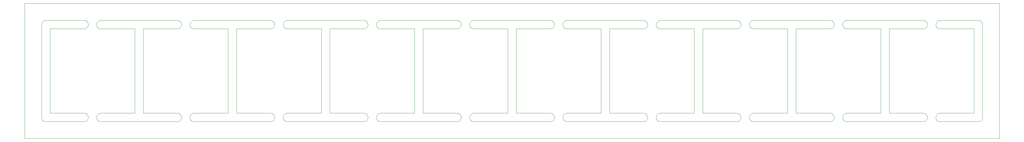
<source format=gm1>
G04 #@! TF.GenerationSoftware,KiCad,Pcbnew,6.0.2+dfsg-1*
G04 #@! TF.CreationDate,2023-03-16T21:42:12-06:00*
G04 #@! TF.ProjectId,ckt-dingdong-spk-array,636b742d-6469-46e6-9764-6f6e672d7370,rev?*
G04 #@! TF.SameCoordinates,Original*
G04 #@! TF.FileFunction,Profile,NP*
%FSLAX46Y46*%
G04 Gerber Fmt 4.6, Leading zero omitted, Abs format (unit mm)*
G04 Created by KiCad (PCBNEW 6.0.2+dfsg-1) date 2023-03-16 21:42:12*
%MOMM*%
%LPD*%
G01*
G04 APERTURE LIST*
G04 #@! TA.AperFunction,Profile*
%ADD10C,0.100000*%
G04 #@! TD*
G04 APERTURE END LIST*
D10*
X104707767Y-27440735D02*
X104653958Y-27471218D01*
X247772350Y-27060016D02*
X247739264Y-27007767D01*
X147230000Y-53004413D02*
X147230000Y-27635586D01*
X51986070Y-26483501D02*
X51981520Y-26421825D01*
X121832561Y-53016397D02*
X121832891Y-53016761D01*
X132061825Y-53021520D02*
X132123501Y-53026070D01*
X276394242Y-27565741D02*
X276335519Y-27546342D01*
X216413958Y-55411218D02*
X216358718Y-55439023D01*
X48303501Y-53026070D02*
X48364879Y-53033640D01*
X247573640Y-26544879D02*
X247566070Y-26483501D01*
X192755120Y-55546359D02*
X192694186Y-55535786D01*
X248820122Y-25080000D02*
X271699877Y-25080000D01*
X272347767Y-27440735D02*
X272293958Y-27471218D01*
X20424879Y-55546359D02*
X20363501Y-55553929D01*
X24040000Y-54280122D02*
X24041520Y-54218174D01*
X119289790Y-53011090D02*
X119289839Y-53010601D01*
X192457820Y-53115914D02*
X192515519Y-53093657D01*
X244899023Y-53741281D02*
X244924085Y-53797820D01*
X272712039Y-55050579D02*
X272673990Y-55099333D01*
X244965741Y-53914242D02*
X244982236Y-53973845D01*
X76870579Y-25327960D02*
X76919333Y-25366009D01*
X76820016Y-53232350D02*
X76870579Y-53267960D01*
X272124480Y-53093657D02*
X272182179Y-53115914D01*
X175154659Y-27620003D02*
X175154413Y-27620000D01*
X52592232Y-53199264D02*
X52646041Y-53168781D01*
X10070136Y-53010111D02*
X10070160Y-53010601D01*
X149773981Y-27622250D02*
X149773602Y-27622561D01*
X163952350Y-53579983D02*
X163987960Y-53529420D01*
X8196041Y-55411218D02*
X8142232Y-55380735D01*
X175169790Y-27628909D02*
X175169718Y-27628424D01*
X25176498Y-53026070D02*
X25238174Y-53021520D01*
X2454783Y-60638314D02*
X2455204Y-60638567D01*
X52034258Y-54665757D02*
X52017763Y-54606154D01*
X105246342Y-26784480D02*
X105224085Y-26842179D01*
X248172232Y-53199264D02*
X248226041Y-53168781D01*
X65950209Y-27628909D02*
X65950160Y-27629398D01*
X149778909Y-53019790D02*
X149779398Y-53019839D01*
X2451957Y-20004375D02*
X2451685Y-20004783D01*
X258989196Y-27626534D02*
X258989008Y-27626081D01*
X192940122Y-53020000D02*
X203094413Y-53020000D01*
X294549863Y-20009888D02*
X294549839Y-20009398D01*
X108695519Y-55486342D02*
X108637820Y-55464085D01*
X276059983Y-53232350D02*
X276112232Y-53199264D01*
X271823501Y-53026070D02*
X271884879Y-53033640D01*
X205650136Y-27629888D02*
X205650003Y-27635340D01*
X247739264Y-27007767D02*
X247708781Y-26953958D01*
X49385741Y-54665757D02*
X49366342Y-54724480D01*
X271823501Y-55553929D02*
X271761825Y-55558479D01*
X10072561Y-27623602D02*
X10072250Y-27623981D01*
X175169863Y-27629888D02*
X175169839Y-27629398D01*
X288910016Y-55347649D02*
X288857767Y-55380735D01*
X80697820Y-53115914D02*
X80755519Y-53093657D01*
X24453837Y-53346403D02*
X24500666Y-53306009D01*
X76713958Y-27471218D02*
X76658718Y-27499023D01*
X132973990Y-27159333D02*
X132933596Y-27206162D01*
X258989718Y-53011575D02*
X258989790Y-53011090D01*
X276698174Y-25081520D02*
X276760122Y-25080000D01*
X248635120Y-25093640D02*
X248696498Y-25086070D01*
X2457942Y-60639623D02*
X2458424Y-60639718D01*
X52933845Y-53057763D02*
X52994186Y-53044213D01*
X38011432Y-27625204D02*
X38011201Y-27625637D01*
X205652561Y-27623602D02*
X205652250Y-27623981D01*
X294545624Y-20001957D02*
X294545216Y-20001685D01*
X10070376Y-53012057D02*
X10070496Y-53012533D01*
X272546162Y-55233596D02*
X272499333Y-55273990D01*
X164461281Y-53140976D02*
X164517820Y-53115914D01*
X135895914Y-26842179D02*
X135873657Y-26784480D01*
X188960735Y-27007767D02*
X188927649Y-27060016D01*
X108419983Y-55347649D02*
X108369420Y-55312039D01*
X272546162Y-25406403D02*
X272590952Y-25449047D01*
X189138479Y-54361825D02*
X189133929Y-54423501D01*
X24219264Y-53632232D02*
X24252350Y-53579983D01*
X247633657Y-53855519D02*
X247655914Y-53797820D01*
X248020666Y-27333990D02*
X247973837Y-27293596D01*
X275712350Y-27060016D02*
X275679264Y-27007767D01*
X164066403Y-55146162D02*
X164026009Y-55099333D01*
X205658909Y-53019790D02*
X205659398Y-53019839D01*
X119289623Y-27627942D02*
X119289503Y-27627466D01*
X247573640Y-26155120D02*
X247584213Y-26094186D01*
X261535637Y-27621201D02*
X261535204Y-27621432D01*
X76919333Y-27333990D02*
X76870579Y-27372039D01*
X244298718Y-27499023D02*
X244242179Y-27524085D01*
X2451432Y-20005204D02*
X2451201Y-20005637D01*
X220179983Y-53232350D02*
X220232232Y-53199264D01*
X105199023Y-54838718D02*
X105171218Y-54893958D01*
X160533958Y-55411218D02*
X160478718Y-55439023D01*
X135920976Y-53741281D02*
X135948781Y-53686041D01*
X52159264Y-27007767D02*
X52128781Y-26953958D01*
X161104085Y-25857820D02*
X161126342Y-25915519D01*
X161175786Y-26605813D02*
X161162236Y-26666154D01*
X215943501Y-27613929D02*
X215881825Y-27618479D01*
X48773958Y-53168781D02*
X48827767Y-53199264D01*
X192093837Y-53346403D02*
X192140666Y-53306009D01*
X244650952Y-27250952D02*
X244606162Y-27293596D01*
X35469008Y-27626081D02*
X35468798Y-27625637D01*
X149771685Y-53015216D02*
X149771957Y-53015624D01*
X289100952Y-55190952D02*
X289056162Y-55233596D01*
X203101090Y-27620209D02*
X203100601Y-27620160D01*
X24599983Y-55347649D02*
X24549420Y-55312039D01*
X272590952Y-25449047D02*
X272633596Y-25493837D01*
X49192039Y-25589420D02*
X49227649Y-25639983D01*
X275573657Y-53855519D02*
X275595914Y-53797820D01*
X175167108Y-27623238D02*
X175166761Y-27622891D01*
X216520016Y-27407649D02*
X216467767Y-27440735D01*
X289257649Y-25639983D02*
X289290735Y-25692232D01*
X177711201Y-27625637D02*
X177710991Y-27626081D01*
X135806070Y-26216498D02*
X135813640Y-26155120D01*
X48880016Y-55347649D02*
X48827767Y-55380735D01*
X245013929Y-26483501D02*
X245006359Y-26544879D01*
X38012891Y-27623238D02*
X38012561Y-27623602D01*
X136169047Y-55190952D02*
X136126403Y-55146162D01*
X135824213Y-26094186D02*
X135837763Y-26033845D01*
X160786162Y-55233596D02*
X160739333Y-55273990D01*
X244184480Y-55486342D02*
X244125757Y-55505741D01*
X289374085Y-25857820D02*
X289396342Y-25915519D01*
X219832350Y-55000016D02*
X219799264Y-54947767D01*
X93905586Y-53020000D02*
X104059877Y-53020000D01*
X233595637Y-53018798D02*
X233596081Y-53019008D01*
X149777942Y-27620376D02*
X149777466Y-27620496D01*
X191966009Y-55099333D02*
X191927960Y-55050579D01*
X121830376Y-27627942D02*
X121830281Y-27628424D01*
X104810579Y-27372039D02*
X104760016Y-27407649D01*
X65951957Y-27624375D02*
X65951685Y-27624783D01*
X35454413Y-53020000D02*
X35454659Y-53019996D01*
X205665586Y-53020000D02*
X215819877Y-53020000D01*
X104366154Y-27582236D02*
X104305813Y-27595786D01*
X121830000Y-53004413D02*
X121830003Y-53004659D01*
X51981520Y-26421825D02*
X51980000Y-26359877D01*
X248395519Y-53093657D02*
X248454242Y-53074258D01*
X24366403Y-53433837D02*
X24409047Y-53389047D01*
X80040976Y-53741281D02*
X80068781Y-53686041D01*
X49319023Y-54838718D02*
X49291218Y-54893958D01*
X24113657Y-26784480D02*
X24094258Y-26725757D01*
X286929790Y-53011090D02*
X286929839Y-53010601D01*
X203107108Y-27623238D02*
X203106761Y-27622891D01*
X294545624Y-60638042D02*
X294546018Y-60637749D01*
X276009420Y-25327960D02*
X276059983Y-25292350D01*
X132933596Y-25493837D02*
X132973990Y-25540666D01*
X63409839Y-27629398D02*
X63409790Y-27628909D01*
X133235786Y-54545813D02*
X133222236Y-54606154D01*
X7531520Y-54361825D02*
X7530000Y-54299877D01*
X93890803Y-27626534D02*
X93890638Y-27626997D01*
X205650376Y-27627942D02*
X205650281Y-27628424D01*
X119285624Y-27621957D02*
X119285216Y-27621685D01*
X244946342Y-25915519D02*
X244965741Y-25974242D01*
X216900735Y-27007767D02*
X216867649Y-27060016D01*
X65958909Y-53019790D02*
X65959398Y-53019839D01*
X188125813Y-55535786D02*
X188064879Y-55546359D01*
X147229839Y-27629398D02*
X147229790Y-27628909D01*
X105140735Y-27007767D02*
X105107649Y-27060016D01*
X163919264Y-27007767D02*
X163888781Y-26953958D01*
X51980000Y-26359877D02*
X51980000Y-26340122D01*
X10070991Y-27626081D02*
X10070803Y-27626534D01*
X77355786Y-26605813D02*
X77342236Y-26666154D01*
X175166018Y-53017749D02*
X175166397Y-53017438D01*
X132306154Y-27582236D02*
X132245813Y-27595786D01*
X286927108Y-27623238D02*
X286926761Y-27622891D01*
X244298718Y-55439023D02*
X244242179Y-55464085D01*
X20722179Y-53115914D02*
X20778718Y-53140976D01*
X108419983Y-53232350D02*
X108472232Y-53199264D01*
X147229623Y-27627942D02*
X147229503Y-27627466D01*
X160690579Y-55312039D02*
X160640016Y-55347649D01*
X217025741Y-25974242D02*
X217042236Y-26033845D01*
X91349503Y-27627466D02*
X91349361Y-27626997D01*
X160185813Y-53044213D02*
X160246154Y-53057763D01*
X258980111Y-27620136D02*
X258974659Y-27620003D01*
X133258479Y-54361825D02*
X133253929Y-54423501D01*
X121838909Y-27620209D02*
X121838424Y-27620281D01*
X7554213Y-54545813D02*
X7543640Y-54484879D01*
X10076081Y-53019008D02*
X10076534Y-53019196D01*
X7899047Y-55190952D02*
X7856403Y-55146162D01*
X65951201Y-27625637D02*
X65950991Y-27626081D01*
X24252350Y-25639983D02*
X24287960Y-25589420D01*
X52128781Y-25746041D02*
X52159264Y-25692232D01*
X192940122Y-25080000D02*
X215819877Y-25080000D01*
X163746070Y-54156498D02*
X163753640Y-54095120D01*
X121830160Y-53010601D02*
X121830209Y-53011090D01*
X205655204Y-27621432D02*
X205654783Y-27621685D01*
X286923002Y-53019361D02*
X286923465Y-53019196D01*
X272886342Y-54724480D02*
X272864085Y-54782179D01*
X276760122Y-55560000D02*
X276760122Y-55560000D01*
X243759877Y-27620000D02*
X233605586Y-27620000D01*
X121831957Y-53015624D02*
X121832250Y-53016018D01*
X52393837Y-53346403D02*
X52440666Y-53306009D01*
X247739264Y-54947767D02*
X247708781Y-54893958D01*
X132482179Y-55464085D02*
X132424480Y-55486342D01*
X80068781Y-25746041D02*
X80099264Y-25692232D01*
X275620976Y-54838718D02*
X275595914Y-54782179D01*
X63409863Y-53010111D02*
X63409996Y-53004659D01*
X286923002Y-27620638D02*
X286922533Y-27620496D01*
X175169790Y-53011090D02*
X175169839Y-53010601D01*
X258987108Y-53016761D02*
X258987438Y-53016397D01*
X63407749Y-27623981D02*
X63407438Y-27623602D01*
X272006154Y-27582236D02*
X271945813Y-27595786D01*
X63407749Y-53016018D02*
X63408042Y-53015624D01*
X163794258Y-53914242D02*
X163813657Y-53855519D01*
X276394242Y-53074258D02*
X276453845Y-53057763D01*
X219693657Y-54724480D02*
X219674258Y-54665757D01*
X175161575Y-27620281D02*
X175161090Y-27620209D01*
X164026009Y-25540666D02*
X164066403Y-25493837D01*
X189140000Y-26359877D02*
X189138479Y-26421825D01*
X80289047Y-55190952D02*
X80246403Y-55146162D01*
X160533958Y-53168781D02*
X160587767Y-53199264D01*
X2465586Y-20000000D02*
X2465340Y-20000003D01*
X217025741Y-54665757D02*
X217006342Y-54724480D01*
X109058174Y-55558479D02*
X108996498Y-55553929D01*
X108637820Y-55464085D02*
X108581281Y-55439023D01*
X205658424Y-53019718D02*
X205658909Y-53019790D01*
X191704213Y-26094186D02*
X191717763Y-26033845D01*
X24500666Y-53306009D02*
X24549420Y-53267960D01*
X191704213Y-54545813D02*
X191693640Y-54484879D01*
X38010638Y-53013002D02*
X38010803Y-53013465D01*
X286921575Y-53019718D02*
X286922057Y-53019623D01*
X52815519Y-55486342D02*
X52757820Y-55464085D01*
X104859333Y-25366009D02*
X104906162Y-25406403D01*
X188304480Y-55486342D02*
X188245757Y-55505741D01*
X271884879Y-25093640D02*
X271945813Y-25104213D01*
X261534783Y-27621685D02*
X261534375Y-27621957D01*
X244510579Y-53267960D02*
X244559333Y-53306009D01*
X147221575Y-53019718D02*
X147222057Y-53019623D01*
X203109839Y-27629398D02*
X203109790Y-27628909D01*
X275595914Y-53797820D02*
X275620976Y-53741281D01*
X163813657Y-26784480D02*
X163794258Y-26725757D01*
X104366154Y-25117763D02*
X104425757Y-25134258D01*
X52757820Y-27524085D02*
X52701281Y-27499023D01*
X261531432Y-53014795D02*
X261531685Y-53015216D01*
X220695120Y-55546359D02*
X220634186Y-55535786D01*
X217073929Y-26216498D02*
X217078479Y-26278174D01*
X76243501Y-55553929D02*
X76181825Y-55558479D01*
X160830952Y-25449047D02*
X160873596Y-25493837D01*
X231048314Y-27624783D02*
X231048042Y-27624375D01*
X91342057Y-53019623D02*
X91342533Y-53019503D01*
X164109047Y-55190952D02*
X164066403Y-55146162D01*
X49319023Y-25801281D02*
X49344085Y-25857820D01*
X79974258Y-26725757D02*
X79957763Y-26666154D01*
X286929996Y-27635340D02*
X286929863Y-27629888D01*
X177710496Y-27627466D02*
X177710376Y-27627942D01*
X205650638Y-27626997D02*
X205650496Y-27627466D01*
X161079023Y-26898718D02*
X161051218Y-26953958D01*
X7899047Y-25449047D02*
X7943837Y-25406403D01*
X147227438Y-53016397D02*
X147227749Y-53016018D01*
X91349623Y-27627942D02*
X91349503Y-27627466D01*
X121831432Y-53014795D02*
X121831685Y-53015216D01*
X165000122Y-25080000D02*
X187879877Y-25080000D01*
X258986018Y-53017749D02*
X258986397Y-53017438D01*
X286922057Y-27620376D02*
X286921575Y-27620281D01*
X203109503Y-53012533D02*
X203109623Y-53012057D01*
X217042236Y-54606154D02*
X217025741Y-54665757D01*
X136814186Y-55535786D02*
X136753845Y-55522236D01*
X220080666Y-55273990D02*
X220033837Y-55233596D01*
X272747649Y-53579983D02*
X272780735Y-53632232D01*
X119287108Y-27623238D02*
X119286761Y-27622891D01*
X244460016Y-25292350D02*
X244510579Y-25327960D01*
X20301825Y-27618479D02*
X20239877Y-27620000D01*
X132846162Y-53346403D02*
X132890952Y-53389047D01*
X163835914Y-54782179D02*
X163813657Y-54724480D01*
X216867649Y-27060016D02*
X216832039Y-27110579D01*
X244924085Y-26842179D02*
X244899023Y-26898718D01*
X220129420Y-55312039D02*
X220080666Y-55273990D01*
X65951201Y-53014362D02*
X65951432Y-53014795D01*
X81180122Y-53020000D02*
X91334413Y-53020000D01*
X261532561Y-27623602D02*
X261532250Y-27623981D01*
X48486154Y-55522236D02*
X48425813Y-55535786D01*
X294549790Y-20008909D02*
X294549718Y-20008424D01*
X164575519Y-55486342D02*
X164517820Y-55464085D01*
X164109047Y-27250952D02*
X164066403Y-27206162D01*
X247655914Y-54782179D02*
X247633657Y-54724480D01*
X149770803Y-53013465D02*
X149770991Y-53013918D01*
X216931218Y-53686041D02*
X216959023Y-53741281D01*
X275679264Y-27007767D02*
X275648781Y-26953958D01*
X105072039Y-27110579D02*
X105033990Y-27159333D01*
X105140735Y-53632232D02*
X105171218Y-53686041D01*
X286921090Y-53019790D02*
X286921575Y-53019718D01*
X24706041Y-27471218D02*
X24652232Y-27440735D01*
X21252039Y-25589420D02*
X21287649Y-25639983D01*
X294542057Y-60639623D02*
X294542533Y-60639503D01*
X81056498Y-55553929D02*
X80995120Y-55546359D01*
X132846162Y-27293596D02*
X132799333Y-27333990D01*
X79921520Y-54361825D02*
X79920000Y-54299877D01*
X233594783Y-53018314D02*
X233595204Y-53018567D01*
X53240122Y-27620000D02*
X53178174Y-27618479D01*
X10071201Y-27625637D02*
X10070991Y-27626081D01*
X272958479Y-26278174D02*
X272960000Y-26340122D01*
X104305813Y-27595786D02*
X104244879Y-27606359D01*
X233597942Y-27620376D02*
X233597466Y-27620496D01*
X276698174Y-55558479D02*
X276636498Y-55553929D01*
X163741520Y-54361825D02*
X163740000Y-54299877D01*
X160305757Y-27565741D02*
X160246154Y-27582236D01*
X136998174Y-25081520D02*
X137060122Y-25080000D01*
X192633845Y-27582236D02*
X192574242Y-27565741D01*
X104950952Y-25449047D02*
X104993596Y-25493837D01*
X63403465Y-27620803D02*
X63403002Y-27620638D01*
X203109503Y-27627466D02*
X203109361Y-27626997D01*
X161104085Y-26842179D02*
X161079023Y-26898718D01*
X247886403Y-55146162D02*
X247846009Y-55099333D01*
X133111218Y-53686041D02*
X133139023Y-53741281D01*
X217078479Y-26278174D02*
X217080000Y-26340122D01*
X121845340Y-27620003D02*
X121839888Y-27620136D01*
X21493929Y-26483501D02*
X21486359Y-26544879D01*
X49438479Y-26421825D02*
X49433929Y-26483501D01*
X93896997Y-53019361D02*
X93897466Y-53019503D01*
X272238718Y-27499023D02*
X272182179Y-27524085D01*
X160739333Y-25366009D02*
X160786162Y-25406403D01*
X175154413Y-53020000D02*
X175154659Y-53019996D01*
X80246403Y-55146162D02*
X80206009Y-55099333D01*
X216065813Y-55535786D02*
X216004879Y-55546359D01*
X107873640Y-26155120D02*
X107884213Y-26094186D01*
X49415786Y-26094186D02*
X49426359Y-26155120D01*
X243944879Y-25093640D02*
X244005813Y-25104213D01*
X219657763Y-26666154D02*
X219644213Y-26605813D01*
X288333501Y-55553929D02*
X288271825Y-55558479D01*
X233591432Y-27625204D02*
X233591201Y-27625637D01*
X104760016Y-25292350D02*
X104810579Y-25327960D01*
X217073929Y-54156498D02*
X217078479Y-54218174D01*
X77167649Y-27060016D02*
X77132039Y-27110579D01*
X52034258Y-25974242D02*
X52053657Y-25915519D01*
X136521281Y-55439023D02*
X136466041Y-55411218D01*
X63407108Y-27623238D02*
X63406761Y-27622891D01*
X216520016Y-53232350D02*
X216570579Y-53267960D01*
X121833238Y-53017108D02*
X121833602Y-53017438D01*
X188892039Y-27110579D02*
X188853990Y-27159333D01*
X247772350Y-25639983D02*
X247807960Y-25589420D01*
X294544362Y-20001201D02*
X294543918Y-20000991D01*
X136086009Y-27159333D02*
X136047960Y-27110579D01*
X133253929Y-54423501D02*
X133246359Y-54484879D01*
X136875120Y-25093640D02*
X136936498Y-25086070D01*
X149777466Y-53019503D02*
X149777942Y-53019623D01*
X121830209Y-27628909D02*
X121830160Y-27629398D01*
X188679333Y-27333990D02*
X188630579Y-27372039D01*
X52994186Y-27595786D02*
X52933845Y-27582236D01*
X216959023Y-54838718D02*
X216931218Y-54893958D01*
X24500666Y-27333990D02*
X24453837Y-27293596D01*
X276277820Y-25175914D02*
X276335519Y-25153657D01*
X261531685Y-53015216D02*
X261531957Y-53015624D01*
X163835914Y-53797820D02*
X163860976Y-53741281D01*
X248281281Y-27499023D02*
X248226041Y-27471218D01*
X233590160Y-53010601D02*
X233590209Y-53011090D01*
X21130952Y-25449047D02*
X21173596Y-25493837D01*
X133246359Y-54484879D02*
X133235786Y-54545813D01*
X205659398Y-27620160D02*
X205658909Y-27620209D01*
X188813596Y-53433837D02*
X188853990Y-53480666D01*
X149773238Y-27622891D02*
X149772891Y-27623238D01*
X294548042Y-60635624D02*
X294548314Y-60635216D01*
X132538718Y-53140976D02*
X132593958Y-53168781D01*
X21486359Y-26544879D02*
X21475786Y-26605813D01*
X276112232Y-53199264D02*
X276166041Y-53168781D01*
X105282236Y-54606154D02*
X105265741Y-54665757D01*
X258988798Y-53014362D02*
X258989008Y-53013918D01*
X108186403Y-53433837D02*
X108229047Y-53389047D01*
X244184480Y-25153657D02*
X244242179Y-25175914D01*
X137060122Y-27620000D02*
X136998174Y-27618479D01*
X21379023Y-53741281D02*
X21404085Y-53797820D01*
X261532561Y-53016397D02*
X261532891Y-53016761D01*
X203109863Y-53010111D02*
X203109996Y-53004659D01*
X149770803Y-27626534D02*
X149770638Y-27626997D01*
X191800976Y-53741281D02*
X191828781Y-53686041D01*
X294548798Y-20005637D02*
X294548567Y-20005204D01*
X108754242Y-53074258D02*
X108813845Y-53057763D01*
X77284085Y-53797820D02*
X77306342Y-53855519D01*
X203108567Y-53014795D02*
X203108798Y-53014362D01*
X271823501Y-27613929D02*
X271761825Y-27618479D01*
X38010003Y-53004659D02*
X38010136Y-53010111D01*
X261538424Y-27620281D02*
X261537942Y-27620376D01*
X48930579Y-25327960D02*
X48979333Y-25366009D01*
X119283465Y-27620803D02*
X119283002Y-27620638D01*
X258985216Y-27621685D02*
X258984795Y-27621432D01*
X272124480Y-25153657D02*
X272182179Y-25175914D01*
X133080735Y-27007767D02*
X133047649Y-27060016D01*
X147220601Y-27620160D02*
X147220111Y-27620136D01*
X104950952Y-53389047D02*
X104993596Y-53433837D01*
X289445786Y-54545813D02*
X289432236Y-54606154D01*
X286929623Y-53012057D02*
X286929718Y-53011575D01*
X205650803Y-53013465D02*
X205650991Y-53013918D01*
X20990579Y-55312039D02*
X20940016Y-55347649D01*
X20485813Y-55535786D02*
X20424879Y-55546359D01*
X21379023Y-54838718D02*
X21351218Y-54893958D01*
X177713238Y-27622891D02*
X177712891Y-27623238D01*
X65956997Y-53019361D02*
X65957466Y-53019503D01*
X147223002Y-27620638D02*
X147222533Y-27620496D01*
X25300122Y-25080000D02*
X48179877Y-25080000D01*
X220514242Y-55505741D02*
X220455519Y-55486342D01*
X136359983Y-53232350D02*
X136412232Y-53199264D01*
X76119877Y-27620000D02*
X65965586Y-27620000D01*
X161200000Y-26359877D02*
X161198479Y-26421825D01*
X231044362Y-53018798D02*
X231044795Y-53018567D01*
X79920000Y-54280122D02*
X79921520Y-54218174D01*
X286928567Y-53014795D02*
X286928798Y-53014362D01*
X52440666Y-53306009D02*
X52489420Y-53267960D01*
X38018424Y-53019718D02*
X38018909Y-53019790D01*
X63408042Y-53015624D02*
X63408314Y-53015216D01*
X177713602Y-27622561D02*
X177713238Y-27622891D01*
X248281281Y-53140976D02*
X248337820Y-53115914D01*
X79957763Y-26666154D02*
X79944213Y-26605813D01*
X21130952Y-27250952D02*
X21086162Y-27293596D01*
X164575519Y-53093657D02*
X164634242Y-53074258D01*
X133186342Y-25915519D02*
X133205741Y-25974242D01*
X53116498Y-53026070D02*
X53178174Y-53021520D01*
X258981090Y-53019790D02*
X258981575Y-53019718D01*
X233598909Y-27620209D02*
X233598424Y-27620281D01*
X121837466Y-27620496D02*
X121836997Y-27620638D01*
X10085340Y-27620003D02*
X10079888Y-27620136D01*
X175162533Y-53019503D02*
X175163002Y-53019361D01*
X93890803Y-53013465D02*
X93890991Y-53013918D01*
X261533981Y-53017749D02*
X261534375Y-53018042D01*
X188630579Y-25327960D02*
X188679333Y-25366009D01*
X163740000Y-54280122D02*
X163741520Y-54218174D01*
X294534659Y-60639996D02*
X294540111Y-60639863D01*
X65958424Y-27620281D02*
X65957942Y-27620376D01*
X136753845Y-27582236D02*
X136694242Y-27565741D01*
X161175786Y-54545813D02*
X161162236Y-54606154D01*
X276166041Y-25228781D02*
X276221281Y-25200976D01*
X80289047Y-53389047D02*
X80333837Y-53346403D01*
X76365813Y-55535786D02*
X76304879Y-55546359D01*
X105171218Y-25746041D02*
X105199023Y-25801281D01*
X188813596Y-25493837D02*
X188853990Y-25540666D01*
X164406041Y-53168781D02*
X164461281Y-53140976D01*
X93897942Y-53019623D02*
X93898424Y-53019718D01*
X164026009Y-55099333D02*
X163987960Y-55050579D01*
X289396342Y-25915519D02*
X289415741Y-25974242D01*
X294546018Y-60637749D02*
X294546397Y-60637438D01*
X188813596Y-55146162D02*
X188770952Y-55190952D01*
X51980000Y-54280122D02*
X51980000Y-54280122D01*
X289009333Y-55273990D02*
X288960579Y-55312039D01*
X288516154Y-25117763D02*
X288575757Y-25134258D01*
X189126359Y-54484879D02*
X189115786Y-54545813D01*
X79921520Y-26278174D02*
X79926070Y-26216498D01*
X2451201Y-60634362D02*
X2451432Y-60634795D01*
X276059983Y-25292350D02*
X276112232Y-25259264D01*
X188125813Y-27595786D02*
X188064879Y-27606359D01*
X63409623Y-27627942D02*
X63409503Y-27627466D01*
X35465624Y-27621957D02*
X35465216Y-27621685D01*
X147226397Y-53017438D02*
X147226761Y-53017108D01*
X80333837Y-55233596D02*
X80289047Y-55190952D01*
X272747649Y-27060016D02*
X272712039Y-27110579D01*
X233593602Y-53017438D02*
X233593981Y-53017749D01*
X24064213Y-54034186D02*
X24077763Y-53973845D01*
X10078909Y-53019790D02*
X10079398Y-53019839D01*
X220573845Y-55522236D02*
X220514242Y-55505741D01*
X191892350Y-55000016D02*
X191859264Y-54947767D01*
X119290000Y-53004413D02*
X119290000Y-27635586D01*
X248119983Y-27407649D02*
X248069420Y-27372039D01*
X53116498Y-55553929D02*
X53055120Y-55546359D01*
X21213990Y-25540666D02*
X21252039Y-25589420D01*
X49070952Y-25449047D02*
X49113596Y-25493837D01*
X187941825Y-27618479D02*
X187879877Y-27620000D01*
X294540601Y-60639839D02*
X294541090Y-60639790D01*
X48545757Y-27565741D02*
X48486154Y-27582236D01*
X52393837Y-27293596D02*
X52349047Y-27250952D01*
X49227649Y-25639983D02*
X49260735Y-25692232D01*
X121836997Y-53019361D02*
X121837466Y-53019503D01*
X10071432Y-53014795D02*
X10071685Y-53015216D01*
X21287649Y-55000016D02*
X21252039Y-55050579D01*
X10077942Y-27620376D02*
X10077466Y-27620496D01*
X163860976Y-53741281D02*
X163888781Y-53686041D01*
X2450638Y-20006997D02*
X2450496Y-20007466D01*
X164575519Y-27546342D02*
X164517820Y-27524085D01*
X77366359Y-26544879D02*
X77355786Y-26605813D01*
X35465216Y-53018314D02*
X35465624Y-53018042D01*
X52701281Y-53140976D02*
X52757820Y-53115914D01*
X105320000Y-54299877D02*
X105318479Y-54361825D01*
X52815519Y-25153657D02*
X52874242Y-25134258D01*
X147229718Y-53011575D02*
X147229790Y-53011090D01*
X93891432Y-27625204D02*
X93891201Y-27625637D01*
X288271825Y-25081520D02*
X288333501Y-25086070D01*
X272065757Y-53074258D02*
X272124480Y-53093657D01*
X136213837Y-53346403D02*
X136260666Y-53306009D01*
X93890638Y-53013002D02*
X93890803Y-53013465D01*
X7943837Y-25406403D02*
X7990666Y-25366009D01*
X289321218Y-54893958D02*
X289290735Y-54947767D01*
X294534659Y-20000003D02*
X294534413Y-20000000D01*
X108146009Y-55099333D02*
X108107960Y-55050579D01*
X38010136Y-53010111D02*
X38010160Y-53010601D01*
X244995786Y-54034186D02*
X245006359Y-54095120D01*
X272958479Y-54218174D02*
X272960000Y-54280122D01*
X77010952Y-25449047D02*
X77053596Y-25493837D01*
X203108042Y-53015624D02*
X203108314Y-53015216D01*
X108526041Y-25228781D02*
X108581281Y-25200976D01*
X159939877Y-27620000D02*
X149785586Y-27620000D01*
X177710136Y-53010111D02*
X177710160Y-53010601D01*
X93890136Y-27629888D02*
X93890003Y-27635340D01*
X20887767Y-25259264D02*
X20940016Y-25292350D01*
X248635120Y-27606359D02*
X248574186Y-27595786D01*
X65956997Y-27620638D02*
X65956534Y-27620803D01*
X191927960Y-53529420D02*
X191966009Y-53480666D01*
X247973837Y-27293596D02*
X247929047Y-27250952D01*
X244353958Y-27471218D02*
X244298718Y-27499023D01*
X192878174Y-27618479D02*
X192816498Y-27613929D01*
X76602179Y-55464085D02*
X76544480Y-55486342D01*
X191800976Y-26898718D02*
X191775914Y-26842179D01*
X177710136Y-27629888D02*
X177710003Y-27635340D01*
X35463002Y-27620638D02*
X35462533Y-27620496D01*
X245020000Y-26359877D02*
X245018479Y-26421825D01*
X149776534Y-53019196D02*
X149776997Y-53019361D01*
X247561520Y-54218174D02*
X247566070Y-54156498D01*
X219620000Y-54280122D02*
X219620000Y-54280122D01*
X21287649Y-53579983D02*
X21320735Y-53632232D01*
X286927749Y-53016018D02*
X286928042Y-53015624D01*
X77167649Y-25639983D02*
X77200735Y-25692232D01*
X191681520Y-54218174D02*
X191686070Y-54156498D01*
X121830281Y-27628424D02*
X121830209Y-27628909D01*
X149778909Y-27620209D02*
X149778424Y-27620281D01*
X10070803Y-27626534D02*
X10070638Y-27626997D01*
X272780735Y-54947767D02*
X272747649Y-55000016D01*
X191704213Y-54034186D02*
X191717763Y-53973845D01*
X147225624Y-53018042D02*
X147226018Y-53017749D01*
X261530638Y-53013002D02*
X261530803Y-53013465D01*
X294547749Y-60636018D02*
X294548042Y-60635624D01*
X163740000Y-54299877D02*
X163740000Y-54280122D01*
X93893981Y-27622250D02*
X93893602Y-27622561D01*
X164200666Y-53306009D02*
X164249420Y-53267960D01*
X10071685Y-53015216D02*
X10071957Y-53015624D01*
X217055786Y-54545813D02*
X217042236Y-54606154D01*
X147228042Y-53015624D02*
X147228314Y-53015216D01*
X216065813Y-25104213D02*
X216126154Y-25117763D01*
X272780735Y-27007767D02*
X272747649Y-27060016D01*
X80479983Y-53232350D02*
X80532232Y-53199264D01*
X24287960Y-53529420D02*
X24326009Y-53480666D01*
X132061825Y-27618479D02*
X131999877Y-27620000D01*
X52933845Y-27582236D02*
X52874242Y-27565741D01*
X49291218Y-26953958D02*
X49260735Y-27007767D01*
X135873657Y-25915519D02*
X135895914Y-25857820D01*
X91345624Y-53018042D02*
X91346018Y-53017749D01*
X10073238Y-53017108D02*
X10073602Y-53017438D01*
X160640016Y-55347649D02*
X160587767Y-55380735D01*
X286926397Y-27622561D02*
X286926018Y-27622250D01*
X76485757Y-53074258D02*
X76544480Y-53093657D01*
X248574186Y-27595786D02*
X248513845Y-27582236D01*
X231043465Y-53019196D02*
X231043918Y-53019008D01*
X65956534Y-53019196D02*
X65956997Y-53019361D01*
X104244879Y-27606359D02*
X104183501Y-27613929D01*
X243883501Y-53026070D02*
X243944879Y-53033640D01*
X188853990Y-25540666D02*
X188892039Y-25589420D01*
X147227108Y-53016761D02*
X147227438Y-53016397D01*
X233605340Y-27620003D02*
X233599888Y-27620136D01*
X136169047Y-25449047D02*
X136213837Y-25406403D01*
X80040976Y-54838718D02*
X80015914Y-54782179D01*
X121839398Y-27620160D02*
X121838909Y-27620209D01*
X91349008Y-27626081D02*
X91348798Y-27625637D01*
X24706041Y-53168781D02*
X24761281Y-53140976D01*
X77355786Y-26094186D02*
X77366359Y-26155120D01*
X220080666Y-25366009D02*
X220129420Y-25327960D01*
X20424879Y-27606359D02*
X20363501Y-27613929D01*
X192515519Y-55486342D02*
X192457820Y-55464085D01*
X164026009Y-27159333D02*
X163987960Y-27110579D01*
X2450991Y-20006081D02*
X2450803Y-20006534D01*
X107933657Y-25915519D02*
X107955914Y-25857820D01*
X119288042Y-53015624D02*
X119288314Y-53015216D01*
X272958479Y-54361825D02*
X272953929Y-54423501D01*
X77342236Y-26033845D02*
X77355786Y-26094186D01*
X2454375Y-20001957D02*
X2453981Y-20002250D01*
X248574186Y-53044213D02*
X248635120Y-53033640D01*
X7943837Y-55233596D02*
X7899047Y-55190952D01*
X177710003Y-27635340D02*
X177710000Y-27635586D01*
X132890952Y-27250952D02*
X132846162Y-27293596D01*
X231046761Y-53017108D02*
X231047108Y-53016761D01*
X188726162Y-27293596D02*
X188679333Y-27333990D01*
X248226041Y-53168781D02*
X248281281Y-53140976D01*
X231040601Y-27620160D02*
X231040111Y-27620136D01*
X104425757Y-25134258D02*
X104484480Y-25153657D01*
X76966162Y-25406403D02*
X77010952Y-25449047D01*
X216753596Y-27206162D02*
X216710952Y-27250952D01*
X275786009Y-25540666D02*
X275826403Y-25493837D01*
X91340601Y-53019839D02*
X91341090Y-53019790D01*
X233598424Y-27620281D02*
X233597942Y-27620376D01*
X91349839Y-53010601D02*
X91349863Y-53010111D01*
X91348567Y-53014795D02*
X91348798Y-53014362D01*
X248758174Y-27618479D02*
X248696498Y-27613929D01*
X286927108Y-53016761D02*
X286927438Y-53016397D01*
X216984085Y-25857820D02*
X217006342Y-25915519D01*
X191686070Y-26216498D02*
X191693640Y-26155120D01*
X136635519Y-55486342D02*
X136577820Y-55464085D01*
X80429420Y-55312039D02*
X80380666Y-55273990D01*
X121830281Y-53011575D02*
X121830376Y-53012057D01*
X35467108Y-27623238D02*
X35466761Y-27622891D01*
X231049623Y-53012057D02*
X231049718Y-53011575D01*
X105318479Y-54361825D02*
X105313929Y-54423501D01*
X107884213Y-54034186D02*
X107897763Y-53973845D01*
X91349008Y-53013918D02*
X91349196Y-53013465D01*
X93891685Y-53015216D02*
X93891957Y-53015624D01*
X294540111Y-60639863D02*
X294540601Y-60639839D01*
X216004879Y-55546359D02*
X215943501Y-55553929D01*
X48880016Y-25292350D02*
X48930579Y-25327960D01*
X192346041Y-27471218D02*
X192292232Y-27440735D01*
X63409008Y-27626081D02*
X63408798Y-27625637D01*
X49366342Y-25915519D02*
X49385741Y-25974242D01*
X133253929Y-26483501D02*
X133246359Y-26544879D01*
X2450376Y-60632057D02*
X2450496Y-60632533D01*
X133186342Y-54724480D02*
X133164085Y-54782179D01*
X276166041Y-27471218D02*
X276112232Y-27440735D01*
X132365757Y-53074258D02*
X132424480Y-53093657D01*
X248820122Y-53020000D02*
X258974413Y-53020000D01*
X105306359Y-54095120D02*
X105313929Y-54156498D01*
X105171218Y-26953958D02*
X105140735Y-27007767D01*
X91349863Y-27629888D02*
X91349839Y-27629398D01*
X52075914Y-53797820D02*
X52100976Y-53741281D01*
X160063501Y-55553929D02*
X160001825Y-55558479D01*
X108369420Y-27372039D02*
X108320666Y-27333990D01*
X160690579Y-27372039D02*
X160640016Y-27407649D01*
X149771432Y-27625204D02*
X149771201Y-27625637D01*
X35468314Y-27624783D02*
X35468042Y-27624375D01*
X24040000Y-26340122D02*
X24041520Y-26278174D01*
X8365519Y-25153657D02*
X8424242Y-25134258D01*
X133253929Y-54156498D02*
X133258479Y-54218174D01*
X104810579Y-25327960D02*
X104859333Y-25366009D01*
X136753845Y-25117763D02*
X136814186Y-25104213D01*
X294545216Y-60638314D02*
X294545624Y-60638042D01*
X275786009Y-53480666D02*
X275826403Y-53433837D01*
X275747960Y-53529420D02*
X275786009Y-53480666D01*
X175164795Y-53018567D02*
X175165216Y-53018314D01*
X132890952Y-25449047D02*
X132933596Y-25493837D01*
X219799264Y-27007767D02*
X219768781Y-26953958D01*
X38016081Y-53019008D02*
X38016534Y-53019196D01*
X272935786Y-26094186D02*
X272946359Y-26155120D01*
X7709264Y-54947767D02*
X7678781Y-54893958D01*
X91346397Y-27622561D02*
X91346018Y-27622250D01*
X49070952Y-55190952D02*
X49026162Y-55233596D01*
X177710160Y-27629398D02*
X177710136Y-27629888D01*
X189138479Y-54218174D02*
X189140000Y-54280122D01*
X38010136Y-27629888D02*
X38010003Y-27635340D01*
X108107960Y-27110579D02*
X108072350Y-27060016D01*
X294540601Y-20000160D02*
X294540111Y-20000136D01*
X244995786Y-26094186D02*
X245006359Y-26155120D01*
X243759877Y-53020000D02*
X243821825Y-53021520D01*
X244871218Y-53686041D02*
X244899023Y-53741281D01*
X108146009Y-27159333D02*
X108107960Y-27110579D01*
X203109718Y-27628424D02*
X203109623Y-27627942D01*
X93899398Y-53019839D02*
X93899888Y-53019863D01*
X188064879Y-25093640D02*
X188125813Y-25104213D01*
X63404795Y-27621432D02*
X63404362Y-27621201D01*
X77053596Y-27206162D02*
X77010952Y-27250952D01*
X135979264Y-27007767D02*
X135948781Y-26953958D01*
X105171218Y-54893958D02*
X105140735Y-54947767D01*
X136309420Y-25327960D02*
X136359983Y-25292350D01*
X244807649Y-25639983D02*
X244840735Y-25692232D01*
X63408798Y-53014362D02*
X63409008Y-53013918D01*
X91347749Y-27623981D02*
X91347438Y-27623602D01*
X205651432Y-27625204D02*
X205651201Y-27625637D01*
X136126403Y-27206162D02*
X136086009Y-27159333D01*
X244807649Y-27060016D02*
X244772039Y-27110579D01*
X258983465Y-27620803D02*
X258983002Y-27620638D01*
X2452891Y-20003238D02*
X2452561Y-20003602D01*
X275826403Y-55146162D02*
X275786009Y-55099333D01*
X215943501Y-25086070D02*
X216004879Y-25093640D01*
X109058174Y-53021520D02*
X109120122Y-53020000D01*
X220756498Y-27613929D02*
X220695120Y-27606359D01*
X276221281Y-53140976D02*
X276277820Y-53115914D01*
X119287438Y-27623602D02*
X119287108Y-27623238D01*
X275554258Y-26725757D02*
X275537763Y-26666154D01*
X121832250Y-27623981D02*
X121831957Y-27624375D01*
X63408042Y-27624375D02*
X63407749Y-27623981D01*
X65950000Y-27635586D02*
X65950000Y-53004413D01*
X149776081Y-27620991D02*
X149775637Y-27621201D01*
X20605757Y-53074258D02*
X20664480Y-53093657D01*
X219906009Y-53480666D02*
X219946403Y-53433837D01*
X163777763Y-54606154D02*
X163764213Y-54545813D01*
X276514186Y-55535786D02*
X276453845Y-55522236D01*
X163764213Y-54034186D02*
X163777763Y-53973845D01*
X108874186Y-25104213D02*
X108935120Y-25093640D01*
X216959023Y-26898718D02*
X216931218Y-26953958D01*
X8544186Y-55535786D02*
X8483845Y-55522236D01*
X80206009Y-25540666D02*
X80246403Y-25493837D01*
X49291218Y-25746041D02*
X49319023Y-25801281D01*
X38011957Y-53015624D02*
X38012250Y-53016018D01*
X35468314Y-53015216D02*
X35468567Y-53014795D01*
X160830952Y-53389047D02*
X160873596Y-53433837D01*
X286925216Y-53018314D02*
X286925624Y-53018042D01*
X51986070Y-54156498D02*
X51993640Y-54095120D01*
X203100111Y-53019863D02*
X203100601Y-53019839D01*
X231047749Y-27623981D02*
X231047438Y-27623602D01*
X286928798Y-27625637D02*
X286928567Y-27625204D01*
X8666498Y-25086070D02*
X8728174Y-25081520D01*
X52349047Y-25449047D02*
X52393837Y-25406403D01*
X21039333Y-53306009D02*
X21086162Y-53346403D01*
X188003501Y-55553929D02*
X187941825Y-55558479D01*
X247597763Y-54606154D02*
X247584213Y-54545813D01*
X76544480Y-53093657D02*
X76602179Y-53115914D01*
X247655914Y-25857820D02*
X247680976Y-25801281D01*
X133164085Y-26842179D02*
X133139023Y-26898718D01*
X247739264Y-25692232D02*
X247772350Y-25639983D01*
X8039420Y-25327960D02*
X8089983Y-25292350D01*
X177725340Y-53019996D02*
X177725586Y-53020000D01*
X10076534Y-27620803D02*
X10076081Y-27620991D01*
X189138479Y-26278174D02*
X189140000Y-26340122D01*
X38012891Y-53016761D02*
X38013238Y-53017108D01*
X104653958Y-27471218D02*
X104598718Y-27499023D01*
X104305813Y-25104213D02*
X104366154Y-25117763D01*
X77373929Y-54156498D02*
X77378479Y-54218174D01*
X272747649Y-55000016D02*
X272712039Y-55050579D01*
X275524213Y-26605813D02*
X275513640Y-26544879D01*
X80015914Y-26842179D02*
X79993657Y-26784480D01*
X258989839Y-27629398D02*
X258989790Y-27628909D01*
X216126154Y-25117763D02*
X216185757Y-25134258D01*
X149770000Y-27635586D02*
X149770000Y-53004413D01*
X119288314Y-53015216D02*
X119288567Y-53014795D01*
X24188781Y-26953958D02*
X24160976Y-26898718D01*
X205653981Y-27622250D02*
X205653602Y-27622561D01*
X188726162Y-25406403D02*
X188770952Y-25449047D01*
X76485757Y-55505741D02*
X76426154Y-55522236D01*
X231046018Y-27622250D02*
X231045624Y-27621957D01*
X244965741Y-25974242D02*
X244982236Y-26033845D01*
X21462236Y-53973845D02*
X21475786Y-54034186D01*
X191717763Y-54606154D02*
X191704213Y-54545813D01*
X38015204Y-53018567D02*
X38015637Y-53018798D01*
X136169047Y-53389047D02*
X136213837Y-53346403D01*
X192574242Y-27565741D02*
X192515519Y-27546342D01*
X93905340Y-27620003D02*
X93899888Y-27620136D01*
X119274659Y-27620003D02*
X119274413Y-27620000D01*
X7742350Y-55000016D02*
X7709264Y-54947767D01*
X216753596Y-53433837D02*
X216793990Y-53480666D01*
X93891432Y-53014795D02*
X93891685Y-53015216D01*
X244460016Y-53232350D02*
X244510579Y-53267960D01*
X10076997Y-27620638D02*
X10076534Y-27620803D01*
X244924085Y-54782179D02*
X244899023Y-54838718D01*
X7531520Y-26278174D02*
X7536070Y-26216498D01*
X189126359Y-26155120D02*
X189133929Y-26216498D01*
X52075914Y-54782179D02*
X52053657Y-54724480D01*
X24706041Y-25228781D02*
X24761281Y-25200976D01*
X132846162Y-55233596D02*
X132799333Y-55273990D01*
X10074375Y-27621957D02*
X10073981Y-27622250D01*
X77342236Y-53973845D02*
X77355786Y-54034186D01*
X188770952Y-53389047D02*
X188813596Y-53433837D01*
X276221281Y-27499023D02*
X276166041Y-27471218D01*
X105313929Y-54156498D02*
X105318479Y-54218174D01*
X258989790Y-53011090D02*
X258989839Y-53010601D01*
X80586041Y-53168781D02*
X80641281Y-53140976D01*
X53178174Y-53021520D02*
X53240122Y-53020000D01*
X189066342Y-25915519D02*
X189085741Y-25974242D01*
X215881825Y-53021520D02*
X215943501Y-53026070D01*
X52440666Y-55273990D02*
X52393837Y-55233596D01*
X147226761Y-53017108D02*
X147227108Y-53016761D01*
X286929196Y-53013465D02*
X286929361Y-53013002D01*
X20833958Y-53168781D02*
X20887767Y-53199264D01*
X10078424Y-27620281D02*
X10077942Y-27620376D01*
X35468567Y-53014795D02*
X35468798Y-53014362D01*
X243944879Y-53033640D02*
X244005813Y-53044213D01*
X49433929Y-26483501D02*
X49426359Y-26544879D01*
X10070638Y-53013002D02*
X10070803Y-53013465D01*
X177712561Y-27623602D02*
X177712250Y-27623981D01*
X149772250Y-27623981D02*
X149771957Y-27624375D01*
X164517820Y-55464085D02*
X164461281Y-55439023D01*
X147214413Y-53020000D02*
X147214659Y-53019996D01*
X160587767Y-55380735D02*
X160533958Y-55411218D01*
X133080735Y-53632232D02*
X133111218Y-53686041D01*
X2457942Y-20000376D02*
X2457466Y-20000496D01*
X76304879Y-53033640D02*
X76365813Y-53044213D01*
X91342533Y-53019503D02*
X91343002Y-53019361D01*
X136086009Y-53480666D02*
X136126403Y-53433837D01*
X261530376Y-53012057D02*
X261530496Y-53012533D01*
X243821825Y-53021520D02*
X243883501Y-53026070D01*
X286928798Y-53014362D02*
X286929008Y-53013918D01*
X203102533Y-27620496D02*
X203102057Y-27620376D01*
X133222236Y-26033845D02*
X133235786Y-26094186D01*
X38016081Y-27620991D02*
X38015637Y-27621201D01*
X219620000Y-26340122D02*
X219621520Y-26278174D01*
X161186359Y-26155120D02*
X161193929Y-26216498D01*
X244733990Y-53480666D02*
X244772039Y-53529420D01*
X272780735Y-25692232D02*
X272811218Y-25746041D01*
X121839398Y-53019839D02*
X121839888Y-53019863D01*
X261536997Y-27620638D02*
X261536534Y-27620803D01*
X205650281Y-53011575D02*
X205650376Y-53012057D01*
X25176498Y-55553929D02*
X25115120Y-55546359D01*
X231043002Y-27620638D02*
X231042533Y-27620496D01*
X276575120Y-25093640D02*
X276636498Y-25086070D01*
X35461090Y-53019790D02*
X35461575Y-53019718D01*
X76426154Y-27582236D02*
X76365813Y-27595786D01*
X7856403Y-25493837D02*
X7899047Y-25449047D01*
X219768781Y-26953958D02*
X219740976Y-26898718D01*
X233595204Y-53018567D02*
X233595637Y-53018798D01*
X149770281Y-27628424D02*
X149770209Y-27628909D01*
X24094258Y-26725757D02*
X24077763Y-26666154D01*
X35463918Y-27620991D02*
X35463465Y-27620803D01*
X275595914Y-25857820D02*
X275620976Y-25801281D01*
X104906162Y-27293596D02*
X104859333Y-27333990D01*
X272811218Y-54893958D02*
X272780735Y-54947767D01*
X21351218Y-26953958D02*
X21320735Y-27007767D01*
X275913837Y-53346403D02*
X275960666Y-53306009D01*
X272450579Y-25327960D02*
X272499333Y-25366009D01*
X147220601Y-53019839D02*
X147221090Y-53019790D01*
X219740976Y-53741281D02*
X219768781Y-53686041D01*
X177715637Y-27621201D02*
X177715204Y-27621432D01*
X275554258Y-54665757D02*
X275537763Y-54606154D01*
X24599983Y-27407649D02*
X24549420Y-27372039D01*
X161126342Y-26784480D02*
X161104085Y-26842179D01*
X2456997Y-20000638D02*
X2456534Y-20000803D01*
X81056498Y-25086070D02*
X81118174Y-25081520D01*
X80289047Y-27250952D02*
X80246403Y-27206162D01*
X216710952Y-27250952D02*
X216666162Y-27293596D01*
X35460111Y-27620136D02*
X35454659Y-27620003D01*
X216126154Y-55522236D02*
X216065813Y-55535786D01*
X10070281Y-53011575D02*
X10070376Y-53012057D01*
X79933640Y-26155120D02*
X79944213Y-26094186D01*
X272347767Y-25259264D02*
X272400016Y-25292350D01*
X107873640Y-54095120D02*
X107884213Y-54034186D01*
X8483845Y-55522236D02*
X8424242Y-55505741D01*
X105265741Y-26725757D02*
X105246342Y-26784480D01*
X119286018Y-53017749D02*
X119286397Y-53017438D01*
X289183990Y-55099333D02*
X289143596Y-55146162D01*
X175169863Y-53010111D02*
X175169996Y-53004659D01*
X49026162Y-25406403D02*
X49070952Y-25449047D01*
X276059983Y-27407649D02*
X276009420Y-27372039D01*
X163987960Y-27110579D02*
X163952350Y-27060016D01*
X108472232Y-27440735D02*
X108419983Y-27407649D01*
X188580016Y-53232350D02*
X188630579Y-53267960D01*
X189066342Y-54724480D02*
X189044085Y-54782179D01*
X164066403Y-25493837D02*
X164109047Y-25449047D01*
X52266009Y-53480666D02*
X52306403Y-53433837D01*
X93892561Y-53016397D02*
X93892891Y-53016761D01*
X294546018Y-20002250D02*
X294545624Y-20001957D01*
X149779398Y-53019839D02*
X149779888Y-53019863D01*
X48604480Y-27546342D02*
X48545757Y-27565741D01*
X24761281Y-27499023D02*
X24706041Y-27471218D01*
X21486359Y-26155120D02*
X21493929Y-26216498D01*
X104859333Y-27333990D02*
X104810579Y-27372039D01*
X217080000Y-54280122D02*
X217080000Y-54299877D01*
X191927960Y-55050579D02*
X191892350Y-55000016D01*
X10072250Y-53016018D02*
X10072561Y-53016397D01*
X63409503Y-27627466D02*
X63409361Y-27626997D01*
X52701281Y-27499023D02*
X52646041Y-27471218D01*
X286922057Y-53019623D02*
X286922533Y-53019503D01*
X135895914Y-25857820D02*
X135920976Y-25801281D01*
X188527767Y-53199264D02*
X188580016Y-53232350D01*
X163777763Y-53973845D02*
X163794258Y-53914242D01*
X24599983Y-25292350D02*
X24652232Y-25259264D01*
X147226018Y-53017749D02*
X147226397Y-53017438D01*
X258974659Y-27620003D02*
X258974413Y-27620000D01*
X105246342Y-54724480D02*
X105224085Y-54782179D01*
X105140735Y-54947767D02*
X105107649Y-55000016D01*
X219674258Y-53914242D02*
X219693657Y-53855519D01*
X231045624Y-53018042D02*
X231046018Y-53017749D01*
X53055120Y-27606359D02*
X52994186Y-27595786D01*
X108581281Y-27499023D02*
X108526041Y-27471218D01*
X147226397Y-27622561D02*
X147226018Y-27622250D01*
X136260666Y-27333990D02*
X136213837Y-27293596D01*
X76767767Y-27440735D02*
X76713958Y-27471218D01*
X80873845Y-27582236D02*
X80814242Y-27565741D01*
X80333837Y-27293596D02*
X80289047Y-27250952D01*
X161186359Y-54484879D02*
X161175786Y-54545813D01*
X161051218Y-54893958D02*
X161020735Y-54947767D01*
X163741520Y-54218174D02*
X163746070Y-54156498D01*
X294549863Y-60630111D02*
X294549996Y-60624659D01*
X91350000Y-53004413D02*
X91350000Y-27635586D01*
X63403918Y-53019008D02*
X63404362Y-53018798D01*
X80697820Y-55464085D02*
X80641281Y-55439023D01*
X93891201Y-53014362D02*
X93891432Y-53014795D01*
X10073602Y-27622561D02*
X10073238Y-27622891D01*
X35462533Y-53019503D02*
X35463002Y-53019361D01*
X91349839Y-27629398D02*
X91349790Y-27628909D01*
X133047649Y-25639983D02*
X133080735Y-25692232D01*
X160987649Y-27060016D02*
X160952039Y-27110579D01*
X93893981Y-53017749D02*
X93894375Y-53018042D01*
X49366342Y-54724480D02*
X49344085Y-54782179D01*
X294548314Y-60635216D02*
X294548567Y-60634795D01*
X233590160Y-27629398D02*
X233590136Y-27629888D01*
X187941825Y-25081520D02*
X188003501Y-25086070D01*
X121834783Y-27621685D02*
X121834375Y-27621957D01*
X25115120Y-53033640D02*
X25176498Y-53026070D01*
X80040976Y-25801281D02*
X80068781Y-25746041D01*
X272747649Y-25639983D02*
X272780735Y-25692232D01*
X24934242Y-55505741D02*
X24875519Y-55486342D01*
X2451957Y-60635624D02*
X2452250Y-60636018D01*
X79993657Y-26784480D02*
X79974258Y-26725757D01*
X244650952Y-25449047D02*
X244693596Y-25493837D01*
X132424480Y-27546342D02*
X132365757Y-27565741D01*
X205652250Y-53016018D02*
X205652561Y-53016397D01*
X65958909Y-27620209D02*
X65958424Y-27620281D01*
X38010003Y-27635340D02*
X38010000Y-27635586D01*
X275620976Y-26898718D02*
X275595914Y-26842179D01*
X188473958Y-27471218D02*
X188418718Y-27499023D01*
X219867960Y-25589420D02*
X219906009Y-25540666D01*
X205651685Y-27624783D02*
X205651432Y-27625204D01*
X35468567Y-27625204D02*
X35468314Y-27624783D01*
X233605340Y-53019996D02*
X233605586Y-53020000D01*
X220455519Y-25153657D02*
X220514242Y-25134258D01*
X7777960Y-55050579D02*
X7742350Y-55000016D01*
X80429420Y-27372039D02*
X80380666Y-27333990D01*
X164406041Y-55411218D02*
X164352232Y-55380735D01*
X177714783Y-53018314D02*
X177715204Y-53018567D01*
X175163918Y-53019008D02*
X175164362Y-53018798D01*
X231049839Y-27629398D02*
X231049790Y-27628909D01*
X135948781Y-26953958D02*
X135920976Y-26898718D01*
X219715914Y-26842179D02*
X219693657Y-26784480D01*
X217080000Y-26359877D02*
X217078479Y-26421825D01*
X220634186Y-25104213D02*
X220695120Y-25093640D01*
X49344085Y-54782179D02*
X49319023Y-54838718D01*
X272124480Y-55486342D02*
X272065757Y-55505741D01*
X205656534Y-53019196D02*
X205656997Y-53019361D01*
X276760122Y-53020000D02*
X286914413Y-53020000D01*
X233599398Y-53019839D02*
X233599888Y-53019863D01*
X161200000Y-54299877D02*
X161198479Y-54361825D01*
X80641281Y-25200976D02*
X80697820Y-25175914D01*
X276760122Y-55560000D02*
X276698174Y-55558479D01*
X35469623Y-53012057D02*
X35469718Y-53011575D01*
X48930579Y-53267960D02*
X48979333Y-53306009D01*
X35467749Y-27623981D02*
X35467438Y-27623602D01*
X231049008Y-53013918D02*
X231049196Y-53013465D01*
X24326009Y-27159333D02*
X24287960Y-27110579D01*
X272065757Y-27565741D02*
X272006154Y-27582236D01*
X294549361Y-20006997D02*
X294549196Y-20006534D01*
X24993845Y-25117763D02*
X25054186Y-25104213D01*
X52159264Y-54947767D02*
X52128781Y-54893958D01*
X133246359Y-26155120D02*
X133253929Y-26216498D01*
X149770209Y-53011090D02*
X149770281Y-53011575D01*
X104366154Y-55522236D02*
X104305813Y-55535786D01*
X163987960Y-55050579D02*
X163952350Y-55000016D01*
X203094413Y-27620000D02*
X192940122Y-27620000D01*
X261533238Y-27622891D02*
X261532891Y-27623238D01*
X63403002Y-27620638D02*
X63402533Y-27620496D01*
X49113596Y-53433837D02*
X49153990Y-53480666D01*
X272347767Y-55380735D02*
X272293958Y-55411218D01*
X93899888Y-27620136D02*
X93899398Y-27620160D01*
X286927438Y-53016397D02*
X286927749Y-53016018D01*
X276277820Y-53115914D02*
X276335519Y-53093657D01*
X135801520Y-26278174D02*
X135806070Y-26216498D01*
X233592561Y-53016397D02*
X233592891Y-53016761D01*
X258983465Y-53019196D02*
X258983918Y-53019008D01*
X77306342Y-53855519D02*
X77325741Y-53914242D01*
X24761281Y-55439023D02*
X24706041Y-55411218D01*
X7650976Y-54838718D02*
X7625914Y-54782179D01*
X63402533Y-27620496D02*
X63402057Y-27620376D01*
X136169047Y-27250952D02*
X136126403Y-27206162D01*
X105107649Y-53579983D02*
X105140735Y-53632232D01*
X160913990Y-25540666D02*
X160952039Y-25589420D01*
X104760016Y-53232350D02*
X104810579Y-53267960D01*
X164876498Y-53026070D02*
X164938174Y-53021520D01*
X276575120Y-55546359D02*
X276514186Y-55535786D01*
X108107960Y-55050579D02*
X108072350Y-55000016D01*
X188418718Y-25200976D02*
X188473958Y-25228781D01*
X247807960Y-55050579D02*
X247772350Y-55000016D01*
X261535204Y-27621432D02*
X261534783Y-27621685D01*
X191753657Y-25915519D02*
X191775914Y-25857820D01*
X220080666Y-27333990D02*
X220033837Y-27293596D01*
X272546162Y-27293596D02*
X272499333Y-27333990D01*
X177710991Y-53013918D02*
X177711201Y-53014362D01*
X93890000Y-53004413D02*
X93890003Y-53004659D01*
X233592891Y-27623238D02*
X233592561Y-27623602D01*
X2459398Y-60639839D02*
X2459888Y-60639863D01*
X175169503Y-53012533D02*
X175169623Y-53012057D01*
X261530803Y-53013465D02*
X261530991Y-53013918D01*
X119288042Y-27624375D02*
X119287749Y-27623981D01*
X93894783Y-27621685D02*
X93894375Y-27621957D01*
X272946359Y-54484879D02*
X272935786Y-54545813D01*
X104542179Y-27524085D02*
X104484480Y-27546342D01*
X80333837Y-53346403D02*
X80380666Y-53306009D01*
X38010209Y-27628909D02*
X38010160Y-27629398D01*
X244353958Y-53168781D02*
X244407767Y-53199264D01*
X136521281Y-53140976D02*
X136577820Y-53115914D01*
X272905741Y-53914242D02*
X272922236Y-53973845D01*
X79926070Y-54423501D02*
X79921520Y-54361825D01*
X161079023Y-53741281D02*
X161104085Y-53797820D01*
X133012039Y-25589420D02*
X133047649Y-25639983D01*
X243759877Y-55560000D02*
X220880122Y-55560000D01*
X160001825Y-53021520D02*
X160063501Y-53026070D01*
X231049503Y-27627466D02*
X231049361Y-27626997D01*
X286928314Y-53015216D02*
X286928567Y-53014795D01*
X135806070Y-54423501D02*
X135801520Y-54361825D01*
X275537763Y-26666154D02*
X275524213Y-26605813D01*
X233591201Y-27625637D02*
X233590991Y-27626081D01*
X93890991Y-27626081D02*
X93890803Y-27626534D01*
X133080735Y-25692232D02*
X133111218Y-25746041D01*
X107873640Y-54484879D02*
X107866070Y-54423501D01*
X294548567Y-20005204D02*
X294548314Y-20004783D01*
X188892039Y-53529420D02*
X188927649Y-53579983D01*
X220129420Y-25327960D02*
X220179983Y-25292350D01*
X52393837Y-55233596D02*
X52349047Y-55190952D01*
X261535204Y-53018567D02*
X261535637Y-53018798D01*
X191734258Y-53914242D02*
X191753657Y-53855519D01*
X177716534Y-53019196D02*
X177716997Y-53019361D01*
X63401090Y-27620209D02*
X63400601Y-27620160D01*
X220033837Y-25406403D02*
X220080666Y-25366009D01*
X80641281Y-53140976D02*
X80697820Y-53115914D01*
X288748718Y-25200976D02*
X288803958Y-25228781D01*
X286930000Y-53004413D02*
X286930000Y-27635586D01*
X286920601Y-27620160D02*
X286920111Y-27620136D01*
X137060122Y-53020000D02*
X147214413Y-53020000D01*
X91334413Y-27620000D02*
X81180122Y-27620000D01*
X203110000Y-53004413D02*
X203110000Y-27635586D01*
X10070136Y-27629888D02*
X10070003Y-27635340D01*
X20485813Y-27595786D02*
X20424879Y-27606359D01*
X121833981Y-53017749D02*
X121834375Y-53018042D01*
X119289839Y-53010601D02*
X119289863Y-53010111D01*
X21475786Y-26605813D02*
X21462236Y-26666154D01*
X119281575Y-53019718D02*
X119282057Y-53019623D01*
X175165216Y-53018314D02*
X175165624Y-53018042D01*
X108229047Y-25449047D02*
X108273837Y-25406403D01*
X105282236Y-53973845D02*
X105295786Y-54034186D01*
X49319023Y-26898718D02*
X49291218Y-26953958D01*
X147225624Y-27621957D02*
X147225216Y-27621685D01*
X48979333Y-25366009D02*
X49026162Y-25406403D01*
X24453837Y-27293596D02*
X24409047Y-27250952D01*
X294547108Y-20003238D02*
X294546761Y-20002891D01*
X192140666Y-25366009D02*
X192189420Y-25327960D01*
X177711685Y-53015216D02*
X177711957Y-53015624D01*
X261534375Y-27621957D02*
X261533981Y-27622250D01*
X175169196Y-27626534D02*
X175169008Y-27626081D01*
X258987749Y-27623981D02*
X258987438Y-27623602D01*
X91345624Y-27621957D02*
X91345216Y-27621685D01*
X133164085Y-53797820D02*
X133186342Y-53855519D01*
X24046070Y-26483501D02*
X24041520Y-26421825D01*
X108273837Y-55233596D02*
X108229047Y-55190952D01*
X220286041Y-53168781D02*
X220341281Y-53140976D01*
X108935120Y-27606359D02*
X108874186Y-27595786D01*
X24875519Y-55486342D02*
X24817820Y-55464085D01*
X163741520Y-26421825D02*
X163740000Y-26359877D01*
X216931218Y-54893958D02*
X216900735Y-54947767D01*
X205652891Y-27623238D02*
X205652561Y-27623602D01*
X288910016Y-25292350D02*
X288960579Y-25327960D01*
X149785340Y-27620003D02*
X149779888Y-27620136D01*
X164938174Y-55558479D02*
X164876498Y-55553929D01*
X245020000Y-54280122D02*
X245020000Y-54299877D01*
X191828781Y-54893958D02*
X191800976Y-54838718D01*
X38017466Y-27620496D02*
X38016997Y-27620638D01*
X2450638Y-60633002D02*
X2450803Y-60633465D01*
X258989790Y-27628909D02*
X258989718Y-27628424D01*
X52053657Y-26784480D02*
X52034258Y-26725757D01*
X24409047Y-27250952D02*
X24366403Y-27206162D01*
X177710209Y-53011090D02*
X177710281Y-53011575D01*
X294549718Y-20008424D02*
X294549623Y-20007942D01*
X121830209Y-53011090D02*
X121830281Y-53011575D01*
X93892250Y-53016018D02*
X93892561Y-53016397D01*
X8666498Y-55553929D02*
X8605120Y-55546359D01*
X244184480Y-27546342D02*
X244125757Y-27565741D01*
X219620000Y-26359877D02*
X219620000Y-26340122D01*
X80532232Y-27440735D02*
X80479983Y-27407649D01*
X272958479Y-26421825D02*
X272953929Y-26483501D01*
X247584213Y-26094186D02*
X247597763Y-26033845D01*
X175169996Y-27635340D02*
X175169863Y-27629888D01*
X216666162Y-53346403D02*
X216710952Y-53389047D01*
X35468798Y-27625637D02*
X35468567Y-27625204D01*
X20664480Y-27546342D02*
X20605757Y-27565741D01*
X245013929Y-26216498D02*
X245018479Y-26278174D01*
X24160976Y-26898718D02*
X24135914Y-26842179D01*
X48364879Y-25093640D02*
X48425813Y-25104213D01*
X286929790Y-27628909D02*
X286929718Y-27628424D01*
X247739264Y-53632232D02*
X247772350Y-53579983D01*
X77167649Y-53579983D02*
X77200735Y-53632232D01*
X276335519Y-55486342D02*
X276277820Y-55464085D01*
X49227649Y-27060016D02*
X49192039Y-27110579D01*
X272347767Y-53199264D02*
X272400016Y-53232350D01*
X7567763Y-54606154D02*
X7554213Y-54545813D01*
X52100976Y-53741281D02*
X52128781Y-53686041D01*
X80586041Y-25228781D02*
X80641281Y-25200976D01*
X288692179Y-25175914D02*
X288748718Y-25200976D01*
X2450160Y-60630601D02*
X2450209Y-60631090D01*
X275913837Y-25406403D02*
X275960666Y-25366009D01*
X91342057Y-27620376D02*
X91341575Y-27620281D01*
X147227438Y-27623602D02*
X147227108Y-27623238D01*
X93895637Y-27621201D02*
X93895204Y-27621432D01*
X65952561Y-53016397D02*
X65952891Y-53016761D01*
X136012350Y-27060016D02*
X135979264Y-27007767D01*
X80167960Y-53529420D02*
X80206009Y-53480666D01*
X191859264Y-54947767D02*
X191828781Y-54893958D01*
X233590991Y-27626081D02*
X233590803Y-27626534D01*
X248172232Y-27440735D02*
X248119983Y-27407649D01*
X161200000Y-26340122D02*
X161200000Y-26359877D01*
X261531957Y-27624375D02*
X261531685Y-27624783D01*
X7554213Y-26094186D02*
X7567763Y-26033845D01*
X244298718Y-25200976D02*
X244353958Y-25228781D01*
X233590803Y-53013465D02*
X233590991Y-53013918D01*
X205657466Y-53019503D02*
X205657942Y-53019623D01*
X93890281Y-53011575D02*
X93890376Y-53012057D01*
X216302179Y-55464085D02*
X216244480Y-55486342D01*
X104484480Y-25153657D02*
X104542179Y-25175914D01*
X177714783Y-27621685D02*
X177714375Y-27621957D01*
X108813845Y-55522236D02*
X108754242Y-55505741D01*
X49192039Y-27110579D02*
X49153990Y-27159333D01*
X261530376Y-27627942D02*
X261530281Y-27628424D01*
X216832039Y-27110579D02*
X216793990Y-27159333D01*
X38011201Y-27625637D02*
X38010991Y-27626081D01*
X248337820Y-53115914D02*
X248395519Y-53093657D01*
X233596534Y-53019196D02*
X233596997Y-53019361D01*
X63409718Y-27628424D02*
X63409623Y-27627942D01*
X132647767Y-55380735D02*
X132593958Y-55411218D01*
X80380666Y-27333990D02*
X80333837Y-27293596D01*
X272546162Y-53346403D02*
X272590952Y-53389047D01*
X160124879Y-27606359D02*
X160063501Y-27613929D01*
X192093837Y-27293596D02*
X192049047Y-27250952D01*
X244924085Y-25857820D02*
X244946342Y-25915519D01*
X63394413Y-27620000D02*
X53240122Y-27620000D01*
X80246403Y-27206162D02*
X80206009Y-27159333D01*
X219693657Y-26784480D02*
X219674258Y-26725757D01*
X52994186Y-53044213D02*
X53055120Y-53033640D01*
X233595637Y-27621201D02*
X233595204Y-27621432D01*
X38011685Y-27624783D02*
X38011432Y-27625204D01*
X244733990Y-27159333D02*
X244693596Y-27206162D01*
X248337820Y-27524085D02*
X248281281Y-27499023D01*
X215881825Y-55558479D02*
X215819877Y-55560000D01*
X205650496Y-27627466D02*
X205650376Y-27627942D01*
X119289863Y-27629888D02*
X119289839Y-27629398D01*
X164754186Y-53044213D02*
X164815120Y-53033640D01*
X192694186Y-27595786D02*
X192633845Y-27582236D01*
X49153990Y-55099333D02*
X49113596Y-55146162D01*
X244510579Y-27372039D02*
X244460016Y-27407649D01*
X203101575Y-27620281D02*
X203101090Y-27620209D01*
X189044085Y-26842179D02*
X189019023Y-26898718D01*
X35469996Y-53004659D02*
X35470000Y-53004413D01*
X20546154Y-27582236D02*
X20485813Y-27595786D01*
X233590376Y-27627942D02*
X233590281Y-27628424D01*
X65951432Y-27625204D02*
X65951201Y-27625637D01*
X233594375Y-53018042D02*
X233594783Y-53018314D01*
X261530000Y-27635586D02*
X261530000Y-53004413D01*
X258982057Y-27620376D02*
X258981575Y-27620281D01*
X248337820Y-25175914D02*
X248395519Y-25153657D01*
X276514186Y-27595786D02*
X276453845Y-27582236D01*
X161193929Y-26483501D02*
X161186359Y-26544879D01*
X165000122Y-55560000D02*
X164938174Y-55558479D01*
X219799264Y-54947767D02*
X219768781Y-54893958D01*
X49070952Y-53389047D02*
X49113596Y-53433837D01*
X21287649Y-25639983D02*
X21320735Y-25692232D01*
X24409047Y-25449047D02*
X24453837Y-25406403D01*
X203108567Y-27625204D02*
X203108314Y-27624783D01*
X244005813Y-55535786D02*
X243944879Y-55546359D01*
X147222533Y-27620496D02*
X147222057Y-27620376D01*
X10072891Y-27623238D02*
X10072561Y-27623602D01*
X133205741Y-53914242D02*
X133222236Y-53973845D01*
X93890496Y-53012533D02*
X93890638Y-53013002D01*
X220818174Y-53021520D02*
X220880122Y-53020000D01*
X20990579Y-53267960D02*
X21039333Y-53306009D01*
X175168042Y-53015624D02*
X175168314Y-53015216D01*
X77093990Y-55099333D02*
X77053596Y-55146162D01*
X294549996Y-20015340D02*
X294549863Y-20009888D01*
X21173596Y-25493837D02*
X21213990Y-25540666D01*
X49153990Y-25540666D02*
X49192039Y-25589420D01*
X25054186Y-27595786D02*
X24993845Y-27582236D01*
X105199023Y-53741281D02*
X105224085Y-53797820D01*
X80641281Y-27499023D02*
X80586041Y-27471218D01*
X261537942Y-27620376D02*
X261537466Y-27620496D01*
X77284085Y-26842179D02*
X77259023Y-26898718D01*
X163753640Y-26155120D02*
X163764213Y-26094186D01*
X244982236Y-54606154D02*
X244965741Y-54665757D01*
X105224085Y-26842179D02*
X105199023Y-26898718D01*
X35464362Y-53018798D02*
X35464795Y-53018567D01*
X104707767Y-53199264D02*
X104760016Y-53232350D01*
X91348042Y-27624375D02*
X91347749Y-27623981D01*
X175166018Y-27622250D02*
X175165624Y-27621957D01*
X192189420Y-53267960D02*
X192239983Y-53232350D01*
X163888781Y-54893958D02*
X163860976Y-54838718D01*
X192346041Y-53168781D02*
X192401281Y-53140976D01*
X2458909Y-60639790D02*
X2459398Y-60639839D01*
X63408798Y-27625637D02*
X63408567Y-27625204D01*
X288455813Y-55535786D02*
X288394879Y-55546359D01*
X49440000Y-26340122D02*
X49440000Y-26359877D01*
X91348798Y-27625637D02*
X91348567Y-27625204D01*
X191753657Y-26784480D02*
X191734258Y-26725757D01*
X21445741Y-25974242D02*
X21462236Y-26033845D01*
X77200735Y-54947767D02*
X77167649Y-55000016D01*
X294546397Y-20002561D02*
X294546018Y-20002250D01*
X2450281Y-20008424D02*
X2450209Y-20008909D01*
X119282057Y-27620376D02*
X119281575Y-27620281D01*
X2459888Y-20000136D02*
X2459398Y-20000160D01*
X52874242Y-25134258D02*
X52933845Y-25117763D01*
X244899023Y-26898718D02*
X244871218Y-26953958D01*
X286929718Y-27628424D02*
X286929623Y-27627942D01*
X288634480Y-25153657D02*
X288692179Y-25175914D01*
X21493929Y-54423501D02*
X21486359Y-54484879D01*
X107860000Y-54280122D02*
X107861520Y-54218174D01*
X65950003Y-53004659D02*
X65950136Y-53010111D01*
X276698174Y-53021520D02*
X276760122Y-53020000D01*
X203106761Y-27622891D02*
X203106397Y-27622561D01*
X276453845Y-53057763D02*
X276514186Y-53044213D01*
X203109361Y-27626997D02*
X203109196Y-27626534D01*
X161126342Y-53855519D02*
X161145741Y-53914242D01*
X63402057Y-27620376D02*
X63401575Y-27620281D01*
X49192039Y-55050579D02*
X49153990Y-55099333D01*
X188991218Y-26953958D02*
X188960735Y-27007767D01*
X121845340Y-53019996D02*
X121845586Y-53020000D01*
X189102236Y-53973845D02*
X189115786Y-54034186D01*
X205651432Y-53014795D02*
X205651685Y-53015216D01*
X192093837Y-25406403D02*
X192140666Y-25366009D01*
X93893238Y-27622891D02*
X93892891Y-27623238D01*
X247633657Y-25915519D02*
X247655914Y-25857820D01*
X248758174Y-55558479D02*
X248696498Y-55553929D01*
X231048798Y-27625637D02*
X231048567Y-27625204D01*
X248696498Y-27613929D02*
X248635120Y-27606359D01*
X63409996Y-27635340D02*
X63409863Y-27629888D01*
X77093990Y-25540666D02*
X77132039Y-25589420D01*
X136466041Y-55411218D02*
X136412232Y-55380735D01*
X286929196Y-27626534D02*
X286929008Y-27626081D01*
X80995120Y-25093640D02*
X81056498Y-25086070D01*
X286921575Y-27620281D02*
X286921090Y-27620209D01*
X175168567Y-53014795D02*
X175168798Y-53014362D01*
X76602179Y-25175914D02*
X76658718Y-25200976D01*
X79944213Y-26094186D02*
X79957763Y-26033845D01*
X49402236Y-26666154D02*
X49385741Y-26725757D01*
X24652232Y-53199264D02*
X24706041Y-53168781D01*
X248513845Y-55522236D02*
X248454242Y-55505741D01*
X288748718Y-55439023D02*
X288692179Y-55464085D01*
X119289008Y-27626081D02*
X119288798Y-27625637D01*
X216619333Y-27333990D02*
X216570579Y-27372039D01*
X48486154Y-27582236D02*
X48425813Y-27595786D01*
X244650952Y-55190952D02*
X244606162Y-55233596D01*
X216900735Y-54947767D02*
X216867649Y-55000016D01*
X272953929Y-26216498D02*
X272958479Y-26278174D01*
X160422179Y-53115914D02*
X160478718Y-53140976D01*
X258988314Y-53015216D02*
X258988567Y-53014795D01*
X52192350Y-25639983D02*
X52227960Y-25589420D01*
X2455204Y-20001432D02*
X2454783Y-20001685D01*
X192140666Y-27333990D02*
X192093837Y-27293596D01*
X160739333Y-27333990D02*
X160690579Y-27372039D01*
X233605586Y-27620000D02*
X233605340Y-27620003D01*
X133111218Y-25746041D02*
X133139023Y-25801281D01*
X35469863Y-53010111D02*
X35469996Y-53004659D01*
X52053657Y-53855519D02*
X52075914Y-53797820D01*
X91343465Y-27620803D02*
X91343002Y-27620638D01*
X91342533Y-27620496D02*
X91342057Y-27620376D01*
X160305757Y-25134258D02*
X160364480Y-25153657D01*
X2450000Y-60624413D02*
X2450003Y-60624659D01*
X294547749Y-20003981D02*
X294547438Y-20003602D01*
X163777763Y-26666154D02*
X163764213Y-26605813D01*
X91347438Y-27623602D02*
X91347108Y-27623238D01*
X80873845Y-25117763D02*
X80934186Y-25104213D01*
X24053640Y-26544879D02*
X24046070Y-26483501D01*
X25238174Y-25081520D02*
X25300122Y-25080000D01*
X244606162Y-55233596D02*
X244559333Y-55273990D01*
X245020000Y-26340122D02*
X245020000Y-26359877D01*
X79926070Y-54156498D02*
X79933640Y-54095120D01*
X219867960Y-27110579D02*
X219832350Y-27060016D01*
X77132039Y-53529420D02*
X77167649Y-53579983D01*
X188304480Y-27546342D02*
X188245757Y-27565741D01*
X294549790Y-60631090D02*
X294549839Y-60630601D01*
X108637820Y-25175914D02*
X108695519Y-25153657D01*
X248395519Y-25153657D02*
X248454242Y-25134258D01*
X189044085Y-25857820D02*
X189066342Y-25915519D01*
X203107438Y-27623602D02*
X203107108Y-27623238D01*
X21493929Y-54156498D02*
X21498479Y-54218174D01*
X10070496Y-27627466D02*
X10070376Y-27627942D01*
X49402236Y-53973845D02*
X49415786Y-54034186D01*
X76713958Y-25228781D02*
X76767767Y-25259264D01*
X160952039Y-27110579D02*
X160913990Y-27159333D01*
X8089983Y-25292350D02*
X8142232Y-25259264D01*
X244693596Y-25493837D02*
X244733990Y-25540666D01*
X65957466Y-27620496D02*
X65956997Y-27620638D01*
X21252039Y-55050579D02*
X21213990Y-55099333D01*
X121836081Y-53019008D02*
X121836534Y-53019196D01*
X38025586Y-27620000D02*
X38025340Y-27620003D01*
X286927749Y-27623981D02*
X286927438Y-27623602D01*
X63409718Y-53011575D02*
X63409790Y-53011090D01*
X10079398Y-53019839D02*
X10079888Y-53019863D01*
X231042533Y-53019503D02*
X231043002Y-53019361D01*
X21213990Y-53480666D02*
X21252039Y-53529420D01*
X233590003Y-27635340D02*
X233590000Y-27635586D01*
X132482179Y-27524085D02*
X132424480Y-27546342D01*
X121830496Y-27627466D02*
X121830376Y-27627942D01*
X205650209Y-53011090D02*
X205650281Y-53011575D01*
X51981520Y-54361825D02*
X51980000Y-54299877D01*
X133222236Y-26666154D02*
X133205741Y-26725757D01*
X233591957Y-53015624D02*
X233592250Y-53016018D01*
X177713981Y-27622250D02*
X177713602Y-27622561D01*
X93898424Y-27620281D02*
X93897942Y-27620376D01*
X160786162Y-27293596D02*
X160739333Y-27333990D01*
X24599983Y-53232350D02*
X24652232Y-53199264D01*
X21320735Y-53632232D02*
X21351218Y-53686041D01*
X261545586Y-27620000D02*
X261545340Y-27620003D01*
X104121825Y-25081520D02*
X104183501Y-25086070D01*
X248119983Y-55347649D02*
X248069420Y-55312039D01*
X105033990Y-53480666D02*
X105072039Y-53529420D01*
X275786009Y-27159333D02*
X275747960Y-27110579D01*
X205665340Y-53019996D02*
X205665586Y-53020000D01*
X108039264Y-54947767D02*
X108008781Y-54893958D01*
X105072039Y-55050579D02*
X105033990Y-55099333D01*
X231043918Y-27620991D02*
X231043465Y-27620803D01*
X65950000Y-53004413D02*
X65950003Y-53004659D01*
X288803958Y-55411218D02*
X288748718Y-55439023D01*
X21445741Y-53914242D02*
X21462236Y-53973845D01*
X35467108Y-53016761D02*
X35467438Y-53016397D01*
X49153990Y-27159333D02*
X49113596Y-27206162D01*
X188960735Y-53632232D02*
X188991218Y-53686041D01*
X189085741Y-26725757D02*
X189066342Y-26784480D01*
X119284795Y-53018567D02*
X119285216Y-53018314D01*
X48486154Y-53057763D02*
X48545757Y-53074258D01*
X216793990Y-27159333D02*
X216753596Y-27206162D01*
X35468042Y-53015624D02*
X35468314Y-53015216D01*
X76767767Y-25259264D02*
X76820016Y-25292350D01*
X79920000Y-54280122D02*
X79920000Y-54280122D01*
X216244480Y-55486342D02*
X216185757Y-55505741D01*
X24188781Y-53686041D02*
X24219264Y-53632232D01*
X294546761Y-20002891D02*
X294546397Y-20002561D01*
X188580016Y-55347649D02*
X188527767Y-55380735D01*
X77053596Y-53433837D02*
X77093990Y-53480666D01*
X77380000Y-26340122D02*
X77380000Y-26359877D01*
X275913837Y-27293596D02*
X275869047Y-27250952D01*
X192189420Y-27372039D02*
X192140666Y-27333990D01*
X175167438Y-53016397D02*
X175167749Y-53016018D01*
X93899888Y-53019863D02*
X93905340Y-53019996D01*
X2457466Y-20000496D02*
X2456997Y-20000638D01*
X132973990Y-53480666D02*
X133012039Y-53529420D01*
X205650991Y-27626081D02*
X205650803Y-27626534D01*
X136412232Y-25259264D02*
X136466041Y-25228781D01*
X108526041Y-27471218D02*
X108472232Y-27440735D01*
X217006342Y-54724480D02*
X216984085Y-54782179D01*
X121835637Y-27621201D02*
X121835204Y-27621432D01*
X177711957Y-53015624D02*
X177712250Y-53016018D01*
X258989996Y-27635340D02*
X258989863Y-27629888D01*
X24135914Y-54782179D02*
X24113657Y-54724480D01*
X188679333Y-55273990D02*
X188630579Y-55312039D01*
X121834375Y-27621957D02*
X121833981Y-27622250D01*
X104707767Y-25259264D02*
X104760016Y-25292350D01*
X80532232Y-55380735D02*
X80479983Y-55347649D01*
X21173596Y-27206162D02*
X21130952Y-27250952D01*
X65955204Y-27621432D02*
X65954783Y-27621685D01*
X107861520Y-26421825D02*
X107860000Y-26359877D01*
X286920111Y-27620136D02*
X286914659Y-27620003D01*
X20239877Y-25080000D02*
X20301825Y-25081520D01*
X258983918Y-27620991D02*
X258983465Y-27620803D01*
X205658424Y-27620281D02*
X205657942Y-27620376D01*
X2456081Y-60639008D02*
X2456534Y-60639196D01*
X203109196Y-53013465D02*
X203109361Y-53013002D01*
X21498479Y-26421825D02*
X21493929Y-26483501D01*
X76365813Y-53044213D02*
X76426154Y-53057763D01*
X203104795Y-27621432D02*
X203104362Y-27621201D01*
X21486359Y-54095120D02*
X21493929Y-54156498D01*
X80697820Y-25175914D02*
X80755519Y-25153657D01*
X24549420Y-27372039D02*
X24500666Y-27333990D01*
X160913990Y-55099333D02*
X160873596Y-55146162D01*
X187879877Y-25080000D02*
X187941825Y-25081520D01*
X233595204Y-27621432D02*
X233594783Y-27621685D01*
X24135914Y-25857820D02*
X24160976Y-25801281D01*
X79944213Y-54545813D02*
X79933640Y-54484879D01*
X7678781Y-54893958D02*
X7650976Y-54838718D01*
X149774375Y-53018042D02*
X149774783Y-53018314D01*
X276277820Y-55464085D02*
X276221281Y-55439023D01*
X25054186Y-53044213D02*
X25115120Y-53033640D01*
X188245757Y-53074258D02*
X188304480Y-53093657D01*
X231040601Y-53019839D02*
X231041090Y-53019790D01*
X231046397Y-53017438D02*
X231046761Y-53017108D01*
X286929839Y-27629398D02*
X286929790Y-27628909D01*
X63408314Y-27624783D02*
X63408042Y-27624375D01*
X65957942Y-27620376D02*
X65957466Y-27620496D01*
X177710160Y-53010601D02*
X177710209Y-53011090D01*
X93895637Y-53018798D02*
X93896081Y-53019008D01*
X48827767Y-55380735D02*
X48773958Y-55411218D01*
X136012350Y-53579983D02*
X136047960Y-53529420D01*
X247846009Y-27159333D02*
X247807960Y-27110579D01*
X217066359Y-54095120D02*
X217073929Y-54156498D01*
X35460601Y-27620160D02*
X35460111Y-27620136D01*
X21320735Y-25692232D02*
X21351218Y-25746041D01*
X65965340Y-53019996D02*
X65965586Y-53020000D01*
X233593238Y-27622891D02*
X233592891Y-27623238D01*
X104059877Y-55560000D02*
X81180122Y-55560000D01*
X2453238Y-60637108D02*
X2453602Y-60637438D01*
X275960666Y-53306009D02*
X276009420Y-53267960D01*
X10071957Y-27624375D02*
X10071685Y-27624783D01*
X35454413Y-27620000D02*
X25300122Y-27620000D01*
X35466397Y-53017438D02*
X35466761Y-53017108D01*
X244510579Y-55312039D02*
X244460016Y-55347649D01*
X149785340Y-53019996D02*
X149785586Y-53020000D01*
X164815120Y-25093640D02*
X164876498Y-25086070D01*
X159939877Y-55560000D02*
X137060122Y-55560000D01*
X49385741Y-26725757D02*
X49366342Y-26784480D01*
X261531685Y-27624783D02*
X261531432Y-27625204D01*
X192292232Y-25259264D02*
X192346041Y-25228781D01*
X52815519Y-27546342D02*
X52757820Y-27524085D01*
X289222039Y-55050579D02*
X289183990Y-55099333D01*
X275524213Y-54034186D02*
X275537763Y-53973845D01*
X91347438Y-53016397D02*
X91347749Y-53016018D01*
X109058174Y-25081520D02*
X109120122Y-25080000D01*
X77378479Y-26421825D02*
X77373929Y-26483501D01*
X177718909Y-53019790D02*
X177719398Y-53019839D01*
X233590209Y-27628909D02*
X233590160Y-27629398D01*
X258986397Y-27622561D02*
X258986018Y-27622250D01*
X104425757Y-55505741D02*
X104366154Y-55522236D01*
X63405216Y-53018314D02*
X63405624Y-53018042D01*
X161051218Y-53686041D02*
X161079023Y-53741281D01*
X93890376Y-27627942D02*
X93890281Y-27628424D01*
X164249420Y-55312039D02*
X164200666Y-55273990D01*
X220695120Y-27606359D02*
X220634186Y-27595786D01*
X35466397Y-27622561D02*
X35466018Y-27622250D01*
X24934242Y-53074258D02*
X24993845Y-53057763D01*
X24366403Y-25493837D02*
X24409047Y-25449047D01*
X216900735Y-25692232D02*
X216931218Y-25746041D01*
X147221090Y-27620209D02*
X147220601Y-27620160D01*
X132750579Y-53267960D02*
X132799333Y-53306009D01*
X177710000Y-53004413D02*
X177710003Y-53004659D01*
X105107649Y-27060016D02*
X105072039Y-27110579D01*
X233596081Y-53019008D02*
X233596534Y-53019196D01*
X136260666Y-25366009D02*
X136309420Y-25327960D01*
X121834375Y-53018042D02*
X121834783Y-53018314D01*
X191686070Y-54156498D02*
X191693640Y-54095120D01*
X63408567Y-27625204D02*
X63408314Y-27624783D01*
X132593958Y-25228781D02*
X132647767Y-25259264D01*
X164754186Y-27595786D02*
X164693845Y-27582236D01*
X24041520Y-54361825D02*
X24040000Y-54299877D01*
X219657763Y-53973845D02*
X219674258Y-53914242D01*
X220880122Y-53020000D02*
X231034413Y-53020000D01*
X271699877Y-25080000D02*
X271761825Y-25081520D01*
X52004213Y-54545813D02*
X51993640Y-54484879D01*
X48773958Y-27471218D02*
X48718718Y-27499023D01*
X272712039Y-53529420D02*
X272747649Y-53579983D01*
X258974413Y-53020000D02*
X258974659Y-53019996D01*
X233590136Y-53010111D02*
X233590160Y-53010601D01*
X216358718Y-25200976D02*
X216413958Y-25228781D01*
X38013981Y-27622250D02*
X38013602Y-27622561D01*
X191717763Y-26033845D02*
X191734258Y-25974242D01*
X258989503Y-27627466D02*
X258989361Y-27626997D01*
X20363501Y-27613929D02*
X20301825Y-27618479D01*
X275573657Y-54724480D02*
X275554258Y-54665757D01*
X233590000Y-27635586D02*
X233590000Y-53004413D01*
X275712350Y-25639983D02*
X275747960Y-25589420D01*
X215819877Y-53020000D02*
X215881825Y-53021520D01*
X2453602Y-60637438D02*
X2453981Y-60637749D01*
X294549008Y-20006081D02*
X294548798Y-20005637D01*
X77167649Y-55000016D02*
X77132039Y-55050579D01*
X272780735Y-53632232D02*
X272811218Y-53686041D01*
X80814242Y-25134258D02*
X80873845Y-25117763D01*
X104810579Y-53267960D02*
X104859333Y-53306009D01*
X272886342Y-25915519D02*
X272905741Y-25974242D01*
X261530496Y-27627466D02*
X261530376Y-27627942D01*
X261535637Y-53018798D02*
X261536081Y-53019008D01*
X108072350Y-55000016D02*
X108039264Y-54947767D01*
X48241825Y-55558479D02*
X48179877Y-55560000D01*
X108273837Y-53346403D02*
X108320666Y-53306009D01*
X261530281Y-27628424D02*
X261530209Y-27628909D01*
X177712250Y-27623981D02*
X177711957Y-27624375D01*
X24113657Y-54724480D02*
X24094258Y-54665757D01*
X258982533Y-27620496D02*
X258982057Y-27620376D01*
X191753657Y-54724480D02*
X191734258Y-54665757D01*
X121830136Y-27629888D02*
X121830003Y-27635340D01*
X77325741Y-25974242D02*
X77342236Y-26033845D01*
X52757820Y-53115914D02*
X52815519Y-53093657D01*
X231042057Y-53019623D02*
X231042533Y-53019503D01*
X216065813Y-53044213D02*
X216126154Y-53057763D01*
X147214413Y-27620000D02*
X137060122Y-27620000D01*
X261530803Y-27626534D02*
X261530638Y-27626997D01*
X108008781Y-53686041D02*
X108039264Y-53632232D01*
X147224362Y-27621201D02*
X147223918Y-27620991D01*
X108320666Y-55273990D02*
X108273837Y-55233596D01*
X244125757Y-53074258D02*
X244184480Y-53093657D01*
X133235786Y-26094186D02*
X133246359Y-26155120D01*
X248119983Y-53232350D02*
X248172232Y-53199264D01*
X93890209Y-27628909D02*
X93890160Y-27629398D01*
X163952350Y-55000016D02*
X163919264Y-54947767D01*
X189140000Y-26340122D02*
X189140000Y-26359877D01*
X65950991Y-53013918D02*
X65951201Y-53014362D01*
X133012039Y-27110579D02*
X132973990Y-27159333D01*
X48979333Y-55273990D02*
X48930579Y-55312039D01*
X20940016Y-25292350D02*
X20990579Y-25327960D01*
X108935120Y-53033640D02*
X108996498Y-53026070D01*
X231049623Y-27627942D02*
X231049503Y-27627466D01*
X188770952Y-55190952D02*
X188726162Y-55233596D01*
X175169503Y-27627466D02*
X175169361Y-27626997D01*
X247584213Y-26605813D02*
X247573640Y-26544879D01*
X65950496Y-27627466D02*
X65950376Y-27627942D01*
X49192039Y-53529420D02*
X49227649Y-53579983D01*
X121837942Y-27620376D02*
X121837466Y-27620496D01*
X220695120Y-25093640D02*
X220756498Y-25086070D01*
X132973990Y-25540666D02*
X133012039Y-25589420D01*
X258984362Y-53018798D02*
X258984795Y-53018567D01*
X7603657Y-54724480D02*
X7584258Y-54665757D01*
X187879877Y-27620000D02*
X177725586Y-27620000D01*
X35463465Y-27620803D02*
X35463002Y-27620638D01*
X147221090Y-53019790D02*
X147221575Y-53019718D01*
X63403918Y-27620991D02*
X63403465Y-27620803D01*
X48979333Y-53306009D02*
X49026162Y-53346403D01*
X2452561Y-20003602D02*
X2452250Y-20003981D01*
X276112232Y-25259264D02*
X276166041Y-25228781D01*
X247680976Y-26898718D02*
X247655914Y-26842179D01*
X104305813Y-55535786D02*
X104244879Y-55546359D01*
X77378479Y-54361825D02*
X77373929Y-54423501D01*
X76181825Y-55558479D02*
X76119877Y-55560000D01*
X149775637Y-53018798D02*
X149776081Y-53019008D01*
X24064213Y-26605813D02*
X24053640Y-26544879D01*
X177715637Y-53018798D02*
X177716081Y-53019008D01*
X21462236Y-26666154D02*
X21445741Y-26725757D01*
X109120122Y-25080000D02*
X131999877Y-25080000D01*
X160364480Y-25153657D02*
X160422179Y-25175914D01*
X216302179Y-53115914D02*
X216358718Y-53140976D01*
X21086162Y-53346403D02*
X21130952Y-53389047D01*
X164634242Y-25134258D02*
X164693845Y-25117763D01*
X231047438Y-53016397D02*
X231047749Y-53016018D01*
X205657942Y-27620376D02*
X205657466Y-27620496D01*
X91348314Y-27624783D02*
X91348042Y-27624375D01*
X121830803Y-27626534D02*
X121830638Y-27626997D01*
X91346397Y-53017438D02*
X91346761Y-53017108D01*
X119280601Y-53019839D02*
X119281090Y-53019790D01*
X91347108Y-53016761D02*
X91347438Y-53016397D01*
X261545340Y-27620003D02*
X261539888Y-27620136D01*
X105265741Y-25974242D02*
X105282236Y-26033845D01*
X7678781Y-25746041D02*
X7709264Y-25692232D01*
X149770638Y-27626997D02*
X149770496Y-27627466D01*
X231049361Y-27626997D02*
X231049196Y-27626534D01*
X147229863Y-27629888D02*
X147229839Y-27629398D01*
X248696498Y-55553929D02*
X248635120Y-55546359D01*
X163740000Y-26340122D02*
X163741520Y-26278174D01*
X119288567Y-53014795D02*
X119288798Y-53014362D01*
X205665586Y-27620000D02*
X205665340Y-27620003D01*
X205650160Y-53010601D02*
X205650209Y-53011090D01*
X119287749Y-53016018D02*
X119288042Y-53015624D01*
X105320000Y-26359877D02*
X105318479Y-26421825D01*
X76820016Y-55347649D02*
X76767767Y-55380735D01*
X189133929Y-26483501D02*
X189126359Y-26544879D01*
X294541090Y-20000209D02*
X294540601Y-20000160D01*
X164249420Y-25327960D02*
X164299983Y-25292350D01*
X108581281Y-25200976D02*
X108637820Y-25175914D01*
X161145741Y-53914242D02*
X161162236Y-53973845D01*
X76870579Y-55312039D02*
X76820016Y-55347649D01*
X76485757Y-27565741D02*
X76426154Y-27582236D01*
X203102533Y-53019503D02*
X203103002Y-53019361D01*
X188125813Y-53044213D02*
X188186154Y-53057763D01*
X121838424Y-53019718D02*
X121838909Y-53019790D01*
X163794258Y-26725757D02*
X163777763Y-26666154D01*
X294550000Y-60624413D02*
X294550000Y-20015586D01*
X149772891Y-53016761D02*
X149773238Y-53017108D01*
X231034659Y-27620003D02*
X231034413Y-27620000D01*
X258980601Y-27620160D02*
X258980111Y-27620136D01*
X161193929Y-26216498D02*
X161198479Y-26278174D01*
X189019023Y-53741281D02*
X189044085Y-53797820D01*
X188527767Y-55380735D02*
X188473958Y-55411218D01*
X119288567Y-27625204D02*
X119288314Y-27624783D01*
X275554258Y-53914242D02*
X275573657Y-53855519D01*
X63409361Y-27626997D02*
X63409196Y-27626534D01*
X48604480Y-25153657D02*
X48662179Y-25175914D01*
X136260666Y-53306009D02*
X136309420Y-53267960D01*
X93894783Y-53018314D02*
X93895204Y-53018567D01*
X52489420Y-27372039D02*
X52440666Y-27333990D01*
X188064879Y-55546359D02*
X188003501Y-55553929D01*
X38015637Y-53018798D02*
X38016081Y-53019008D01*
X48303501Y-27613929D02*
X48241825Y-27618479D01*
X276335519Y-27546342D02*
X276277820Y-27524085D01*
X136936498Y-53026070D02*
X136998174Y-53021520D01*
X10085586Y-53020000D02*
X20239877Y-53020000D01*
X136694242Y-27565741D02*
X136635519Y-27546342D01*
X233590000Y-53004413D02*
X233590003Y-53004659D01*
X132482179Y-53115914D02*
X132538718Y-53140976D01*
X231041090Y-27620209D02*
X231040601Y-27620160D01*
X149772561Y-53016397D02*
X149772891Y-53016761D01*
X25176498Y-27613929D02*
X25115120Y-27606359D01*
X65951685Y-53015216D02*
X65951957Y-53015624D01*
X80479983Y-27407649D02*
X80429420Y-27372039D01*
X132890952Y-55190952D02*
X132846162Y-55233596D01*
X21462236Y-26033845D02*
X21475786Y-26094186D01*
X53178174Y-27618479D02*
X53116498Y-27613929D01*
X76966162Y-53346403D02*
X77010952Y-53389047D01*
X104542179Y-25175914D02*
X104598718Y-25200976D01*
X243821825Y-27618479D02*
X243759877Y-27620000D01*
X160690579Y-53267960D02*
X160739333Y-53306009D01*
X65965340Y-27620003D02*
X65959888Y-27620136D01*
X35466761Y-53017108D02*
X35467108Y-53016761D01*
X93897466Y-53019503D02*
X93897942Y-53019623D01*
X49440000Y-54280122D02*
X49440000Y-54299877D01*
X21039333Y-25366009D02*
X21086162Y-25406403D01*
X294549718Y-60631575D02*
X294549790Y-60631090D01*
X231048042Y-27624375D02*
X231047749Y-27623981D01*
X243883501Y-25086070D02*
X243944879Y-25093640D01*
X188064879Y-53033640D02*
X188125813Y-53044213D01*
X189085741Y-53914242D02*
X189102236Y-53973845D01*
X160364480Y-55486342D02*
X160305757Y-55505741D01*
X132799333Y-25366009D02*
X132846162Y-25406403D01*
X191927960Y-25589420D02*
X191966009Y-25540666D01*
X275513640Y-26544879D02*
X275506070Y-26483501D01*
X107860000Y-26340122D02*
X107861520Y-26278174D01*
X7990666Y-55273990D02*
X7943837Y-55233596D01*
X91345216Y-53018314D02*
X91345624Y-53018042D01*
X205650281Y-27628424D02*
X205650209Y-27628909D01*
X80532232Y-25259264D02*
X80586041Y-25228781D01*
X191717763Y-26666154D02*
X191704213Y-26605813D01*
X136753845Y-55522236D02*
X136694242Y-55505741D01*
X247597763Y-26666154D02*
X247584213Y-26605813D01*
X104542179Y-53115914D02*
X104598718Y-53140976D01*
X105306359Y-26544879D02*
X105295786Y-26605813D01*
X48545757Y-25134258D02*
X48604480Y-25153657D01*
X147214659Y-27620003D02*
X147214413Y-27620000D01*
X10075204Y-53018567D02*
X10075637Y-53018798D01*
X108695519Y-27546342D02*
X108637820Y-27524085D01*
X10074783Y-53018314D02*
X10075204Y-53018567D01*
X175163918Y-27620991D02*
X175163465Y-27620803D01*
X76602179Y-53115914D02*
X76658718Y-53140976D01*
X189133929Y-54156498D02*
X189138479Y-54218174D01*
X217042236Y-26666154D02*
X217025741Y-26725757D01*
X52306403Y-25493837D02*
X52349047Y-25449047D01*
X76243501Y-53026070D02*
X76304879Y-53033640D01*
X76544480Y-25153657D02*
X76602179Y-25175914D01*
X119280601Y-27620160D02*
X119280111Y-27620136D01*
X160124879Y-53033640D02*
X160185813Y-53044213D01*
X203103002Y-53019361D02*
X203103465Y-53019196D01*
X10075204Y-27621432D02*
X10074783Y-27621685D01*
X258989361Y-27626997D02*
X258989196Y-27626534D01*
X104183501Y-53026070D02*
X104244879Y-53033640D01*
X289456359Y-26155120D02*
X289463929Y-26216498D01*
X261530281Y-53011575D02*
X261530376Y-53012057D01*
X244899023Y-25801281D02*
X244924085Y-25857820D01*
X233592250Y-53016018D02*
X233592561Y-53016397D01*
X175169718Y-53011575D02*
X175169790Y-53011090D01*
X149776081Y-53019008D02*
X149776534Y-53019196D01*
X219989047Y-53389047D02*
X220033837Y-53346403D01*
X276575120Y-53033640D02*
X276636498Y-53026070D01*
X53178174Y-25081520D02*
X53240122Y-25080000D01*
X63405624Y-27621957D02*
X63405216Y-27621685D01*
X107897763Y-26666154D02*
X107884213Y-26605813D01*
X105072039Y-25589420D02*
X105107649Y-25639983D01*
X77259023Y-53741281D02*
X77284085Y-53797820D01*
X104993596Y-27206162D02*
X104950952Y-27250952D01*
X188362179Y-25175914D02*
X188418718Y-25200976D01*
X52128781Y-26953958D02*
X52100976Y-26898718D01*
X2459888Y-20000136D02*
X2459888Y-20000136D01*
X177716534Y-27620803D02*
X177716081Y-27620991D01*
X205650803Y-27626534D02*
X205650638Y-27626997D01*
X205658909Y-27620209D02*
X205658424Y-27620281D01*
X160422179Y-27524085D02*
X160364480Y-27546342D01*
X108996498Y-55553929D02*
X108935120Y-55546359D01*
X49438479Y-54218174D02*
X49440000Y-54280122D01*
X132123501Y-27613929D02*
X132061825Y-27618479D01*
X219832350Y-27060016D02*
X219799264Y-27007767D01*
X288634480Y-55486342D02*
X288575757Y-55505741D01*
X119283002Y-53019361D02*
X119283465Y-53019196D01*
X137060122Y-25080000D02*
X159939877Y-25080000D01*
X188927649Y-25639983D02*
X188960735Y-25692232D01*
X161193929Y-54156498D02*
X161198479Y-54218174D01*
X149770376Y-53012057D02*
X149770496Y-53012533D01*
X216467767Y-25259264D02*
X216520016Y-25292350D01*
X63404362Y-27621201D02*
X63403918Y-27620991D01*
X244353958Y-55411218D02*
X244298718Y-55439023D01*
X24817820Y-27524085D02*
X24761281Y-27499023D01*
X48604480Y-55486342D02*
X48545757Y-55505741D01*
X149776534Y-27620803D02*
X149776081Y-27620991D01*
X188186154Y-55522236D02*
X188125813Y-55535786D01*
X289445786Y-26094186D02*
X289456359Y-26155120D01*
X243821825Y-25081520D02*
X243883501Y-25086070D01*
X289183990Y-25540666D02*
X289222039Y-25589420D01*
X20301825Y-53021520D02*
X20363501Y-53026070D01*
X289456359Y-54484879D02*
X289445786Y-54545813D01*
X272811218Y-26953958D02*
X272780735Y-27007767D01*
X136359983Y-55347649D02*
X136309420Y-55312039D01*
X147229196Y-53013465D02*
X147229361Y-53013002D01*
X121833238Y-27622891D02*
X121832891Y-27623238D01*
X21287649Y-27060016D02*
X21252039Y-27110579D01*
X80289047Y-25449047D02*
X80333837Y-25406403D01*
X205651957Y-27624375D02*
X205651685Y-27624783D01*
X233590136Y-27629888D02*
X233590003Y-27635340D01*
X38011957Y-27624375D02*
X38011685Y-27624783D01*
X248635120Y-53033640D02*
X248696498Y-53026070D01*
X136694242Y-53074258D02*
X136753845Y-53057763D01*
X76243501Y-27613929D02*
X76181825Y-27618479D01*
X188245757Y-25134258D02*
X188304480Y-25153657D01*
X24549420Y-25327960D02*
X24599983Y-25292350D01*
X164461281Y-27499023D02*
X164406041Y-27471218D01*
X261530000Y-53004413D02*
X261530003Y-53004659D01*
X104244879Y-25093640D02*
X104305813Y-25104213D01*
X275513640Y-54095120D02*
X275524213Y-54034186D01*
X244840735Y-53632232D02*
X244871218Y-53686041D01*
X65952891Y-27623238D02*
X65952561Y-27623602D01*
X93890160Y-53010601D02*
X93890209Y-53011090D01*
X177717466Y-53019503D02*
X177717942Y-53019623D01*
X7584258Y-54665757D02*
X7567763Y-54606154D01*
X35469839Y-53010601D02*
X35469863Y-53010111D01*
X48303501Y-55553929D02*
X48241825Y-55558479D01*
X294543465Y-60639196D02*
X294543918Y-60639008D01*
X91340111Y-27620136D02*
X91334659Y-27620003D01*
X216793990Y-55099333D02*
X216753596Y-55146162D01*
X272633596Y-55146162D02*
X272590952Y-55190952D01*
X49260735Y-53632232D02*
X49291218Y-53686041D01*
X219621520Y-26421825D02*
X219620000Y-26359877D01*
X35469996Y-27635340D02*
X35469863Y-27629888D01*
X147229008Y-53013918D02*
X147229196Y-53013465D01*
X76544480Y-55486342D02*
X76485757Y-55505741D01*
X132306154Y-55522236D02*
X132245813Y-55535786D01*
X216467767Y-27440735D02*
X216413958Y-27471218D01*
X272499333Y-53306009D02*
X272546162Y-53346403D01*
X76365813Y-27595786D02*
X76304879Y-27606359D01*
X219626070Y-54156498D02*
X219633640Y-54095120D01*
X24366403Y-27206162D02*
X24326009Y-27159333D01*
X258980601Y-53019839D02*
X258981090Y-53019790D01*
X203101090Y-53019790D02*
X203101575Y-53019718D01*
X2458424Y-20000281D02*
X2457942Y-20000376D01*
X191800976Y-54838718D02*
X191775914Y-54782179D01*
X203107108Y-53016761D02*
X203107438Y-53016397D01*
X216793990Y-53480666D02*
X216832039Y-53529420D01*
X93896997Y-27620638D02*
X93896534Y-27620803D01*
X107860000Y-54299877D02*
X107860000Y-54280122D01*
X63403002Y-53019361D02*
X63403465Y-53019196D01*
X76919333Y-55273990D02*
X76870579Y-55312039D01*
X219946403Y-27206162D02*
X219906009Y-27159333D01*
X104950952Y-55190952D02*
X104906162Y-55233596D01*
X192093837Y-55233596D02*
X192049047Y-55190952D01*
X132365757Y-25134258D02*
X132424480Y-25153657D01*
X121832250Y-53016018D02*
X121832561Y-53016397D01*
X20239877Y-53020000D02*
X20301825Y-53021520D01*
X276698174Y-27618479D02*
X276636498Y-27613929D01*
X220341281Y-27499023D02*
X220286041Y-27471218D01*
X132700016Y-25292350D02*
X132750579Y-25327960D01*
X131999877Y-27620000D02*
X121845586Y-27620000D01*
X216413958Y-53168781D02*
X216467767Y-53199264D01*
X49433929Y-54156498D02*
X49438479Y-54218174D01*
X248281281Y-25200976D02*
X248337820Y-25175914D01*
X77200735Y-53632232D02*
X77231218Y-53686041D01*
X248758174Y-53021520D02*
X248820122Y-53020000D01*
X164693845Y-25117763D02*
X164754186Y-25104213D01*
X164693845Y-55522236D02*
X164634242Y-55505741D01*
X2465340Y-20000003D02*
X2459888Y-20000136D01*
X191686070Y-26483501D02*
X191681520Y-26421825D01*
X24326009Y-25540666D02*
X24366403Y-25493837D01*
X272450579Y-53267960D02*
X272499333Y-53306009D01*
X20887767Y-53199264D02*
X20940016Y-53232350D01*
X164352232Y-27440735D02*
X164299983Y-27407649D01*
X38011201Y-53014362D02*
X38011432Y-53014795D01*
X164026009Y-53480666D02*
X164066403Y-53433837D01*
X77342236Y-26666154D02*
X77325741Y-26725757D01*
X191734258Y-54665757D02*
X191717763Y-54606154D01*
X164352232Y-55380735D02*
X164299983Y-55347649D01*
X203100111Y-27620136D02*
X203094659Y-27620003D01*
X93893238Y-53017108D02*
X93893602Y-53017438D01*
X164815120Y-55546359D02*
X164754186Y-55535786D01*
X107866070Y-26483501D02*
X107861520Y-26421825D01*
X231045216Y-27621685D02*
X231044795Y-27621432D01*
X243883501Y-55553929D02*
X243821825Y-55558479D01*
X219674258Y-25974242D02*
X219693657Y-25915519D01*
X77053596Y-55146162D02*
X77010952Y-55190952D01*
X272182179Y-55464085D02*
X272124480Y-55486342D01*
X203107438Y-53016397D02*
X203107749Y-53016018D01*
X65952561Y-27623602D02*
X65952250Y-27623981D01*
X35469361Y-53013002D02*
X35469503Y-53012533D01*
X175169361Y-27626997D02*
X175169196Y-27626534D01*
X132365757Y-55505741D02*
X132306154Y-55522236D01*
X276453845Y-27582236D02*
X276394242Y-27565741D01*
X188418718Y-27499023D02*
X188362179Y-27524085D01*
X35469196Y-53013465D02*
X35469361Y-53013002D01*
X76820016Y-27407649D02*
X76767767Y-27440735D01*
X188473958Y-55411218D02*
X188418718Y-55439023D01*
X258982533Y-53019503D02*
X258983002Y-53019361D01*
X80934186Y-53044213D02*
X80995120Y-53033640D01*
X275712350Y-55000016D02*
X275679264Y-54947767D01*
X248337820Y-55464085D02*
X248281281Y-55439023D01*
X244946342Y-54724480D02*
X244924085Y-54782179D01*
X48425813Y-55535786D02*
X48364879Y-55546359D01*
X119284362Y-53018798D02*
X119284795Y-53018567D01*
X203109623Y-27627942D02*
X203109503Y-27627466D01*
X215819877Y-27620000D02*
X205665586Y-27620000D01*
X275869047Y-55190952D02*
X275826403Y-55146162D01*
X165000122Y-53020000D02*
X175154413Y-53020000D01*
X276636498Y-53026070D02*
X276698174Y-53021520D01*
X231044795Y-53018567D02*
X231045216Y-53018314D01*
X258987438Y-27623602D02*
X258987108Y-27623238D01*
X52440666Y-27333990D02*
X52393837Y-27293596D01*
X119289623Y-53012057D02*
X119289718Y-53011575D01*
X52266009Y-55099333D02*
X52227960Y-55050579D01*
X80641281Y-55439023D02*
X80586041Y-55411218D01*
X147224795Y-27621432D02*
X147224362Y-27621201D01*
X294540111Y-20000136D02*
X294534659Y-20000003D01*
X52646041Y-55411218D02*
X52592232Y-55380735D01*
X233590281Y-53011575D02*
X233590376Y-53012057D01*
X276112232Y-55380735D02*
X276059983Y-55347649D01*
X203105624Y-27621957D02*
X203105216Y-27621685D01*
X289470000Y-54299877D02*
X289468479Y-54361825D01*
X2465340Y-60639996D02*
X2465586Y-60640000D01*
X80132350Y-27060016D02*
X80099264Y-27007767D01*
X25238174Y-53021520D02*
X25300122Y-53020000D01*
X203101575Y-53019718D02*
X203102057Y-53019623D01*
X63409361Y-53013002D02*
X63409503Y-53012533D01*
X244298718Y-53140976D02*
X244353958Y-53168781D01*
X258988042Y-53015624D02*
X258988314Y-53015216D01*
X38010376Y-27627942D02*
X38010281Y-27628424D01*
X215943501Y-55553929D02*
X215881825Y-55558479D01*
X175169008Y-53013918D02*
X175169196Y-53013465D01*
X20485813Y-53044213D02*
X20546154Y-53057763D01*
X63405216Y-27621685D02*
X63404795Y-27621432D01*
X65955637Y-27621201D02*
X65955204Y-27621432D01*
X108369420Y-53267960D02*
X108419983Y-53232350D01*
X80873845Y-55522236D02*
X80814242Y-55505741D01*
X80995120Y-53033640D02*
X81056498Y-53026070D01*
X76870579Y-53267960D02*
X76919333Y-53306009D01*
X35469008Y-53013918D02*
X35469196Y-53013465D01*
X258984362Y-27621201D02*
X258983918Y-27620991D01*
X191775914Y-26842179D02*
X191753657Y-26784480D01*
X38013238Y-27622891D02*
X38012891Y-27623238D01*
X244871218Y-26953958D02*
X244840735Y-27007767D01*
X258988042Y-27624375D02*
X258987749Y-27623981D01*
X77378479Y-54218174D02*
X77380000Y-54280122D01*
X188473958Y-53168781D02*
X188527767Y-53199264D01*
X135873657Y-54724480D02*
X135854258Y-54665757D01*
X38012561Y-27623602D02*
X38012250Y-27623981D01*
X216753596Y-25493837D02*
X216793990Y-25540666D01*
X160124879Y-25093640D02*
X160185813Y-25104213D01*
X105306359Y-54484879D02*
X105295786Y-54545813D01*
X52004213Y-54034186D02*
X52017763Y-53973845D01*
X65953602Y-53017438D02*
X65953981Y-53017749D01*
X38017466Y-53019503D02*
X38017942Y-53019623D01*
X147229996Y-53004659D02*
X147230000Y-53004413D01*
X104810579Y-55312039D02*
X104760016Y-55347649D01*
X119287108Y-53016761D02*
X119287438Y-53016397D01*
X160478718Y-27499023D02*
X160422179Y-27524085D01*
X7543640Y-26155120D02*
X7554213Y-26094186D01*
X76544480Y-27546342D02*
X76485757Y-27565741D01*
X192346041Y-55411218D02*
X192292232Y-55380735D01*
X80479983Y-55347649D02*
X80429420Y-55312039D01*
X247633657Y-54724480D02*
X247614258Y-54665757D01*
X149774783Y-53018314D02*
X149775204Y-53018567D01*
X175168314Y-27624783D02*
X175168042Y-27624375D01*
X108072350Y-53579983D02*
X108107960Y-53529420D01*
X248696498Y-25086070D02*
X248758174Y-25081520D01*
X275537763Y-54606154D02*
X275524213Y-54545813D01*
X244733990Y-55099333D02*
X244693596Y-55146162D01*
X49433929Y-54423501D02*
X49426359Y-54484879D01*
X258989863Y-53010111D02*
X258989996Y-53004659D01*
X104183501Y-27613929D02*
X104121825Y-27618479D01*
X133186342Y-53855519D02*
X133205741Y-53914242D01*
X191775914Y-53797820D02*
X191800976Y-53741281D01*
X216666162Y-27293596D02*
X216619333Y-27333990D01*
X48241825Y-25081520D02*
X48303501Y-25086070D01*
X63409790Y-53011090D02*
X63409839Y-53010601D01*
X247807960Y-27110579D02*
X247772350Y-27060016D01*
X51993640Y-26544879D02*
X51986070Y-26483501D01*
X7990666Y-25366009D02*
X8039420Y-25327960D01*
X48303501Y-25086070D02*
X48364879Y-25093640D01*
X104059877Y-25080000D02*
X104121825Y-25081520D01*
X231049790Y-53011090D02*
X231049839Y-53010601D01*
X294542057Y-20000376D02*
X294541575Y-20000281D01*
X35469863Y-27629888D02*
X35469839Y-27629398D01*
X219657763Y-26033845D02*
X219674258Y-25974242D01*
X286929996Y-53004659D02*
X286930000Y-53004413D01*
X65950496Y-53012533D02*
X65950638Y-53013002D01*
X149779888Y-27620136D02*
X149779398Y-27620160D01*
X289321218Y-25746041D02*
X289349023Y-25801281D01*
X35465624Y-53018042D02*
X35466018Y-53017749D01*
X63408567Y-53014795D02*
X63408798Y-53014362D01*
X21173596Y-53433837D02*
X21213990Y-53480666D01*
X189102236Y-26033845D02*
X189115786Y-26094186D01*
X203109996Y-27635340D02*
X203109863Y-27629888D01*
X104598718Y-55439023D02*
X104542179Y-55464085D01*
X248513845Y-53057763D02*
X248574186Y-53044213D01*
X217078479Y-54218174D02*
X217080000Y-54280122D01*
X20722179Y-25175914D02*
X20778718Y-25200976D01*
X175169839Y-53010601D02*
X175169863Y-53010111D01*
X136814186Y-25104213D02*
X136875120Y-25093640D01*
X63400601Y-53019839D02*
X63401090Y-53019790D01*
X216867649Y-25639983D02*
X216900735Y-25692232D01*
X163987960Y-25589420D02*
X164026009Y-25540666D01*
X80755519Y-25153657D02*
X80814242Y-25134258D01*
X286929503Y-27627466D02*
X286929361Y-27626997D01*
X65953238Y-53017108D02*
X65953602Y-53017438D01*
X76966162Y-27293596D02*
X76919333Y-27333990D01*
X231049196Y-27626534D02*
X231049008Y-27626081D01*
X272905741Y-26725757D02*
X272886342Y-26784480D01*
X65959398Y-27620160D02*
X65958909Y-27620209D01*
X188853990Y-27159333D02*
X188813596Y-27206162D01*
X20546154Y-25117763D02*
X20605757Y-25134258D01*
X233591685Y-27624783D02*
X233591432Y-27625204D01*
X286929503Y-53012533D02*
X286929623Y-53012057D01*
X80586041Y-55411218D02*
X80532232Y-55380735D01*
X63407108Y-53016761D02*
X63407438Y-53016397D01*
X77231218Y-26953958D02*
X77200735Y-27007767D01*
X203103918Y-27620991D02*
X203103465Y-27620803D01*
X191859264Y-25692232D02*
X191892350Y-25639983D01*
X93897942Y-27620376D02*
X93897466Y-27620496D01*
X77259023Y-25801281D02*
X77284085Y-25857820D01*
X294541575Y-60639718D02*
X294542057Y-60639623D01*
X121830803Y-53013465D02*
X121830991Y-53013918D01*
X133139023Y-54838718D02*
X133111218Y-54893958D01*
X121832891Y-53016761D02*
X121833238Y-53017108D01*
X177710209Y-27628909D02*
X177710160Y-27629398D01*
X276166041Y-53168781D02*
X276221281Y-53140976D01*
X244995786Y-26605813D02*
X244982236Y-26666154D01*
X149770003Y-53004659D02*
X149770136Y-53010111D01*
X35460111Y-53019863D02*
X35460601Y-53019839D01*
X65956081Y-27620991D02*
X65955637Y-27621201D01*
X205653602Y-53017438D02*
X205653981Y-53017749D01*
X121836534Y-27620803D02*
X121836081Y-27620991D01*
X121832561Y-27623602D02*
X121832250Y-27623981D01*
X77380000Y-54280122D02*
X77380000Y-54299877D01*
X191680000Y-54299877D02*
X191680000Y-54280122D01*
X216413958Y-25228781D02*
X216467767Y-25259264D01*
X93896534Y-53019196D02*
X93896997Y-53019361D01*
X175167749Y-27623981D02*
X175167438Y-27623602D01*
X163753640Y-54095120D02*
X163764213Y-54034186D01*
X164634242Y-53074258D02*
X164693845Y-53057763D01*
X247560000Y-54299877D02*
X247560000Y-54280122D01*
X275537763Y-53973845D02*
X275554258Y-53914242D01*
X163746070Y-26216498D02*
X163753640Y-26155120D01*
X8483845Y-25117763D02*
X8544186Y-25104213D01*
X231046397Y-27622561D02*
X231046018Y-27622250D01*
X188892039Y-25589420D02*
X188927649Y-25639983D01*
X261530209Y-27628909D02*
X261530160Y-27629398D01*
X220129420Y-27372039D02*
X220080666Y-27333990D01*
X132306154Y-53057763D02*
X132365757Y-53074258D01*
X21462236Y-54606154D02*
X21445741Y-54665757D01*
X294544795Y-20001432D02*
X294544362Y-20001201D01*
X248069420Y-25327960D02*
X248119983Y-25292350D01*
X160587767Y-25259264D02*
X160640016Y-25292350D01*
X147229623Y-53012057D02*
X147229718Y-53011575D01*
X286925216Y-27621685D02*
X286924795Y-27621432D01*
X10076534Y-53019196D02*
X10076997Y-53019361D01*
X2450281Y-60631575D02*
X2450376Y-60632057D01*
X192574242Y-53074258D02*
X192633845Y-53057763D01*
X248454242Y-25134258D02*
X248513845Y-25117763D01*
X149775204Y-27621432D02*
X149774783Y-27621685D01*
X77231218Y-53686041D02*
X77259023Y-53741281D01*
X38014375Y-53018042D02*
X38014783Y-53018314D01*
X261533238Y-53017108D02*
X261533602Y-53017438D01*
X231049361Y-53013002D02*
X231049503Y-53012533D01*
X191704213Y-26605813D02*
X191693640Y-26544879D01*
X135948781Y-53686041D02*
X135979264Y-53632232D01*
X164754186Y-25104213D02*
X164815120Y-25093640D01*
X91341090Y-53019790D02*
X91341575Y-53019718D01*
X164153837Y-55233596D02*
X164109047Y-55190952D01*
X65950003Y-27635340D02*
X65950000Y-27635586D01*
X108072350Y-27060016D02*
X108039264Y-27007767D01*
X132245813Y-55535786D02*
X132184879Y-55546359D01*
X192816498Y-53026070D02*
X192878174Y-53021520D01*
X163746070Y-26483501D02*
X163741520Y-26421825D01*
X244510579Y-25327960D02*
X244559333Y-25366009D01*
X205654783Y-53018314D02*
X205655204Y-53018567D01*
X205651201Y-53014362D02*
X205651432Y-53014795D01*
X81056498Y-27613929D02*
X80995120Y-27606359D01*
X52053657Y-25915519D02*
X52075914Y-25857820D01*
X247846009Y-55099333D02*
X247807960Y-55050579D01*
X163764213Y-54545813D02*
X163753640Y-54484879D01*
X25238174Y-55558479D02*
X25176498Y-55553929D01*
X286914659Y-27620003D02*
X286914413Y-27620000D01*
X149775637Y-27621201D02*
X149775204Y-27621432D01*
X160185813Y-27595786D02*
X160124879Y-27606359D01*
X132306154Y-25117763D02*
X132365757Y-25134258D01*
X286914413Y-53020000D02*
X286914659Y-53019996D01*
X244772039Y-25589420D02*
X244807649Y-25639983D01*
X24040000Y-54280122D02*
X24040000Y-54280122D01*
X286926761Y-27622891D02*
X286926397Y-27622561D01*
X192878174Y-55558479D02*
X192816498Y-55553929D01*
X109120122Y-55560000D02*
X109058174Y-55558479D01*
X25238174Y-27618479D02*
X25176498Y-27613929D01*
X8089983Y-55347649D02*
X8039420Y-55312039D01*
X2450136Y-60630111D02*
X2450160Y-60630601D01*
X205653238Y-27622891D02*
X205652891Y-27623238D01*
X164754186Y-55535786D02*
X164693845Y-55522236D01*
X52159264Y-53632232D02*
X52192350Y-53579983D01*
X163813657Y-54724480D02*
X163794258Y-54665757D01*
X275913837Y-55233596D02*
X275869047Y-55190952D01*
X21351218Y-25746041D02*
X21379023Y-25801281D01*
X63409790Y-27628909D02*
X63409718Y-27628424D01*
X231043002Y-53019361D02*
X231043465Y-53019196D01*
X107860000Y-54280122D02*
X107860000Y-54280122D01*
X261533981Y-27622250D02*
X261533602Y-27622561D01*
X48425813Y-27595786D02*
X48364879Y-27606359D01*
X149771201Y-27625637D02*
X149770991Y-27626081D01*
X132799333Y-55273990D02*
X132750579Y-55312039D01*
X191680000Y-54280122D02*
X191680000Y-54280122D01*
X175169623Y-53012057D02*
X175169718Y-53011575D01*
X294550000Y-20015586D02*
X294549996Y-20015340D01*
X20664480Y-55486342D02*
X20605757Y-55505741D01*
X205650376Y-53012057D02*
X205650496Y-53012533D01*
X104598718Y-27499023D02*
X104542179Y-27524085D01*
X177714375Y-53018042D02*
X177714783Y-53018314D01*
X205653981Y-53017749D02*
X205654375Y-53018042D01*
X258989196Y-53013465D02*
X258989361Y-53013002D01*
X233598909Y-53019790D02*
X233599398Y-53019839D01*
X135948781Y-25746041D02*
X135979264Y-25692232D01*
X2452250Y-20003981D02*
X2451957Y-20004375D01*
X77259023Y-54838718D02*
X77231218Y-54893958D01*
X247614258Y-25974242D02*
X247633657Y-25915519D01*
X93896081Y-27620991D02*
X93895637Y-27621201D01*
X216185757Y-55505741D02*
X216126154Y-55522236D01*
X258990000Y-53004413D02*
X258990000Y-27635586D01*
X7584258Y-25974242D02*
X7603657Y-25915519D01*
X65950803Y-53013465D02*
X65950991Y-53013918D01*
X80132350Y-55000016D02*
X80099264Y-54947767D01*
X164938174Y-25081520D02*
X165000122Y-25080000D01*
X175161090Y-53019790D02*
X175161575Y-53019718D01*
X258986761Y-27622891D02*
X258986397Y-27622561D01*
X188630579Y-53267960D02*
X188679333Y-53306009D01*
X243821825Y-55558479D02*
X243759877Y-55560000D01*
X215819877Y-55560000D02*
X192940122Y-55560000D01*
X286923465Y-27620803D02*
X286923002Y-27620638D01*
X108107960Y-25589420D02*
X108146009Y-25540666D01*
X24817820Y-25175914D02*
X24875519Y-25153657D01*
X294534413Y-20000000D02*
X2465586Y-20000000D01*
X272935786Y-26605813D02*
X272922236Y-26666154D01*
X93892891Y-27623238D02*
X93892561Y-27623602D01*
X248069420Y-55312039D02*
X248020666Y-55273990D01*
X164938174Y-53021520D02*
X165000122Y-53020000D01*
X188853990Y-55099333D02*
X188813596Y-55146162D01*
X65959398Y-53019839D02*
X65959888Y-53019863D01*
X261532250Y-53016018D02*
X261532561Y-53016397D01*
X177717942Y-53019623D02*
X177718424Y-53019718D01*
X244066154Y-55522236D02*
X244005813Y-55535786D01*
X119285216Y-53018314D02*
X119285624Y-53018042D01*
X38014783Y-53018314D02*
X38015204Y-53018567D01*
X217006342Y-53855519D02*
X217025741Y-53914242D01*
X272953929Y-54423501D02*
X272946359Y-54484879D01*
X108695519Y-25153657D02*
X108754242Y-25134258D01*
X24817820Y-53115914D02*
X24875519Y-53093657D01*
X2450160Y-20009398D02*
X2450136Y-20009888D01*
X65950281Y-53011575D02*
X65950376Y-53012057D01*
X271761825Y-55558479D02*
X271699877Y-55560000D01*
X175160601Y-53019839D02*
X175161090Y-53019790D01*
X248226041Y-25228781D02*
X248281281Y-25200976D01*
X52489420Y-53267960D02*
X52539983Y-53232350D01*
X272238718Y-55439023D02*
X272182179Y-55464085D01*
X119289196Y-53013465D02*
X119289361Y-53013002D01*
X93896081Y-53019008D02*
X93896534Y-53019196D01*
X188473958Y-25228781D02*
X188527767Y-25259264D01*
X244965741Y-54665757D02*
X244946342Y-54724480D01*
X38013602Y-53017438D02*
X38013981Y-53017749D01*
X177711201Y-53014362D02*
X177711432Y-53014795D01*
X52933845Y-55522236D02*
X52874242Y-55505741D01*
X220818174Y-55558479D02*
X220756498Y-55553929D01*
X244772039Y-55050579D02*
X244733990Y-55099333D01*
X77259023Y-26898718D02*
X77231218Y-26953958D01*
X24761281Y-25200976D02*
X24817820Y-25175914D01*
X121835204Y-27621432D02*
X121834783Y-27621685D01*
X164876498Y-55553929D02*
X164815120Y-55546359D01*
X272953929Y-26483501D02*
X272946359Y-26544879D01*
X247584213Y-54034186D02*
X247597763Y-53973845D01*
X248020666Y-25366009D02*
X248069420Y-25327960D01*
X192515519Y-25153657D02*
X192574242Y-25134258D01*
X52100976Y-54838718D02*
X52075914Y-54782179D01*
X272238718Y-53140976D02*
X272293958Y-53168781D01*
X161198479Y-26421825D02*
X161193929Y-26483501D01*
X24453837Y-55233596D02*
X24409047Y-55190952D01*
X261530991Y-53013918D02*
X261531201Y-53014362D01*
X107861520Y-54361825D02*
X107860000Y-54299877D01*
X189044085Y-53797820D02*
X189066342Y-53855519D01*
X205657942Y-53019623D02*
X205658424Y-53019718D01*
X163764213Y-26605813D02*
X163753640Y-26544879D01*
X105246342Y-25915519D02*
X105265741Y-25974242D01*
X149770136Y-53010111D02*
X149770160Y-53010601D01*
X272960000Y-54280122D02*
X272960000Y-54299877D01*
X177710991Y-27626081D02*
X177710803Y-27626534D01*
X52266009Y-27159333D02*
X52227960Y-27110579D01*
X121837942Y-53019623D02*
X121838424Y-53019718D01*
X189066342Y-26784480D02*
X189044085Y-26842179D01*
X177710003Y-53004659D02*
X177710136Y-53010111D01*
X21445741Y-26725757D02*
X21426342Y-26784480D01*
X38012561Y-53016397D02*
X38012891Y-53016761D01*
X188527767Y-27440735D02*
X188473958Y-27471218D01*
X21486359Y-54484879D02*
X21475786Y-54545813D01*
X119280111Y-27620136D02*
X119274659Y-27620003D01*
X294547108Y-60636761D02*
X294547438Y-60636397D01*
X188813596Y-27206162D02*
X188770952Y-27250952D01*
X135813640Y-54095120D02*
X135824213Y-54034186D01*
X219989047Y-27250952D02*
X219946403Y-27206162D01*
X216984085Y-54782179D02*
X216959023Y-54838718D01*
X203102057Y-27620376D02*
X203101575Y-27620281D01*
X77380000Y-26359877D02*
X77378479Y-26421825D01*
X104183501Y-55553929D02*
X104121825Y-55558479D01*
X160587767Y-53199264D02*
X160640016Y-53232350D01*
X81118174Y-27618479D02*
X81056498Y-27613929D01*
X24326009Y-53480666D02*
X24366403Y-53433837D01*
X38014783Y-27621685D02*
X38014375Y-27621957D01*
X10073981Y-53017749D02*
X10074375Y-53018042D01*
X2465586Y-60640000D02*
X294534413Y-60640000D01*
X161126342Y-25915519D02*
X161145741Y-25974242D01*
X289143596Y-55146162D02*
X289100952Y-55190952D01*
X189044085Y-54782179D02*
X189019023Y-54838718D01*
X219989047Y-25449047D02*
X220033837Y-25406403D01*
X203100601Y-53019839D02*
X203101090Y-53019790D01*
X63409839Y-53010601D02*
X63409863Y-53010111D01*
X244871218Y-54893958D02*
X244840735Y-54947767D01*
X233596081Y-27620991D02*
X233595637Y-27621201D01*
X105295786Y-26605813D02*
X105282236Y-26666154D01*
X247973837Y-25406403D02*
X248020666Y-25366009D01*
X175168567Y-27625204D02*
X175168314Y-27624783D01*
X192401281Y-27499023D02*
X192346041Y-27471218D01*
X233596997Y-27620638D02*
X233596534Y-27620803D01*
X258980111Y-53019863D02*
X258980601Y-53019839D01*
X104121825Y-53021520D02*
X104183501Y-53026070D01*
X49366342Y-53855519D02*
X49385741Y-53914242D01*
X133205741Y-54665757D02*
X133186342Y-54724480D01*
X275960666Y-25366009D02*
X276009420Y-25327960D01*
X244184480Y-53093657D02*
X244242179Y-53115914D01*
X76304879Y-55546359D02*
X76243501Y-55553929D01*
X215881825Y-25081520D02*
X215943501Y-25086070D01*
X164299983Y-25292350D02*
X164352232Y-25259264D01*
X105282236Y-26666154D02*
X105265741Y-26725757D01*
X160739333Y-55273990D02*
X160690579Y-55312039D01*
X163753640Y-54484879D02*
X163746070Y-54423501D01*
X161079023Y-54838718D02*
X161051218Y-54893958D01*
X8142232Y-25259264D02*
X8196041Y-25228781D01*
X189066342Y-53855519D02*
X189085741Y-53914242D01*
X121830136Y-53010111D02*
X121830160Y-53010601D01*
X38010638Y-27626997D02*
X38010496Y-27627466D01*
X80099264Y-54947767D02*
X80068781Y-54893958D01*
X35464795Y-53018567D02*
X35465216Y-53018314D01*
X38025586Y-53020000D02*
X48179877Y-53020000D01*
X135895914Y-53797820D02*
X135920976Y-53741281D01*
X192816498Y-27613929D02*
X192755120Y-27606359D01*
X135801520Y-54218174D02*
X135806070Y-54156498D01*
X108273837Y-25406403D02*
X108320666Y-25366009D01*
X258985216Y-53018314D02*
X258985624Y-53018042D01*
X175167749Y-53016018D02*
X175168042Y-53015624D01*
X294534413Y-60640000D02*
X294534659Y-60639996D01*
X25054186Y-25104213D02*
X25115120Y-25093640D01*
X245018479Y-26421825D02*
X245013929Y-26483501D01*
X233590496Y-53012533D02*
X233590638Y-53013002D01*
X10070003Y-53004659D02*
X10070136Y-53010111D01*
X21426342Y-25915519D02*
X21445741Y-25974242D01*
X21426342Y-54724480D02*
X21404085Y-54782179D01*
X132593958Y-27471218D02*
X132538718Y-27499023D01*
X163987960Y-53529420D02*
X164026009Y-53480666D01*
X160063501Y-25086070D02*
X160124879Y-25093640D01*
X80015914Y-25857820D02*
X80040976Y-25801281D01*
X272006154Y-55522236D02*
X271945813Y-55535786D01*
X8251281Y-55439023D02*
X8196041Y-55411218D01*
X52017763Y-26033845D02*
X52034258Y-25974242D01*
X132123501Y-53026070D02*
X132184879Y-53033640D01*
X147229503Y-27627466D02*
X147229361Y-27626997D01*
X7536070Y-54423501D02*
X7531520Y-54361825D01*
X35470000Y-27635586D02*
X35469996Y-27635340D01*
X49227649Y-53579983D02*
X49260735Y-53632232D01*
X149771957Y-53015624D02*
X149772250Y-53016018D01*
X164634242Y-55505741D02*
X164575519Y-55486342D01*
X52128781Y-54893958D02*
X52100976Y-54838718D01*
X20664480Y-25153657D02*
X20722179Y-25175914D01*
X177716997Y-53019361D02*
X177717466Y-53019503D01*
X77325741Y-26725757D02*
X77306342Y-26784480D01*
X244840735Y-25692232D02*
X244871218Y-25746041D01*
X119289503Y-27627466D02*
X119289361Y-27626997D01*
X175161090Y-27620209D02*
X175160601Y-27620160D01*
X135824213Y-54545813D02*
X135813640Y-54484879D01*
X147228567Y-53014795D02*
X147228798Y-53014362D01*
X2453981Y-20002250D02*
X2453602Y-20002561D01*
X205656081Y-53019008D02*
X205656534Y-53019196D01*
X136875120Y-53033640D02*
X136936498Y-53026070D01*
X133047649Y-27060016D02*
X133012039Y-27110579D01*
X52004213Y-26605813D02*
X51993640Y-26544879D01*
X192049047Y-27250952D02*
X192006403Y-27206162D01*
X53178174Y-55558479D02*
X53116498Y-55553929D01*
X161162236Y-26033845D02*
X161175786Y-26094186D01*
X231048042Y-53015624D02*
X231048314Y-53015216D01*
X164200666Y-25366009D02*
X164249420Y-25327960D01*
X76767767Y-55380735D02*
X76713958Y-55411218D01*
X188003501Y-27613929D02*
X187941825Y-27618479D01*
X136577820Y-25175914D02*
X136635519Y-25153657D01*
X286925624Y-53018042D02*
X286926018Y-53017749D01*
X261534783Y-53018314D02*
X261535204Y-53018567D01*
X81118174Y-55558479D02*
X81056498Y-55553929D01*
X216710952Y-53389047D02*
X216753596Y-53433837D01*
X105318479Y-54218174D02*
X105320000Y-54280122D01*
X261536534Y-27620803D02*
X261536081Y-27620991D01*
X261545586Y-53020000D02*
X271699877Y-53020000D01*
X220179983Y-25292350D02*
X220232232Y-25259264D01*
X216619333Y-25366009D02*
X216666162Y-25406403D01*
X219621520Y-26278174D02*
X219626070Y-26216498D01*
X231049996Y-53004659D02*
X231050000Y-53004413D01*
X161020735Y-53632232D02*
X161051218Y-53686041D01*
X52539983Y-27407649D02*
X52489420Y-27372039D01*
X286930000Y-27635586D02*
X286929996Y-27635340D01*
X20239877Y-27620000D02*
X10085586Y-27620000D01*
X149770991Y-53013918D02*
X149771201Y-53014362D01*
X244606162Y-25406403D02*
X244650952Y-25449047D01*
X119283918Y-27620991D02*
X119283465Y-27620803D01*
X38013602Y-27622561D02*
X38013238Y-27622891D01*
X2459888Y-60639863D02*
X2465340Y-60639996D01*
X24326009Y-55099333D02*
X24287960Y-55050579D01*
X247708781Y-53686041D02*
X247739264Y-53632232D01*
X231048567Y-27625204D02*
X231048314Y-27624783D01*
X192816498Y-25086070D02*
X192878174Y-25081520D01*
X38010209Y-53011090D02*
X38010281Y-53011575D01*
X21500000Y-26359877D02*
X21498479Y-26421825D01*
X164066403Y-27206162D02*
X164026009Y-27159333D01*
X289374085Y-54782179D02*
X289349023Y-54838718D01*
X7816009Y-25540666D02*
X7856403Y-25493837D01*
X52227960Y-25589420D02*
X52266009Y-25540666D01*
X135801520Y-54361825D02*
X135800000Y-54299877D01*
X76919333Y-25366009D02*
X76966162Y-25406403D01*
X133235786Y-26605813D02*
X133222236Y-26666154D01*
X203108314Y-53015216D02*
X203108567Y-53014795D01*
X24652232Y-27440735D02*
X24599983Y-27407649D01*
X91344362Y-53018798D02*
X91344795Y-53018567D01*
X272673990Y-25540666D02*
X272712039Y-25589420D01*
X119285624Y-53018042D02*
X119286018Y-53017749D01*
X51993640Y-54484879D02*
X51986070Y-54423501D01*
X289100952Y-25449047D02*
X289143596Y-25493837D01*
X20778718Y-25200976D02*
X20833958Y-25228781D01*
X8728174Y-55558479D02*
X8666498Y-55553929D01*
X38010803Y-27626534D02*
X38010638Y-27626997D01*
X119288314Y-27624783D02*
X119288042Y-27624375D01*
X136126403Y-25493837D02*
X136169047Y-25449047D01*
X51981520Y-54218174D02*
X51986070Y-54156498D01*
X188064879Y-27606359D02*
X188003501Y-27613929D01*
X52646041Y-25228781D02*
X52701281Y-25200976D01*
X133080735Y-54947767D02*
X133047649Y-55000016D01*
X119283918Y-53019008D02*
X119284362Y-53018798D01*
X2450209Y-60631090D02*
X2450281Y-60631575D01*
X160873596Y-55146162D02*
X160830952Y-55190952D01*
X24160976Y-54838718D02*
X24135914Y-54782179D01*
X107914258Y-26725757D02*
X107897763Y-26666154D01*
X121830000Y-27635586D02*
X121830000Y-53004413D01*
X20833958Y-55411218D02*
X20778718Y-55439023D01*
X52227960Y-55050579D02*
X52192350Y-55000016D01*
X272905741Y-54665757D02*
X272886342Y-54724480D01*
X24160976Y-25801281D02*
X24188781Y-25746041D01*
X205652891Y-53016761D02*
X205653238Y-53017108D01*
X288960579Y-55312039D02*
X288910016Y-55347649D01*
X165000122Y-27620000D02*
X164938174Y-27618479D01*
X49415786Y-26605813D02*
X49402236Y-26666154D01*
X107955914Y-54782179D02*
X107933657Y-54724480D01*
X132538718Y-25200976D02*
X132593958Y-25228781D01*
X108107960Y-53529420D02*
X108146009Y-53480666D01*
X63406761Y-27622891D02*
X63406397Y-27622561D01*
X261539888Y-27620136D02*
X261539398Y-27620160D01*
X160786162Y-53346403D02*
X160830952Y-53389047D01*
X245006359Y-26155120D02*
X245013929Y-26216498D01*
X203107749Y-53016018D02*
X203108042Y-53015624D01*
X65959888Y-27620136D02*
X65959398Y-27620160D01*
X247597763Y-53973845D02*
X247614258Y-53914242D01*
X10079888Y-53019863D02*
X10085340Y-53019996D01*
X248758174Y-25081520D02*
X248820122Y-25080000D01*
X63394659Y-53019996D02*
X63400111Y-53019863D01*
X247566070Y-54156498D02*
X247573640Y-54095120D01*
X258989008Y-27626081D02*
X258988798Y-27625637D01*
X21379023Y-25801281D02*
X21404085Y-25857820D01*
X132061825Y-55558479D02*
X131999877Y-55560000D01*
X160001825Y-27618479D02*
X159939877Y-27620000D01*
X216244480Y-25153657D02*
X216302179Y-25175914D01*
X10072561Y-53016397D02*
X10072891Y-53016761D01*
X216004879Y-53033640D02*
X216065813Y-53044213D01*
X272499333Y-27333990D02*
X272450579Y-27372039D01*
X93891957Y-27624375D02*
X93891685Y-27624783D01*
X105313929Y-54423501D02*
X105306359Y-54484879D01*
X136412232Y-53199264D02*
X136466041Y-53168781D01*
X91349996Y-27635340D02*
X91349863Y-27629888D01*
X203108042Y-27624375D02*
X203107749Y-27623981D01*
X147229361Y-53013002D02*
X147229503Y-53012533D01*
X272450579Y-27372039D02*
X272400016Y-27407649D01*
X175162533Y-27620496D02*
X175162057Y-27620376D01*
X233593981Y-27622250D02*
X233593602Y-27622561D01*
X272864085Y-25857820D02*
X272886342Y-25915519D01*
X219946403Y-25493837D02*
X219989047Y-25449047D01*
X219740976Y-26898718D02*
X219715914Y-26842179D01*
X205650003Y-27635340D02*
X205650000Y-27635586D01*
X205650209Y-27628909D02*
X205650160Y-27629398D01*
X93890281Y-27628424D02*
X93890209Y-27628909D01*
X107860000Y-26359877D02*
X107860000Y-26340122D01*
X108581281Y-55439023D02*
X108526041Y-55411218D01*
X24046070Y-54156498D02*
X24053640Y-54095120D01*
X65950638Y-27626997D02*
X65950496Y-27627466D01*
X233590496Y-27627466D02*
X233590376Y-27627942D01*
X188726162Y-53346403D02*
X188770952Y-53389047D01*
X81056498Y-53026070D02*
X81118174Y-53021520D01*
X20722179Y-55464085D02*
X20664480Y-55486342D01*
X107955914Y-25857820D02*
X107980976Y-25801281D01*
X24053640Y-54484879D02*
X24046070Y-54423501D01*
X93891957Y-53015624D02*
X93892250Y-53016018D01*
X243944879Y-27606359D02*
X243883501Y-27613929D01*
X294543918Y-60639008D02*
X294544362Y-60638798D01*
X160246154Y-27582236D02*
X160185813Y-27595786D01*
X160987649Y-53579983D02*
X161020735Y-53632232D01*
X121832891Y-27623238D02*
X121832561Y-27623602D01*
X132365757Y-27565741D02*
X132306154Y-27582236D01*
X192292232Y-27440735D02*
X192239983Y-27407649D01*
X288333501Y-25086070D02*
X288394879Y-25093640D01*
X272182179Y-53115914D02*
X272238718Y-53140976D01*
X177711432Y-53014795D02*
X177711685Y-53015216D01*
X272006154Y-53057763D02*
X272065757Y-53074258D01*
X79933640Y-54484879D02*
X79926070Y-54423501D01*
X81180122Y-25080000D02*
X104059877Y-25080000D01*
X136047960Y-53529420D02*
X136086009Y-53480666D01*
X288960579Y-25327960D02*
X289009333Y-25366009D01*
X177719888Y-53019863D02*
X177725340Y-53019996D01*
X247807960Y-25589420D02*
X247846009Y-25540666D01*
X76426154Y-53057763D02*
X76485757Y-53074258D01*
X272922236Y-53973845D02*
X272935786Y-54034186D01*
X24549420Y-55312039D02*
X24500666Y-55273990D01*
X107884213Y-26094186D02*
X107897763Y-26033845D01*
X51986070Y-26216498D02*
X51993640Y-26155120D01*
X35464795Y-27621432D02*
X35464362Y-27621201D01*
X275620976Y-53741281D02*
X275648781Y-53686041D01*
X177711957Y-27624375D02*
X177711685Y-27624783D01*
X192457820Y-55464085D02*
X192401281Y-55439023D01*
X175168798Y-53014362D02*
X175169008Y-53013918D01*
X107866070Y-26216498D02*
X107873640Y-26155120D01*
X233591432Y-53014795D02*
X233591685Y-53015216D01*
X52192350Y-27060016D02*
X52159264Y-27007767D01*
X191800976Y-25801281D02*
X191828781Y-25746041D01*
X271699877Y-27620000D02*
X261545586Y-27620000D01*
X205659398Y-53019839D02*
X205659888Y-53019863D01*
X164249420Y-53267960D02*
X164299983Y-53232350D01*
X20301825Y-25081520D02*
X20363501Y-25086070D01*
X119289863Y-53010111D02*
X119289996Y-53004659D01*
X49402236Y-54606154D02*
X49385741Y-54665757D01*
X91348798Y-53014362D02*
X91349008Y-53013918D01*
X244840735Y-27007767D02*
X244807649Y-27060016D01*
X205653602Y-27622561D02*
X205653238Y-27622891D01*
X216710952Y-55190952D02*
X216666162Y-55233596D01*
X177718424Y-53019718D02*
X177718909Y-53019790D01*
X81118174Y-53021520D02*
X81180122Y-53020000D01*
X192401281Y-25200976D02*
X192457820Y-25175914D01*
X91349623Y-53012057D02*
X91349718Y-53011575D01*
X164517820Y-53115914D02*
X164575519Y-53093657D01*
X192239983Y-27407649D02*
X192189420Y-27372039D01*
X79974258Y-53914242D02*
X79993657Y-53855519D01*
X2458909Y-20000209D02*
X2458424Y-20000281D01*
X147229361Y-27626997D02*
X147229196Y-27626534D01*
X164461281Y-25200976D02*
X164517820Y-25175914D01*
X261531201Y-53014362D02*
X261531432Y-53014795D01*
X108369420Y-25327960D02*
X108419983Y-25292350D01*
X135800000Y-54299877D02*
X135800000Y-54280122D01*
X149771432Y-53014795D02*
X149771685Y-53015216D01*
X91348567Y-27625204D02*
X91348314Y-27624783D01*
X35469196Y-27626534D02*
X35469008Y-27626081D01*
X104906162Y-25406403D02*
X104950952Y-25449047D01*
X247655914Y-53797820D02*
X247680976Y-53741281D01*
X24252350Y-27060016D02*
X24219264Y-27007767D01*
X244407767Y-55380735D02*
X244353958Y-55411218D01*
X160422179Y-55464085D02*
X160364480Y-55486342D01*
X163919264Y-53632232D02*
X163952350Y-53579983D01*
X77200735Y-27007767D02*
X77167649Y-27060016D01*
X51993640Y-26155120D02*
X52004213Y-26094186D01*
X161198479Y-54218174D02*
X161200000Y-54280122D01*
X294546761Y-60637108D02*
X294547108Y-60636761D01*
X91341575Y-53019718D02*
X91342057Y-53019623D01*
X10076081Y-27620991D02*
X10075637Y-27621201D01*
X216358718Y-27499023D02*
X216302179Y-27524085D01*
X49070952Y-27250952D02*
X49026162Y-27293596D01*
X247633657Y-26784480D02*
X247614258Y-26725757D01*
X38016997Y-53019361D02*
X38017466Y-53019503D01*
X258983002Y-27620638D02*
X258982533Y-27620496D01*
X177715204Y-27621432D02*
X177714783Y-27621685D01*
X65953238Y-27622891D02*
X65952891Y-27623238D01*
X258985624Y-53018042D02*
X258986018Y-53017749D01*
X275679264Y-25692232D02*
X275712350Y-25639983D01*
X24188781Y-25746041D02*
X24219264Y-25692232D01*
X275648781Y-25746041D02*
X275679264Y-25692232D01*
X216520016Y-55347649D02*
X216467767Y-55380735D01*
X217042236Y-26033845D02*
X217055786Y-26094186D01*
X80380666Y-53306009D02*
X80429420Y-53267960D01*
X286929623Y-27627942D02*
X286929503Y-27627466D01*
X188580016Y-25292350D02*
X188630579Y-25327960D01*
X80873845Y-53057763D02*
X80934186Y-53044213D01*
X231045624Y-27621957D02*
X231045216Y-27621685D01*
X248226041Y-55411218D02*
X248172232Y-55380735D01*
X7536070Y-26216498D02*
X7543640Y-26155120D01*
X77380000Y-54299877D02*
X77378479Y-54361825D01*
X8605120Y-55546359D02*
X8544186Y-55535786D01*
X247561520Y-26278174D02*
X247566070Y-26216498D01*
X261545340Y-53019996D02*
X261545586Y-53020000D01*
X51993640Y-54095120D02*
X52004213Y-54034186D01*
X108874186Y-55535786D02*
X108813845Y-55522236D01*
X52017763Y-26666154D02*
X52004213Y-26605813D01*
X261538909Y-53019790D02*
X261539398Y-53019839D01*
X275501520Y-54361825D02*
X275500000Y-54299877D01*
X136309420Y-53267960D02*
X136359983Y-53232350D01*
X160246154Y-25117763D02*
X160305757Y-25134258D01*
X233592561Y-27623602D02*
X233592250Y-27623981D01*
X189115786Y-54545813D02*
X189102236Y-54606154D01*
X191693640Y-26155120D02*
X191704213Y-26094186D01*
X175165624Y-53018042D02*
X175166018Y-53017749D01*
X52349047Y-55190952D02*
X52306403Y-55146162D01*
X77355786Y-54545813D02*
X77342236Y-54606154D01*
X80814242Y-55505741D02*
X80755519Y-55486342D01*
X108146009Y-53480666D02*
X108186403Y-53433837D01*
X80040976Y-26898718D02*
X80015914Y-26842179D01*
X48662179Y-55464085D02*
X48604480Y-55486342D01*
X216959023Y-25801281D02*
X216984085Y-25857820D01*
X93890160Y-27629398D02*
X93890136Y-27629888D01*
X10070000Y-53004413D02*
X10070003Y-53004659D01*
X258984795Y-27621432D02*
X258984362Y-27621201D01*
X191734258Y-25974242D02*
X191753657Y-25915519D01*
X247846009Y-25540666D02*
X247886403Y-25493837D01*
X2453602Y-20002561D02*
X2453238Y-20002891D01*
X135873657Y-26784480D02*
X135854258Y-26725757D01*
X217066359Y-26155120D02*
X217073929Y-26216498D01*
X163753640Y-26544879D02*
X163746070Y-26483501D01*
X121831201Y-53014362D02*
X121831432Y-53014795D01*
X119289196Y-27626534D02*
X119289008Y-27626081D01*
X164200666Y-27333990D02*
X164153837Y-27293596D01*
X119286397Y-27622561D02*
X119286018Y-27622250D01*
X24453837Y-25406403D02*
X24500666Y-25366009D01*
X20990579Y-25327960D02*
X21039333Y-25366009D01*
X77231218Y-54893958D02*
X77200735Y-54947767D01*
X216004879Y-25093640D02*
X216065813Y-25104213D01*
X149778424Y-27620281D02*
X149777942Y-27620376D01*
X247708781Y-54893958D02*
X247680976Y-54838718D01*
X215881825Y-27618479D02*
X215819877Y-27620000D01*
X108695519Y-53093657D02*
X108754242Y-53074258D01*
X164406041Y-27471218D02*
X164352232Y-27440735D01*
X63410000Y-53004413D02*
X63410000Y-27635586D01*
X244407767Y-53199264D02*
X244460016Y-53232350D01*
X20940016Y-27407649D02*
X20887767Y-27440735D01*
X286924362Y-27621201D02*
X286923918Y-27620991D01*
X219644213Y-54545813D02*
X219633640Y-54484879D01*
X160739333Y-53306009D02*
X160786162Y-53346403D01*
X76304879Y-25093640D02*
X76365813Y-25104213D01*
X119286018Y-27622250D02*
X119285624Y-27621957D01*
X77200735Y-25692232D02*
X77231218Y-25746041D01*
X203103465Y-53019196D02*
X203103918Y-53019008D01*
X205650160Y-27629398D02*
X205650136Y-27629888D01*
X164517820Y-25175914D02*
X164575519Y-25153657D01*
X149774375Y-27621957D02*
X149773981Y-27622250D01*
X231049996Y-27635340D02*
X231049863Y-27629888D01*
X20778718Y-55439023D02*
X20722179Y-55464085D01*
X35467438Y-27623602D02*
X35467108Y-27623238D01*
X247614258Y-53914242D02*
X247633657Y-53855519D01*
X108008781Y-25746041D02*
X108039264Y-25692232D01*
X132647767Y-53199264D02*
X132700016Y-53232350D01*
X10070209Y-53011090D02*
X10070281Y-53011575D01*
X248069420Y-27372039D02*
X248020666Y-27333990D01*
X161020735Y-25692232D02*
X161051218Y-25746041D01*
X63409196Y-53013465D02*
X63409361Y-53013002D01*
X247566070Y-26483501D02*
X247561520Y-26421825D01*
X149771685Y-27624783D02*
X149771432Y-27625204D01*
X38019888Y-53019863D02*
X38025340Y-53019996D01*
X203109361Y-53013002D02*
X203109503Y-53012533D01*
X244772039Y-53529420D02*
X244807649Y-53579983D01*
X248696498Y-53026070D02*
X248758174Y-53021520D01*
X271945813Y-55535786D02*
X271884879Y-55546359D01*
X149776997Y-27620638D02*
X149776534Y-27620803D01*
X108996498Y-27613929D02*
X108935120Y-27606359D01*
X38010496Y-27627466D02*
X38010376Y-27627942D01*
X107980976Y-25801281D02*
X108008781Y-25746041D01*
X10073981Y-27622250D02*
X10073602Y-27622561D01*
X35454659Y-53019996D02*
X35460111Y-53019863D01*
X272839023Y-26898718D02*
X272811218Y-26953958D01*
X107955914Y-26842179D02*
X107933657Y-26784480D01*
X161020735Y-54947767D02*
X160987649Y-55000016D01*
X244559333Y-27333990D02*
X244510579Y-27372039D01*
X147229718Y-27628424D02*
X147229623Y-27627942D01*
X132933596Y-55146162D02*
X132890952Y-55190952D01*
X132700016Y-53232350D02*
X132750579Y-53267960D01*
X203106397Y-27622561D02*
X203106018Y-27622250D01*
X133139023Y-25801281D02*
X133164085Y-25857820D01*
X38019888Y-27620136D02*
X38019398Y-27620160D01*
X24409047Y-53389047D02*
X24453837Y-53346403D01*
X216244480Y-53093657D02*
X216302179Y-53115914D01*
X233592891Y-53016761D02*
X233593238Y-53017108D01*
X188630579Y-55312039D02*
X188580016Y-55347649D01*
X272811218Y-53686041D02*
X272839023Y-53741281D01*
X160364480Y-27546342D02*
X160305757Y-27565741D01*
X276394242Y-25134258D02*
X276453845Y-25117763D01*
X63403465Y-53019196D02*
X63403918Y-53019008D01*
X108072350Y-25639983D02*
X108107960Y-25589420D01*
X80099264Y-53632232D02*
X80132350Y-53579983D01*
X203109623Y-53012057D02*
X203109718Y-53011575D01*
X217006342Y-25915519D02*
X217025741Y-25974242D01*
X189138479Y-26421825D02*
X189133929Y-26483501D01*
X21426342Y-53855519D02*
X21445741Y-53914242D01*
X77010952Y-53389047D02*
X77053596Y-53433837D01*
X258981575Y-53019718D02*
X258982057Y-53019623D01*
X21351218Y-54893958D02*
X21320735Y-54947767D01*
X35469790Y-27628909D02*
X35469718Y-27628424D01*
X203105624Y-53018042D02*
X203106018Y-53017749D01*
X48662179Y-25175914D02*
X48718718Y-25200976D01*
X294545216Y-20001685D02*
X294544795Y-20001432D01*
X188960735Y-54947767D02*
X188927649Y-55000016D01*
X38016534Y-53019196D02*
X38016997Y-53019361D01*
X108186403Y-27206162D02*
X108146009Y-27159333D01*
X294549196Y-60633465D02*
X294549361Y-60633002D01*
X132245813Y-53044213D02*
X132306154Y-53057763D01*
X52349047Y-53389047D02*
X52393837Y-53346403D01*
X104993596Y-55146162D02*
X104950952Y-55190952D01*
X21404085Y-54782179D02*
X21379023Y-54838718D01*
X136521281Y-25200976D02*
X136577820Y-25175914D01*
X192633845Y-25117763D02*
X192694186Y-25104213D01*
X52192350Y-53579983D02*
X52227960Y-53529420D01*
X248119983Y-25292350D02*
X248172232Y-25259264D01*
X275506070Y-26216498D02*
X275513640Y-26155120D01*
X220286041Y-27471218D02*
X220232232Y-27440735D01*
X79920000Y-26340122D02*
X79921520Y-26278174D01*
X272065757Y-25134258D02*
X272124480Y-25153657D01*
X121838909Y-53019790D02*
X121839398Y-53019839D01*
X258987108Y-27623238D02*
X258986761Y-27622891D01*
X233599888Y-53019863D02*
X233605340Y-53019996D01*
X136309420Y-55312039D02*
X136260666Y-55273990D01*
X271884879Y-53033640D02*
X271945813Y-53044213D01*
X289463929Y-54423501D02*
X289456359Y-54484879D01*
X216867649Y-55000016D02*
X216832039Y-55050579D01*
X258986397Y-53017438D02*
X258986761Y-53017108D01*
X104059877Y-27620000D02*
X93905586Y-27620000D01*
X205651957Y-53015624D02*
X205652250Y-53016018D01*
X91349790Y-53011090D02*
X91349839Y-53010601D01*
X121833602Y-53017438D02*
X121833981Y-53017749D01*
X271761825Y-27618479D02*
X271699877Y-27620000D01*
X52874242Y-53074258D02*
X52933845Y-53057763D01*
X164153837Y-25406403D02*
X164200666Y-25366009D01*
X132647767Y-25259264D02*
X132700016Y-25292350D01*
X105313929Y-26216498D02*
X105318479Y-26278174D01*
X217066359Y-26544879D02*
X217055786Y-26605813D01*
X2452891Y-60636761D02*
X2453238Y-60637108D01*
X136577820Y-53115914D02*
X136635519Y-53093657D01*
X35469503Y-27627466D02*
X35469361Y-27626997D01*
X79921520Y-26421825D02*
X79920000Y-26359877D01*
X24135914Y-53797820D02*
X24160976Y-53741281D01*
X276221281Y-55439023D02*
X276166041Y-55411218D01*
X132482179Y-25175914D02*
X132538718Y-25200976D01*
X149770638Y-53013002D02*
X149770803Y-53013465D01*
X52227960Y-53529420D02*
X52266009Y-53480666D01*
X286926397Y-53017438D02*
X286926761Y-53017108D01*
X286914413Y-27620000D02*
X276760122Y-27620000D01*
X38017942Y-53019623D02*
X38018424Y-53019718D01*
X220634186Y-53044213D02*
X220695120Y-53033640D01*
X247566070Y-26216498D02*
X247573640Y-26155120D01*
X2451201Y-20005637D02*
X2450991Y-20006081D01*
X243759877Y-25080000D02*
X243821825Y-25081520D01*
X160830952Y-55190952D02*
X160786162Y-55233596D01*
X104305813Y-53044213D02*
X104366154Y-53057763D01*
X24652232Y-25259264D02*
X24706041Y-25228781D01*
X149771957Y-27624375D02*
X149771685Y-27624783D01*
X233594783Y-27621685D02*
X233594375Y-27621957D01*
X76658718Y-53140976D02*
X76713958Y-53168781D01*
X219633640Y-54484879D02*
X219626070Y-54423501D01*
X132750579Y-55312039D02*
X132700016Y-55347649D01*
X219740976Y-25801281D02*
X219768781Y-25746041D01*
X294548798Y-60634362D02*
X294549008Y-60633918D01*
X93890376Y-53012057D02*
X93890496Y-53012533D01*
X272935786Y-54034186D02*
X272946359Y-54095120D01*
X121838424Y-27620281D02*
X121837942Y-27620376D01*
X275513640Y-54484879D02*
X275506070Y-54423501D01*
X35469718Y-27628424D02*
X35469623Y-27627942D01*
X272922236Y-26666154D02*
X272905741Y-26725757D01*
X77373929Y-26483501D02*
X77366359Y-26544879D01*
X286926761Y-53017108D02*
X286927108Y-53016761D01*
X247929047Y-53389047D02*
X247973837Y-53346403D01*
X133260000Y-26359877D02*
X133258479Y-26421825D01*
X132424480Y-53093657D02*
X132482179Y-53115914D01*
X52017763Y-53973845D02*
X52034258Y-53914242D01*
X203103465Y-27620803D02*
X203103002Y-27620638D01*
X177710803Y-53013465D02*
X177710991Y-53013918D01*
X147222057Y-53019623D02*
X147222533Y-53019503D01*
X288857767Y-25259264D02*
X288910016Y-25292350D01*
X244242179Y-55464085D02*
X244184480Y-55486342D01*
X52034258Y-53914242D02*
X52053657Y-53855519D01*
X216302179Y-25175914D02*
X216358718Y-25200976D01*
X149771201Y-53014362D02*
X149771432Y-53014795D01*
X121837466Y-53019503D02*
X121837942Y-53019623D01*
X205652561Y-53016397D02*
X205652891Y-53016761D01*
X8039420Y-55312039D02*
X7990666Y-55273990D01*
X275506070Y-54156498D02*
X275513640Y-54095120D01*
X272006154Y-25117763D02*
X272065757Y-25134258D01*
X104484480Y-27546342D02*
X104425757Y-27565741D01*
X132799333Y-53306009D02*
X132846162Y-53346403D01*
X65951432Y-53014795D02*
X65951685Y-53015216D01*
X160640016Y-27407649D02*
X160587767Y-27440735D01*
X220179983Y-55347649D02*
X220129420Y-55312039D01*
X63402533Y-53019503D02*
X63403002Y-53019361D01*
X160063501Y-27613929D02*
X160001825Y-27618479D01*
X35463918Y-53019008D02*
X35464362Y-53018798D01*
X289468479Y-54361825D02*
X289463929Y-54423501D01*
X10070638Y-27626997D02*
X10070496Y-27627466D01*
X119289008Y-53013918D02*
X119289196Y-53013465D01*
X261539888Y-53019863D02*
X261545340Y-53019996D01*
X147230000Y-27635586D02*
X147229996Y-27635340D01*
X275524213Y-26094186D02*
X275537763Y-26033845D01*
X203106397Y-53017438D02*
X203106761Y-53017108D01*
X147228798Y-27625637D02*
X147228567Y-27625204D01*
X258984795Y-53018567D02*
X258985216Y-53018314D01*
X276514186Y-25104213D02*
X276575120Y-25093640D01*
X286921090Y-27620209D02*
X286920601Y-27620160D01*
X119286761Y-27622891D02*
X119286397Y-27622561D01*
X248820122Y-27620000D02*
X248758174Y-27618479D01*
X164693845Y-27582236D02*
X164634242Y-27565741D01*
X133222236Y-54606154D02*
X133205741Y-54665757D01*
X136466041Y-27471218D02*
X136412232Y-27440735D01*
X191775914Y-25857820D02*
X191800976Y-25801281D01*
X2457466Y-60639503D02*
X2457942Y-60639623D01*
X216832039Y-25589420D02*
X216867649Y-25639983D01*
X105313929Y-26483501D02*
X105306359Y-26544879D01*
X289222039Y-25589420D02*
X289257649Y-25639983D01*
X247680976Y-53741281D02*
X247708781Y-53686041D01*
X233597942Y-53019623D02*
X233598424Y-53019718D01*
X147225216Y-27621685D02*
X147224795Y-27621432D01*
X105033990Y-27159333D02*
X104993596Y-27206162D01*
X163860976Y-54838718D02*
X163835914Y-54782179D01*
X49344085Y-25857820D02*
X49366342Y-25915519D01*
X63404362Y-53018798D02*
X63404795Y-53018567D01*
X65957942Y-53019623D02*
X65958424Y-53019718D01*
X2450000Y-20015586D02*
X2450000Y-60624413D01*
X286928042Y-27624375D02*
X286927749Y-27623981D01*
X91349863Y-53010111D02*
X91349996Y-53004659D01*
X275573657Y-25915519D02*
X275595914Y-25857820D01*
X52266009Y-25540666D02*
X52306403Y-25493837D01*
X160987649Y-55000016D02*
X160952039Y-55050579D01*
X247597763Y-26033845D02*
X247614258Y-25974242D01*
X258988567Y-53014795D02*
X258988798Y-53014362D01*
X191966009Y-53480666D02*
X192006403Y-53433837D01*
X244650952Y-53389047D02*
X244693596Y-53433837D01*
X52159264Y-25692232D02*
X52192350Y-25639983D01*
X76485757Y-25134258D02*
X76544480Y-25153657D01*
X119287749Y-27623981D02*
X119287438Y-27623602D01*
X272953929Y-54156498D02*
X272958479Y-54218174D01*
X149770376Y-27627942D02*
X149770281Y-27628424D01*
X219906009Y-55099333D02*
X219867960Y-55050579D01*
X119289718Y-27628424D02*
X119289623Y-27627942D01*
X220232232Y-27440735D02*
X220179983Y-27407649D01*
X52489420Y-55312039D02*
X52440666Y-55273990D01*
X294546397Y-60637438D02*
X294546761Y-60637108D01*
X104366154Y-53057763D02*
X104425757Y-53074258D01*
X38010803Y-53013465D02*
X38010991Y-53013918D01*
X275869047Y-27250952D02*
X275826403Y-27206162D01*
X149773602Y-53017438D02*
X149773981Y-53017749D01*
X20833958Y-25228781D02*
X20887767Y-25259264D01*
X48979333Y-27333990D02*
X48930579Y-27372039D01*
X105295786Y-54545813D02*
X105282236Y-54606154D01*
X63408314Y-53015216D02*
X63408567Y-53014795D01*
X91344362Y-27621201D02*
X91343918Y-27620991D01*
X160873596Y-27206162D02*
X160830952Y-27250952D01*
X24652232Y-55380735D02*
X24599983Y-55347649D01*
X245018479Y-26278174D02*
X245020000Y-26340122D01*
X243944879Y-55546359D02*
X243883501Y-55553929D01*
X220341281Y-55439023D02*
X220286041Y-55411218D01*
X191775914Y-54782179D02*
X191753657Y-54724480D01*
X7530000Y-54299877D02*
X7530000Y-26340122D01*
X52646041Y-27471218D02*
X52592232Y-27440735D01*
X136359983Y-27407649D02*
X136309420Y-27372039D01*
X231034659Y-53019996D02*
X231040111Y-53019863D01*
X93891685Y-27624783D02*
X93891432Y-27625204D01*
X38015204Y-27621432D02*
X38014783Y-27621685D01*
X205655637Y-53018798D02*
X205656081Y-53019008D01*
X65954375Y-53018042D02*
X65954783Y-53018314D01*
X65954375Y-27621957D02*
X65953981Y-27622250D01*
X135800000Y-54280122D02*
X135801520Y-54218174D01*
X247573640Y-54095120D02*
X247584213Y-54034186D01*
X261531432Y-27625204D02*
X261531201Y-27625637D01*
X245006359Y-54484879D02*
X244995786Y-54545813D01*
X203110000Y-27635586D02*
X203109996Y-27635340D01*
X191828781Y-26953958D02*
X191800976Y-26898718D01*
X177710803Y-27626534D02*
X177710638Y-27626997D01*
X149770209Y-27628909D02*
X149770160Y-27629398D01*
X53055120Y-53033640D02*
X53116498Y-53026070D01*
X49291218Y-53686041D02*
X49319023Y-53741281D01*
X91344795Y-53018567D02*
X91345216Y-53018314D01*
X49113596Y-25493837D02*
X49153990Y-25540666D01*
X275500000Y-54299877D02*
X275500000Y-54280122D01*
X289415741Y-25974242D02*
X289432236Y-26033845D01*
X38011685Y-53015216D02*
X38011957Y-53015624D01*
X2450803Y-60633465D02*
X2450991Y-60633918D01*
X149773981Y-53017749D02*
X149774375Y-53018042D01*
X294549839Y-20009398D02*
X294549790Y-20008909D01*
X136694242Y-25134258D02*
X136753845Y-25117763D01*
X24094258Y-54665757D02*
X24077763Y-54606154D01*
X119284795Y-27621432D02*
X119284362Y-27621201D01*
X163813657Y-25915519D02*
X163835914Y-25857820D01*
X21086162Y-55233596D02*
X21039333Y-55273990D01*
X2452561Y-60636397D02*
X2452891Y-60636761D01*
X24252350Y-53579983D02*
X24287960Y-53529420D01*
X219633640Y-26155120D02*
X219644213Y-26094186D01*
X272839023Y-25801281D02*
X272864085Y-25857820D01*
X52004213Y-26094186D02*
X52017763Y-26033845D01*
X288455813Y-25104213D02*
X288516154Y-25117763D01*
X216867649Y-53579983D02*
X216900735Y-53632232D01*
X231040111Y-53019863D02*
X231040601Y-53019839D01*
X219626070Y-54423501D02*
X219621520Y-54361825D01*
X136635519Y-25153657D02*
X136694242Y-25134258D01*
X35468042Y-27624375D02*
X35467749Y-27623981D01*
X220080666Y-53306009D02*
X220129420Y-53267960D01*
X2450003Y-60624659D02*
X2450136Y-60630111D01*
X191859264Y-27007767D02*
X191828781Y-26953958D01*
X65951957Y-53015624D02*
X65952250Y-53016018D01*
X149770003Y-27635340D02*
X149770000Y-27635586D01*
X286927438Y-27623602D02*
X286927108Y-27623238D01*
X63394659Y-27620003D02*
X63394413Y-27620000D01*
X21173596Y-55146162D02*
X21130952Y-55190952D01*
X136213837Y-25406403D02*
X136260666Y-25366009D01*
X231047438Y-27623602D02*
X231047108Y-27623238D01*
X217006342Y-26784480D02*
X216984085Y-26842179D01*
X63406018Y-53017749D02*
X63406397Y-53017438D01*
X65950803Y-27626534D02*
X65950638Y-27626997D01*
X135806070Y-54156498D02*
X135813640Y-54095120D01*
X219674258Y-54665757D02*
X219657763Y-54606154D01*
X175169196Y-53013465D02*
X175169361Y-53013002D01*
X80167960Y-27110579D02*
X80132350Y-27060016D01*
X216832039Y-53529420D02*
X216867649Y-53579983D01*
X104244879Y-55546359D02*
X104183501Y-55553929D01*
X10070003Y-27635340D02*
X10070000Y-27635586D01*
X65956534Y-27620803D02*
X65956081Y-27620991D01*
X220514242Y-25134258D02*
X220573845Y-25117763D01*
X121839888Y-53019863D02*
X121845340Y-53019996D01*
X24160976Y-53741281D02*
X24188781Y-53686041D01*
X63410000Y-27635586D02*
X63409996Y-27635340D01*
X136753845Y-53057763D02*
X136814186Y-53044213D01*
X147214659Y-53019996D02*
X147220111Y-53019863D01*
X77093990Y-53480666D02*
X77132039Y-53529420D01*
X188927649Y-55000016D02*
X188892039Y-55050579D01*
X77306342Y-25915519D02*
X77325741Y-25974242D01*
X132538718Y-27499023D02*
X132482179Y-27524085D01*
X161193929Y-54423501D02*
X161186359Y-54484879D01*
X2456534Y-60639196D02*
X2456997Y-60639361D01*
X203094659Y-53019996D02*
X203100111Y-53019863D01*
X135979264Y-53632232D02*
X136012350Y-53579983D01*
X104653958Y-25228781D02*
X104707767Y-25259264D01*
X49402236Y-26033845D02*
X49415786Y-26094186D01*
X7543640Y-54484879D02*
X7536070Y-54423501D01*
X289143596Y-25493837D02*
X289183990Y-25540666D01*
X247772350Y-53579983D02*
X247807960Y-53529420D01*
X7742350Y-25639983D02*
X7777960Y-25589420D01*
X243883501Y-27613929D02*
X243821825Y-27618479D01*
X233592250Y-27623981D02*
X233591957Y-27624375D01*
X159939877Y-25080000D02*
X160001825Y-25081520D01*
X244460016Y-55347649D02*
X244407767Y-55380735D01*
X52994186Y-55535786D02*
X52933845Y-55522236D01*
X175169863Y-27629888D02*
X175169863Y-27629888D01*
X247973837Y-55233596D02*
X247929047Y-55190952D01*
X107897763Y-53973845D02*
X107914258Y-53914242D01*
X35468798Y-53014362D02*
X35469008Y-53013918D01*
X38010281Y-27628424D02*
X38010209Y-27628909D01*
X136086009Y-25540666D02*
X136126403Y-25493837D01*
X177711685Y-27624783D02*
X177711432Y-27625204D01*
X79933640Y-54095120D02*
X79944213Y-54034186D01*
X105107649Y-25639983D02*
X105140735Y-25692232D01*
X132846162Y-25406403D02*
X132890952Y-25449047D01*
X49227649Y-55000016D02*
X49192039Y-55050579D01*
X161126342Y-54724480D02*
X161104085Y-54782179D01*
X205652250Y-27623981D02*
X205651957Y-27624375D01*
X220397820Y-25175914D02*
X220455519Y-25153657D01*
X161079023Y-25801281D02*
X161104085Y-25857820D01*
X219906009Y-25540666D02*
X219946403Y-25493837D01*
X161104085Y-54782179D02*
X161079023Y-54838718D01*
X189140000Y-54299877D02*
X189138479Y-54361825D01*
X244982236Y-53973845D02*
X244995786Y-54034186D01*
X136047960Y-25589420D02*
X136086009Y-25540666D01*
X35462057Y-53019623D02*
X35462533Y-53019503D01*
X38019398Y-53019839D02*
X38019888Y-53019863D01*
X35465216Y-27621685D02*
X35464795Y-27621432D01*
X119288798Y-27625637D02*
X119288567Y-27625204D01*
X52646041Y-53168781D02*
X52701281Y-53140976D01*
X10070803Y-53013465D02*
X10070991Y-53013918D01*
X63394413Y-53020000D02*
X63394659Y-53019996D01*
X216793990Y-25540666D02*
X216832039Y-25589420D01*
X25054186Y-55535786D02*
X24993845Y-55522236D01*
X272960000Y-26359877D02*
X272958479Y-26421825D01*
X7650976Y-25801281D02*
X7678781Y-25746041D01*
X119290000Y-27635586D02*
X119289996Y-27635340D01*
X286929863Y-53010111D02*
X286929996Y-53004659D01*
X107861520Y-54218174D02*
X107866070Y-54156498D01*
X132123501Y-25086070D02*
X132184879Y-25093640D01*
X108320666Y-53306009D02*
X108369420Y-53267960D01*
X205656997Y-53019361D02*
X205657466Y-53019503D01*
X121833602Y-27622561D02*
X121833238Y-27622891D01*
X80246403Y-25493837D02*
X80289047Y-25449047D01*
X160533958Y-25228781D02*
X160587767Y-25259264D01*
X261530003Y-27635340D02*
X261530000Y-27635586D01*
X276514186Y-53044213D02*
X276575120Y-53033640D01*
X175169008Y-27626081D02*
X175168798Y-27625637D01*
X20546154Y-55522236D02*
X20485813Y-55535786D01*
X233597466Y-27620496D02*
X233596997Y-27620638D01*
X121845586Y-27620000D02*
X121845340Y-27620003D01*
X80755519Y-27546342D02*
X80697820Y-27524085D01*
X286920111Y-53019863D02*
X286920601Y-53019839D01*
X175166761Y-53017108D02*
X175167108Y-53016761D01*
X65958424Y-53019718D02*
X65958909Y-53019790D01*
X8307820Y-55464085D02*
X8251281Y-55439023D01*
X220286041Y-55411218D02*
X220232232Y-55380735D01*
X24993845Y-53057763D02*
X25054186Y-53044213D01*
X192401281Y-53140976D02*
X192457820Y-53115914D01*
X272864085Y-54782179D02*
X272839023Y-54838718D01*
X21130952Y-53389047D02*
X21173596Y-53433837D01*
X289290735Y-54947767D02*
X289257649Y-55000016D01*
X136126403Y-53433837D02*
X136169047Y-53389047D01*
X161175786Y-54034186D02*
X161186359Y-54095120D01*
X2456534Y-20000803D02*
X2456081Y-20000991D01*
X271699877Y-53020000D02*
X271761825Y-53021520D01*
X2456997Y-60639361D02*
X2457466Y-60639503D01*
X52592232Y-55380735D02*
X52539983Y-55347649D01*
X135854258Y-53914242D02*
X135873657Y-53855519D01*
X275960666Y-55273990D02*
X275913837Y-55233596D01*
X38018909Y-53019790D02*
X38019398Y-53019839D01*
X147220111Y-53019863D02*
X147220601Y-53019839D01*
X219644213Y-54034186D02*
X219657763Y-53973845D01*
X131999877Y-53020000D02*
X132061825Y-53021520D01*
X192633845Y-53057763D02*
X192694186Y-53044213D01*
X205650136Y-53010111D02*
X205650160Y-53010601D01*
X7530000Y-26340122D02*
X7531520Y-26278174D01*
X160640016Y-25292350D02*
X160690579Y-25327960D01*
X147223918Y-53019008D02*
X147224362Y-53018798D01*
X8790122Y-55560000D02*
X8728174Y-55558479D01*
X131999877Y-25080000D02*
X132061825Y-25081520D01*
X80167960Y-25589420D02*
X80206009Y-25540666D01*
X220514242Y-27565741D02*
X220455519Y-27546342D01*
X261532891Y-53016761D02*
X261533238Y-53017108D01*
X161175786Y-26094186D02*
X161186359Y-26155120D01*
X216984085Y-26842179D02*
X216959023Y-26898718D01*
X231046761Y-27622891D02*
X231046397Y-27622561D01*
X216185757Y-27565741D02*
X216126154Y-27582236D01*
X135873657Y-53855519D02*
X135895914Y-53797820D01*
X149773602Y-27622561D02*
X149773238Y-27622891D01*
X258989996Y-53004659D02*
X258990000Y-53004413D01*
X49026162Y-27293596D02*
X48979333Y-27333990D01*
X108935120Y-25093640D02*
X108996498Y-25086070D01*
X205654375Y-27621957D02*
X205653981Y-27622250D01*
X188418718Y-55439023D02*
X188362179Y-55464085D01*
X77306342Y-54724480D02*
X77284085Y-54782179D01*
X248454242Y-55505741D02*
X248395519Y-55486342D01*
X233594375Y-27621957D02*
X233593981Y-27622250D01*
X21086162Y-27293596D02*
X21039333Y-27333990D01*
X192401281Y-55439023D02*
X192346041Y-55411218D01*
X160952039Y-53529420D02*
X160987649Y-53579983D01*
X247566070Y-54423501D02*
X247561520Y-54361825D01*
X63409196Y-27626534D02*
X63409008Y-27626081D01*
X149785586Y-27620000D02*
X149785340Y-27620003D01*
X93893602Y-53017438D02*
X93893981Y-53017749D01*
X48425813Y-53044213D02*
X48486154Y-53057763D01*
X147228314Y-53015216D02*
X147228567Y-53014795D01*
X79993657Y-53855519D02*
X80015914Y-53797820D01*
X276453845Y-55522236D02*
X276394242Y-55505741D01*
X48425813Y-25104213D02*
X48486154Y-25117763D01*
X133164085Y-25857820D02*
X133186342Y-25915519D01*
X121836997Y-27620638D02*
X121836534Y-27620803D01*
X25115120Y-25093640D02*
X25176498Y-25086070D01*
X160063501Y-53026070D02*
X160124879Y-53033640D01*
X65950160Y-27629398D02*
X65950136Y-27629888D01*
X275869047Y-25449047D02*
X275913837Y-25406403D01*
X132184879Y-53033640D02*
X132245813Y-53044213D01*
X133139023Y-53741281D02*
X133164085Y-53797820D01*
X244242179Y-25175914D02*
X244298718Y-25200976D01*
X10077942Y-53019623D02*
X10078424Y-53019718D01*
X189126359Y-54095120D02*
X189133929Y-54156498D01*
X38010160Y-53010601D02*
X38010209Y-53011090D01*
X135813640Y-26544879D02*
X135806070Y-26483501D01*
X192239983Y-53232350D02*
X192292232Y-53199264D01*
X121830496Y-53012533D02*
X121830638Y-53013002D01*
X294549623Y-20007942D02*
X294549503Y-20007466D01*
X219832350Y-53579983D02*
X219867960Y-53529420D01*
X76820016Y-25292350D02*
X76870579Y-25327960D01*
X80246403Y-53433837D02*
X80289047Y-53389047D01*
X79944213Y-54034186D02*
X79957763Y-53973845D01*
X108472232Y-55380735D02*
X108419983Y-55347649D01*
X160830952Y-27250952D02*
X160786162Y-27293596D01*
X272905741Y-25974242D02*
X272922236Y-26033845D01*
X233596534Y-27620803D02*
X233596081Y-27620991D01*
X286929718Y-53011575D02*
X286929790Y-53011090D01*
X164876498Y-27613929D02*
X164815120Y-27606359D01*
X275501520Y-26421825D02*
X275500000Y-26359877D01*
X205659888Y-53019863D02*
X205665340Y-53019996D01*
X160001825Y-25081520D02*
X160063501Y-25086070D01*
X105306359Y-26155120D02*
X105313929Y-26216498D01*
X272864085Y-26842179D02*
X272839023Y-26898718D01*
X272633596Y-25493837D02*
X272673990Y-25540666D01*
X261533602Y-53017438D02*
X261533981Y-53017749D01*
X93894375Y-53018042D02*
X93894783Y-53018314D01*
X231042057Y-27620376D02*
X231041575Y-27620281D01*
X20424879Y-25093640D02*
X20485813Y-25104213D01*
X275595914Y-54782179D02*
X275573657Y-54724480D01*
X191734258Y-26725757D02*
X191717763Y-26666154D01*
X119289839Y-27629398D02*
X119289790Y-27628909D01*
X294542533Y-60639503D02*
X294543002Y-60639361D01*
X77373929Y-26216498D02*
X77378479Y-26278174D01*
X217055786Y-26094186D02*
X217066359Y-26155120D01*
X294543918Y-20000991D02*
X294543465Y-20000803D01*
X91346761Y-53017108D02*
X91347108Y-53016761D01*
X137060122Y-55560000D02*
X136998174Y-55558479D01*
X24219264Y-25692232D02*
X24252350Y-25639983D01*
X276059983Y-55347649D02*
X276009420Y-55312039D01*
X107866070Y-54156498D02*
X107873640Y-54095120D01*
X220634186Y-55535786D02*
X220573845Y-55522236D01*
X21351218Y-53686041D02*
X21379023Y-53741281D01*
X24500666Y-25366009D02*
X24549420Y-25327960D01*
X91343465Y-53019196D02*
X91343918Y-53019008D01*
X91349361Y-27626997D02*
X91349196Y-27626534D01*
X21500000Y-26340122D02*
X21500000Y-26359877D01*
X76870579Y-27372039D02*
X76820016Y-27407649D01*
X164153837Y-53346403D02*
X164200666Y-53306009D01*
X247973837Y-53346403D02*
X248020666Y-53306009D01*
X104950952Y-27250952D02*
X104906162Y-27293596D01*
X38010991Y-27626081D02*
X38010803Y-27626534D01*
X10070376Y-27627942D02*
X10070281Y-27628424D01*
X91349996Y-53004659D02*
X91350000Y-53004413D01*
X132593958Y-53168781D02*
X132647767Y-53199264D01*
X288803958Y-25228781D02*
X288857767Y-25259264D01*
X258982057Y-53019623D02*
X258982533Y-53019503D01*
X77342236Y-54606154D02*
X77325741Y-54665757D01*
X247929047Y-25449047D02*
X247973837Y-25406403D01*
X107866070Y-54423501D02*
X107861520Y-54361825D01*
X192049047Y-25449047D02*
X192093837Y-25406403D01*
X233605586Y-53020000D02*
X243759877Y-53020000D01*
X275786009Y-55099333D02*
X275747960Y-55050579D01*
X216358718Y-53140976D02*
X216413958Y-53168781D01*
X136521281Y-27499023D02*
X136466041Y-27471218D01*
X48827767Y-53199264D02*
X48880016Y-53232350D01*
X105140735Y-25692232D02*
X105171218Y-25746041D01*
X10071432Y-27625204D02*
X10071201Y-27625637D01*
X189085741Y-25974242D02*
X189102236Y-26033845D01*
X203103918Y-53019008D02*
X203104362Y-53018798D01*
X271761825Y-53021520D02*
X271823501Y-53026070D01*
X248513845Y-27582236D02*
X248454242Y-27565741D01*
X24875519Y-27546342D02*
X24817820Y-27524085D01*
X121834783Y-53018314D02*
X121835204Y-53018567D01*
X79993657Y-54724480D02*
X79974258Y-54665757D01*
X289257649Y-55000016D02*
X289222039Y-55050579D01*
X147223918Y-27620991D02*
X147223465Y-27620803D01*
X149773238Y-53017108D02*
X149773602Y-53017438D01*
X231050000Y-27635586D02*
X231049996Y-27635340D01*
X215819877Y-25080000D02*
X215881825Y-25081520D01*
X289463929Y-26216498D02*
X289468479Y-26278174D01*
X220341281Y-53140976D02*
X220397820Y-53115914D01*
X175170000Y-53004413D02*
X175170000Y-27635586D01*
X63409008Y-53013918D02*
X63409196Y-53013465D01*
X220033837Y-27293596D02*
X219989047Y-27250952D01*
X21039333Y-55273990D02*
X20990579Y-55312039D01*
X65952250Y-27623981D02*
X65951957Y-27624375D01*
X272922236Y-54606154D02*
X272905741Y-54665757D01*
X189102236Y-54606154D02*
X189085741Y-54665757D01*
X289349023Y-54838718D02*
X289321218Y-54893958D01*
X286924795Y-27621432D02*
X286924362Y-27621201D01*
X203106761Y-53017108D02*
X203107108Y-53016761D01*
X191681520Y-26278174D02*
X191686070Y-26216498D01*
X21445741Y-54665757D02*
X21426342Y-54724480D01*
X191680000Y-54280122D02*
X191681520Y-54218174D01*
X191966009Y-27159333D02*
X191927960Y-27110579D01*
X244559333Y-53306009D02*
X244606162Y-53346403D01*
X51980000Y-26340122D02*
X51981520Y-26278174D01*
X35454659Y-27620003D02*
X35454413Y-27620000D01*
X188362179Y-53115914D02*
X188418718Y-53140976D01*
X160478718Y-25200976D02*
X160533958Y-25228781D01*
X21498479Y-54361825D02*
X21493929Y-54423501D01*
X161145741Y-26725757D02*
X161126342Y-26784480D01*
X63407438Y-53016397D02*
X63407749Y-53016018D01*
X80755519Y-55486342D02*
X80697820Y-55464085D01*
X105246342Y-53855519D02*
X105265741Y-53914242D01*
X149777466Y-27620496D02*
X149776997Y-27620638D01*
X160185813Y-55535786D02*
X160124879Y-55546359D01*
X258989361Y-53013002D02*
X258989503Y-53012533D01*
X233593602Y-27622561D02*
X233593238Y-27622891D01*
X107897763Y-54606154D02*
X107884213Y-54545813D01*
X231049718Y-27628424D02*
X231049623Y-27627942D01*
X48179877Y-53020000D02*
X48241825Y-53021520D01*
X248513845Y-25117763D02*
X248574186Y-25104213D01*
X48179877Y-25080000D02*
X48241825Y-25081520D01*
X2450136Y-20009888D02*
X2450003Y-20015340D01*
X189140000Y-54280122D02*
X189140000Y-54299877D01*
X192574242Y-55505741D02*
X192515519Y-55486342D01*
X10070160Y-27629398D02*
X10070136Y-27629888D01*
X258986018Y-27622250D02*
X258985624Y-27621957D01*
X247560000Y-54280122D02*
X247560000Y-54280122D01*
X164634242Y-27565741D02*
X164575519Y-27546342D01*
X2450496Y-20007466D02*
X2450376Y-20007942D01*
X149779398Y-27620160D02*
X149778909Y-27620209D01*
X272182179Y-27524085D02*
X272124480Y-27546342D01*
X216302179Y-27524085D02*
X216244480Y-27546342D01*
X294543002Y-20000638D02*
X294542533Y-20000496D01*
X177710000Y-27635586D02*
X177710000Y-53004413D01*
X121831957Y-27624375D02*
X121831685Y-27624783D01*
X289349023Y-25801281D02*
X289374085Y-25857820D01*
X175160111Y-53019863D02*
X175160601Y-53019839D01*
X121830638Y-53013002D02*
X121830803Y-53013465D01*
X163746070Y-54423501D02*
X163741520Y-54361825D01*
X175161575Y-53019718D02*
X175162057Y-53019623D01*
X76426154Y-55522236D02*
X76365813Y-55535786D01*
X231048798Y-53014362D02*
X231049008Y-53013918D01*
X105320000Y-54280122D02*
X105320000Y-54299877D01*
X177711432Y-27625204D02*
X177711201Y-27625637D01*
X76658718Y-55439023D02*
X76602179Y-55464085D01*
X52874242Y-55505741D02*
X52815519Y-55486342D01*
X10078424Y-53019718D02*
X10078909Y-53019790D01*
X272960000Y-26340122D02*
X272960000Y-26359877D01*
X53116498Y-27613929D02*
X53055120Y-27606359D01*
X189126359Y-26544879D02*
X189115786Y-26605813D01*
X2459398Y-20000160D02*
X2458909Y-20000209D01*
X20546154Y-53057763D02*
X20605757Y-53074258D01*
X80697820Y-27524085D02*
X80641281Y-27499023D01*
X177712891Y-27623238D02*
X177712561Y-27623602D01*
X231045216Y-53018314D02*
X231045624Y-53018042D01*
X216520016Y-25292350D02*
X216570579Y-25327960D01*
X271945813Y-25104213D02*
X272006154Y-25117763D01*
X35467749Y-53016018D02*
X35468042Y-53015624D01*
X216570579Y-25327960D02*
X216619333Y-25366009D01*
X105033990Y-55099333D02*
X104993596Y-55146162D01*
X205651201Y-27625637D02*
X205650991Y-27626081D01*
X163835914Y-25857820D02*
X163860976Y-25801281D01*
X38015637Y-27621201D02*
X38015204Y-27621432D01*
X188003501Y-53026070D02*
X188064879Y-53033640D01*
X231049718Y-53011575D02*
X231049790Y-53011090D01*
X261533602Y-27622561D02*
X261533238Y-27622891D01*
X203109996Y-53004659D02*
X203110000Y-53004413D01*
X289470000Y-26340122D02*
X289470000Y-54299877D01*
X271699877Y-55560000D02*
X248820122Y-55560000D01*
X91343002Y-53019361D02*
X91343465Y-53019196D01*
X136012350Y-25639983D02*
X136047960Y-25589420D01*
X49415786Y-54545813D02*
X49402236Y-54606154D01*
X2451685Y-60635216D02*
X2451957Y-60635624D01*
X108146009Y-25540666D02*
X108186403Y-25493837D01*
X217042236Y-53973845D02*
X217055786Y-54034186D01*
X136936498Y-25086070D02*
X136998174Y-25081520D01*
X205657466Y-27620496D02*
X205656997Y-27620638D01*
X108813845Y-27582236D02*
X108754242Y-27565741D01*
X147227108Y-27623238D02*
X147226761Y-27622891D01*
X38010376Y-53012057D02*
X38010496Y-53012533D01*
X65952891Y-53016761D02*
X65953238Y-53017108D01*
X119274413Y-27620000D02*
X109120122Y-27620000D01*
X104707767Y-55380735D02*
X104653958Y-55411218D01*
X104121825Y-27618479D02*
X104059877Y-27620000D01*
X220573845Y-25117763D02*
X220634186Y-25104213D01*
X203102057Y-53019623D02*
X203102533Y-53019503D01*
X24500666Y-55273990D02*
X24453837Y-55233596D01*
X136086009Y-55099333D02*
X136047960Y-55050579D01*
X189115786Y-26605813D02*
X189102236Y-26666154D01*
X216900735Y-53632232D02*
X216931218Y-53686041D01*
X175168314Y-53015216D02*
X175168567Y-53014795D01*
X163764213Y-26094186D02*
X163777763Y-26033845D01*
X52306403Y-27206162D02*
X52266009Y-27159333D01*
X79933640Y-26544879D02*
X79926070Y-26483501D01*
X163777763Y-26033845D02*
X163794258Y-25974242D01*
X286914659Y-53019996D02*
X286920111Y-53019863D01*
X91334659Y-27620003D02*
X91334413Y-27620000D01*
X65950160Y-53010601D02*
X65950209Y-53011090D01*
X276636498Y-25086070D02*
X276698174Y-25081520D01*
X8728174Y-25081520D02*
X8790122Y-25080000D01*
X52539983Y-53232350D02*
X52592232Y-53199264D01*
X276009420Y-55312039D02*
X275960666Y-55273990D01*
X133222236Y-53973845D02*
X133235786Y-54034186D01*
X261530136Y-27629888D02*
X261530003Y-27635340D01*
X231034413Y-27620000D02*
X220880122Y-27620000D01*
X160305757Y-53074258D02*
X160364480Y-53093657D01*
X219768781Y-53686041D02*
X219799264Y-53632232D01*
X2453238Y-20002891D02*
X2452891Y-20003238D01*
X191680000Y-26359877D02*
X191680000Y-26340122D01*
X220573845Y-53057763D02*
X220634186Y-53044213D01*
X135854258Y-25974242D02*
X135873657Y-25915519D01*
X49366342Y-26784480D02*
X49344085Y-26842179D01*
X261536081Y-27620991D02*
X261535637Y-27621201D01*
X203104795Y-53018567D02*
X203105216Y-53018314D01*
X108472232Y-25259264D02*
X108526041Y-25228781D01*
X244693596Y-55146162D02*
X244650952Y-55190952D01*
X24064213Y-54545813D02*
X24053640Y-54484879D01*
X203109790Y-27628909D02*
X203109718Y-27628424D01*
X231049503Y-53012533D02*
X231049623Y-53012057D01*
X219626070Y-26216498D02*
X219633640Y-26155120D01*
X65951685Y-27624783D02*
X65951432Y-27625204D01*
X2452250Y-60636018D02*
X2452561Y-60636397D01*
X133205741Y-26725757D02*
X133186342Y-26784480D01*
X147223002Y-53019361D02*
X147223465Y-53019196D01*
X175163002Y-53019361D02*
X175163465Y-53019196D01*
X93895204Y-53018567D02*
X93895637Y-53018798D01*
X65950638Y-53013002D02*
X65950803Y-53013465D01*
X244125757Y-25134258D02*
X244184480Y-25153657D01*
X2456081Y-20000991D02*
X2455637Y-20001201D01*
X233590638Y-27626997D02*
X233590496Y-27627466D01*
X188304480Y-53093657D02*
X188362179Y-53115914D01*
X219626070Y-26483501D02*
X219621520Y-26421825D01*
X258988567Y-27625204D02*
X258988314Y-27624783D01*
X188527767Y-25259264D02*
X188580016Y-25292350D01*
X63401575Y-27620281D02*
X63401090Y-27620209D01*
X147224362Y-53018798D02*
X147224795Y-53018567D01*
X24040000Y-26359877D02*
X24040000Y-26340122D01*
X53240122Y-25080000D02*
X76119877Y-25080000D01*
X275506070Y-26483501D02*
X275501520Y-26421825D01*
X65954783Y-27621685D02*
X65954375Y-27621957D01*
X188853990Y-53480666D02*
X188892039Y-53529420D01*
X261537466Y-53019503D02*
X261537942Y-53019623D01*
X192006403Y-55146162D02*
X191966009Y-55099333D01*
X105224085Y-25857820D02*
X105246342Y-25915519D01*
X205650003Y-53004659D02*
X205650136Y-53010111D01*
X105107649Y-55000016D02*
X105072039Y-55050579D01*
X275712350Y-53579983D02*
X275747960Y-53529420D01*
X272293958Y-55411218D02*
X272238718Y-55439023D01*
X248454242Y-53074258D02*
X248513845Y-53057763D01*
X121830003Y-27635340D02*
X121830000Y-27635586D01*
X119282533Y-27620496D02*
X119282057Y-27620376D01*
X77366359Y-26155120D02*
X77373929Y-26216498D01*
X38010160Y-27629398D02*
X38010136Y-27629888D01*
X276453845Y-25117763D02*
X276514186Y-25104213D01*
X105295786Y-54034186D02*
X105306359Y-54095120D01*
X231050000Y-53004413D02*
X231050000Y-27635586D01*
X80429420Y-53267960D02*
X80479983Y-53232350D01*
X248226041Y-27471218D02*
X248172232Y-27440735D01*
X136260666Y-55273990D02*
X136213837Y-55233596D01*
X93898909Y-53019790D02*
X93899398Y-53019839D01*
X136466041Y-53168781D02*
X136521281Y-53140976D01*
X107933657Y-26784480D02*
X107914258Y-26725757D01*
X24094258Y-25974242D02*
X24113657Y-25915519D01*
X189019023Y-54838718D02*
X188991218Y-54893958D01*
X272922236Y-26033845D02*
X272935786Y-26094186D01*
X275500000Y-54280122D02*
X275501520Y-54218174D01*
X272673990Y-27159333D02*
X272633596Y-27206162D01*
X245006359Y-26544879D02*
X244995786Y-26605813D01*
X108874186Y-27595786D02*
X108813845Y-27582236D01*
X188679333Y-53306009D02*
X188726162Y-53346403D01*
X163888781Y-25746041D02*
X163919264Y-25692232D01*
X164693845Y-53057763D02*
X164754186Y-53044213D01*
X10085586Y-27620000D02*
X10085340Y-27620003D01*
X244125757Y-27565741D02*
X244066154Y-27582236D01*
X216619333Y-55273990D02*
X216570579Y-55312039D01*
X219693657Y-25915519D02*
X219715914Y-25857820D01*
X258989863Y-27629888D02*
X258989839Y-27629398D01*
X76713958Y-53168781D02*
X76767767Y-53199264D01*
X261532250Y-27623981D02*
X261531957Y-27624375D01*
X192940122Y-27620000D02*
X192878174Y-27618479D01*
X188125813Y-25104213D02*
X188186154Y-25117763D01*
X261536997Y-53019361D02*
X261537466Y-53019503D01*
X132061825Y-25081520D02*
X132123501Y-25086070D01*
X25176498Y-25086070D02*
X25238174Y-25081520D01*
X272499333Y-25366009D02*
X272546162Y-25406403D01*
X217025741Y-26725757D02*
X217006342Y-26784480D01*
X121830991Y-53013918D02*
X121831201Y-53014362D01*
X10070160Y-53010601D02*
X10070209Y-53011090D01*
X271823501Y-25086070D02*
X271884879Y-25093640D01*
X175154659Y-53019996D02*
X175160111Y-53019863D01*
X104653958Y-53168781D02*
X104707767Y-53199264D01*
X65950376Y-53012057D02*
X65950496Y-53012533D01*
X35467438Y-53016397D02*
X35467749Y-53016018D01*
X271761825Y-25081520D02*
X271823501Y-25086070D01*
X10078909Y-27620209D02*
X10078424Y-27620281D01*
X233590638Y-53013002D02*
X233590803Y-53013465D01*
X48364879Y-55546359D02*
X48303501Y-55553929D01*
X275620976Y-25801281D02*
X275648781Y-25746041D01*
X136577820Y-27524085D02*
X136521281Y-27499023D01*
X159939877Y-53020000D02*
X160001825Y-53021520D01*
X20940016Y-53232350D02*
X20990579Y-53267960D01*
X35462533Y-27620496D02*
X35462057Y-27620376D01*
X192694186Y-53044213D02*
X192755120Y-53033640D01*
X244242179Y-27524085D02*
X244184480Y-27546342D01*
X245006359Y-54095120D02*
X245013929Y-54156498D01*
X177710496Y-53012533D02*
X177710638Y-53013002D01*
X203109008Y-27626081D02*
X203108798Y-27625637D01*
X93905586Y-27620000D02*
X93905340Y-27620003D01*
X188245757Y-27565741D02*
X188186154Y-27582236D01*
X49260735Y-54947767D02*
X49227649Y-55000016D01*
X275826403Y-27206162D02*
X275786009Y-27159333D01*
X177710281Y-27628424D02*
X177710209Y-27628909D01*
X20363501Y-53026070D02*
X20424879Y-53033640D01*
X24077763Y-54606154D02*
X24064213Y-54545813D01*
X147227749Y-27623981D02*
X147227438Y-27623602D01*
X24287960Y-55050579D02*
X24252350Y-55000016D01*
X192292232Y-55380735D02*
X192239983Y-55347649D01*
X149772250Y-53016018D02*
X149772561Y-53016397D01*
X160364480Y-53093657D02*
X160422179Y-53115914D01*
X105199023Y-25801281D02*
X105224085Y-25857820D01*
X104859333Y-53306009D02*
X104906162Y-53346403D01*
X175169718Y-27628424D02*
X175169623Y-27627942D01*
X63405624Y-53018042D02*
X63406018Y-53017749D01*
X175160111Y-27620136D02*
X175154659Y-27620003D01*
X216984085Y-53797820D02*
X217006342Y-53855519D01*
X80206009Y-55099333D02*
X80167960Y-55050579D01*
X188418718Y-53140976D02*
X188473958Y-53168781D01*
X132245813Y-25104213D02*
X132306154Y-25117763D01*
X38018909Y-27620209D02*
X38018424Y-27620281D01*
X20778718Y-53140976D02*
X20833958Y-53168781D01*
X217078479Y-54361825D02*
X217073929Y-54423501D01*
X132890952Y-53389047D02*
X132933596Y-53433837D01*
X286929839Y-53010601D02*
X286929863Y-53010111D01*
X244066154Y-53057763D02*
X244125757Y-53074258D01*
X7567763Y-26033845D02*
X7584258Y-25974242D01*
X20363501Y-55553929D02*
X20301825Y-55558479D01*
X104906162Y-53346403D02*
X104950952Y-53389047D01*
X163952350Y-25639983D02*
X163987960Y-25589420D01*
X231049839Y-53010601D02*
X231049863Y-53010111D01*
X79957763Y-54606154D02*
X79944213Y-54545813D01*
X2450209Y-20008909D02*
X2450160Y-20009398D01*
X203109718Y-53011575D02*
X203109790Y-53011090D01*
X79974258Y-54665757D02*
X79957763Y-54606154D01*
X35469718Y-53011575D02*
X35469790Y-53011090D01*
X105265741Y-53914242D02*
X105282236Y-53973845D01*
X149770281Y-53011575D02*
X149770376Y-53012057D01*
X191828781Y-25746041D02*
X191859264Y-25692232D01*
X160001825Y-55558479D02*
X159939877Y-55560000D01*
X24219264Y-54947767D02*
X24188781Y-54893958D01*
X132424480Y-55486342D02*
X132365757Y-55505741D01*
X244840735Y-54947767D02*
X244807649Y-55000016D01*
X135854258Y-54665757D02*
X135837763Y-54606154D01*
X52757820Y-25175914D02*
X52815519Y-25153657D01*
X65954783Y-53018314D02*
X65955204Y-53018567D01*
X107933657Y-53855519D02*
X107955914Y-53797820D01*
X91346761Y-27622891D02*
X91346397Y-27622561D01*
X160952039Y-55050579D02*
X160913990Y-55099333D01*
X220756498Y-53026070D02*
X220818174Y-53021520D01*
X205651685Y-53015216D02*
X205651957Y-53015624D01*
X219644213Y-26094186D02*
X219657763Y-26033845D01*
X203105216Y-27621685D02*
X203104795Y-27621432D01*
X80934186Y-25104213D02*
X80995120Y-25093640D01*
X8251281Y-25200976D02*
X8307820Y-25175914D01*
X192816498Y-55553929D02*
X192755120Y-55546359D01*
X135813640Y-26155120D02*
X135824213Y-26094186D01*
X135854258Y-26725757D02*
X135837763Y-26666154D01*
X286925624Y-27621957D02*
X286925216Y-27621685D01*
X147229196Y-27626534D02*
X147229008Y-27626081D01*
X271945813Y-53044213D02*
X272006154Y-53057763D01*
X219621520Y-54218174D02*
X219626070Y-54156498D01*
X24934242Y-25134258D02*
X24993845Y-25117763D01*
X192878174Y-53021520D02*
X192940122Y-53020000D01*
X147224795Y-53018567D02*
X147225216Y-53018314D01*
X219620000Y-54280122D02*
X219621520Y-54218174D01*
X91347749Y-53016018D02*
X91348042Y-53015624D01*
X119281090Y-27620209D02*
X119280601Y-27620160D01*
X247886403Y-27206162D02*
X247846009Y-27159333D01*
X216570579Y-55312039D02*
X216520016Y-55347649D01*
X104598718Y-53140976D02*
X104653958Y-53168781D01*
X247614258Y-26725757D02*
X247597763Y-26666154D01*
X261530638Y-27626997D02*
X261530496Y-27627466D01*
X244005813Y-53044213D02*
X244066154Y-53057763D01*
X8424242Y-25134258D02*
X8483845Y-25117763D01*
X133260000Y-54299877D02*
X133258479Y-54361825D01*
X135837763Y-26033845D02*
X135854258Y-25974242D01*
X231046018Y-53017749D02*
X231046397Y-53017438D01*
X133164085Y-54782179D02*
X133139023Y-54838718D01*
X161198479Y-26278174D02*
X161200000Y-26340122D01*
X286924795Y-53018567D02*
X286925216Y-53018314D01*
X91348042Y-53015624D02*
X91348314Y-53015216D01*
X220880122Y-27620000D02*
X220818174Y-27618479D01*
X108229047Y-55190952D02*
X108186403Y-55146162D01*
X38010000Y-27635586D02*
X38010000Y-53004413D01*
X105199023Y-26898718D02*
X105171218Y-26953958D01*
X219946403Y-53433837D02*
X219989047Y-53389047D01*
X119289718Y-53011575D02*
X119289790Y-53011090D01*
X24761281Y-53140976D02*
X24817820Y-53115914D01*
X203109008Y-53013918D02*
X203109196Y-53013465D01*
X286929361Y-27626997D02*
X286929196Y-27626534D01*
X48773958Y-55411218D02*
X48718718Y-55439023D01*
X80206009Y-27159333D02*
X80167960Y-27110579D01*
X244871218Y-25746041D02*
X244899023Y-25801281D01*
X216358718Y-55439023D02*
X216302179Y-55464085D01*
X76304879Y-27606359D02*
X76243501Y-27613929D01*
X192049047Y-55190952D02*
X192006403Y-55146162D01*
X65953981Y-53017749D02*
X65954375Y-53018042D01*
X2458424Y-60639718D02*
X2458909Y-60639790D01*
X188362179Y-55464085D02*
X188304480Y-55486342D01*
X219867960Y-55050579D02*
X219832350Y-55000016D01*
X191927960Y-27110579D02*
X191892350Y-27060016D01*
X121836081Y-27620991D02*
X121835637Y-27621201D01*
X53055120Y-25093640D02*
X53116498Y-25086070D01*
X163835914Y-26842179D02*
X163813657Y-26784480D01*
X91349361Y-53013002D02*
X91349503Y-53012533D01*
X175162057Y-27620376D02*
X175161575Y-27620281D01*
X244066154Y-25117763D02*
X244125757Y-25134258D01*
X219867960Y-53529420D02*
X219906009Y-53480666D01*
X231042533Y-27620496D02*
X231042057Y-27620376D01*
X93899398Y-27620160D02*
X93898909Y-27620209D01*
X38014375Y-27621957D02*
X38013981Y-27622250D01*
X275595914Y-26842179D02*
X275573657Y-26784480D01*
X105224085Y-54782179D02*
X105199023Y-54838718D01*
X276009420Y-53267960D02*
X276059983Y-53232350D01*
X52393837Y-25406403D02*
X52440666Y-25366009D01*
X105224085Y-53797820D02*
X105246342Y-53855519D01*
X149770160Y-53010601D02*
X149770209Y-53011090D01*
X65950136Y-27629888D02*
X65950003Y-27635340D01*
X244946342Y-26784480D02*
X244924085Y-26842179D01*
X286923465Y-53019196D02*
X286923918Y-53019008D01*
X133111218Y-54893958D02*
X133080735Y-54947767D01*
X108419983Y-25292350D02*
X108472232Y-25259264D01*
X219768781Y-54893958D02*
X219740976Y-54838718D01*
X258989623Y-27627942D02*
X258989503Y-27627466D01*
X163888781Y-26953958D02*
X163860976Y-26898718D01*
X288516154Y-55522236D02*
X288455813Y-55535786D01*
X275826403Y-25493837D02*
X275869047Y-25449047D01*
X107914258Y-53914242D02*
X107933657Y-53855519D01*
X177713238Y-53017108D02*
X177713602Y-53017438D01*
X233591685Y-53015216D02*
X233591957Y-53015624D01*
X177719398Y-53019839D02*
X177719888Y-53019863D01*
X91340601Y-27620160D02*
X91340111Y-27620136D01*
X161186359Y-26544879D02*
X161175786Y-26605813D01*
X175170000Y-27635586D02*
X175169996Y-27635340D01*
X161200000Y-54280122D02*
X161200000Y-54299877D01*
X289415741Y-54665757D02*
X289396342Y-54724480D01*
X104906162Y-55233596D02*
X104859333Y-55273990D01*
X219989047Y-55190952D02*
X219946403Y-55146162D01*
X76767767Y-53199264D02*
X76820016Y-53232350D01*
X132700016Y-27407649D02*
X132647767Y-27440735D01*
X276009420Y-27372039D02*
X275960666Y-27333990D01*
X107980976Y-53741281D02*
X108008781Y-53686041D01*
X80934186Y-55535786D02*
X80873845Y-55522236D01*
X161020735Y-27007767D02*
X160987649Y-27060016D01*
X217080000Y-54299877D02*
X217078479Y-54361825D01*
X119289361Y-27626997D02*
X119289196Y-27626534D01*
X7625914Y-54782179D02*
X7603657Y-54724480D01*
X188630579Y-27372039D02*
X188580016Y-27407649D01*
X21475786Y-26094186D02*
X21486359Y-26155120D01*
X164299983Y-53232350D02*
X164352232Y-53199264D01*
X21252039Y-27110579D02*
X21213990Y-27159333D01*
X77373929Y-54423501D02*
X77366359Y-54484879D01*
X49385741Y-53914242D02*
X49402236Y-53973845D01*
X135837763Y-26666154D02*
X135824213Y-26605813D01*
X38012250Y-53016018D02*
X38012561Y-53016397D01*
X288394879Y-25093640D02*
X288455813Y-25104213D01*
X147229839Y-53010601D02*
X147229863Y-53010111D01*
X175166761Y-27622891D02*
X175166397Y-27622561D01*
X24053640Y-54095120D02*
X24064213Y-54034186D01*
X91334413Y-53020000D02*
X91334659Y-53019996D01*
X233599398Y-27620160D02*
X233598909Y-27620209D01*
X48718718Y-53140976D02*
X48773958Y-53168781D01*
X147223465Y-27620803D02*
X147223002Y-27620638D01*
X108369420Y-55312039D02*
X108320666Y-55273990D01*
X38012250Y-27623981D02*
X38011957Y-27624375D01*
X107980976Y-26898718D02*
X107955914Y-26842179D01*
X160185813Y-25104213D02*
X160246154Y-25117763D01*
X52034258Y-26725757D02*
X52017763Y-26666154D01*
X63404795Y-53018567D02*
X63405216Y-53018314D01*
X192006403Y-27206162D02*
X191966009Y-27159333D01*
X175164795Y-27621432D02*
X175164362Y-27621201D01*
X177718424Y-27620281D02*
X177717942Y-27620376D01*
X187941825Y-55558479D02*
X187879877Y-55560000D01*
X276112232Y-27440735D02*
X276059983Y-27407649D01*
X289009333Y-25366009D02*
X289056162Y-25406403D01*
X52933845Y-25117763D02*
X52994186Y-25104213D01*
X119289790Y-27628909D02*
X119289718Y-27628424D01*
X105171218Y-53686041D02*
X105199023Y-53741281D01*
X161162236Y-54606154D02*
X161145741Y-54665757D01*
X52874242Y-27565741D02*
X52815519Y-27546342D01*
X294549503Y-60632533D02*
X294549623Y-60632057D01*
X2455204Y-60638567D02*
X2455637Y-60638798D01*
X136936498Y-55553929D02*
X136875120Y-55546359D01*
X80132350Y-53579983D02*
X80167960Y-53529420D01*
X136359983Y-25292350D02*
X136412232Y-25259264D01*
X244066154Y-27582236D02*
X244005813Y-27595786D01*
X35462057Y-27620376D02*
X35461575Y-27620281D01*
X233590209Y-53011090D02*
X233590281Y-53011575D01*
X215943501Y-53026070D02*
X216004879Y-53033640D01*
X24113657Y-25915519D02*
X24135914Y-25857820D01*
X205650000Y-53004413D02*
X205650003Y-53004659D01*
X147225216Y-53018314D02*
X147225624Y-53018042D01*
X216126154Y-53057763D02*
X216185757Y-53074258D01*
X149776997Y-53019361D02*
X149777466Y-53019503D01*
X261532891Y-27623238D02*
X261532561Y-27623602D01*
X20990579Y-27372039D02*
X20940016Y-27407649D01*
X244982236Y-26666154D02*
X244965741Y-26725757D01*
X49415786Y-54034186D02*
X49426359Y-54095120D01*
X164938174Y-27618479D02*
X164876498Y-27613929D01*
X38013238Y-53017108D02*
X38013602Y-53017438D01*
X219799264Y-53632232D02*
X219832350Y-53579983D01*
X93890991Y-53013918D02*
X93891201Y-53014362D01*
X20722179Y-27524085D02*
X20664480Y-27546342D01*
X119280111Y-53019863D02*
X119280601Y-53019839D01*
X288692179Y-55464085D02*
X288634480Y-55486342D01*
X104542179Y-55464085D02*
X104484480Y-55486342D01*
X80068781Y-26953958D02*
X80040976Y-26898718D01*
X188580016Y-27407649D02*
X188527767Y-27440735D01*
X205656997Y-27620638D02*
X205656534Y-27620803D01*
X220341281Y-25200976D02*
X220397820Y-25175914D01*
X38010000Y-53004413D02*
X38010003Y-53004659D01*
X189133929Y-26216498D02*
X189138479Y-26278174D01*
X121845586Y-53020000D02*
X131999877Y-53020000D01*
X76243501Y-25086070D02*
X76304879Y-25093640D01*
X233591957Y-27624375D02*
X233591685Y-27624783D01*
X276636498Y-55553929D02*
X276575120Y-55546359D01*
X107914258Y-54665757D02*
X107897763Y-54606154D01*
X24287960Y-25589420D02*
X24326009Y-25540666D01*
X258974659Y-53019996D02*
X258980111Y-53019863D01*
X272712039Y-25589420D02*
X272747649Y-25639983D01*
X121839888Y-27620136D02*
X121839398Y-27620160D01*
X216126154Y-27582236D02*
X216065813Y-27595786D01*
X294548567Y-60634795D02*
X294548798Y-60634362D01*
X161162236Y-53973845D02*
X161175786Y-54034186D01*
X289432236Y-54606154D02*
X289415741Y-54665757D01*
X219674258Y-26725757D02*
X219657763Y-26666154D01*
X220397820Y-53115914D02*
X220455519Y-53093657D01*
X104598718Y-25200976D02*
X104653958Y-25228781D01*
X247561520Y-26421825D02*
X247560000Y-26359877D01*
X80099264Y-27007767D02*
X80068781Y-26953958D01*
X108526041Y-55411218D02*
X108472232Y-55380735D01*
X121830638Y-27626997D02*
X121830496Y-27627466D01*
X163794258Y-25974242D02*
X163813657Y-25915519D01*
X52075914Y-26842179D02*
X52053657Y-26784480D01*
X76602179Y-27524085D02*
X76544480Y-27546342D01*
X79926070Y-26216498D02*
X79933640Y-26155120D01*
X247807960Y-53529420D02*
X247846009Y-53480666D01*
X147226018Y-27622250D02*
X147225624Y-27621957D01*
X24188781Y-54893958D02*
X24160976Y-54838718D01*
X24549420Y-53267960D02*
X24599983Y-53232350D01*
X147228042Y-27624375D02*
X147227749Y-27623981D01*
X21500000Y-54280122D02*
X21500000Y-54299877D01*
X294544795Y-60638567D02*
X294545216Y-60638314D01*
X53055120Y-55546359D02*
X52994186Y-55535786D01*
X233591201Y-53014362D02*
X233591432Y-53014795D01*
X24046070Y-26216498D02*
X24053640Y-26155120D01*
X133139023Y-26898718D02*
X133111218Y-26953958D01*
X261530160Y-53010601D02*
X261530209Y-53011090D01*
X276394242Y-55505741D02*
X276335519Y-55486342D01*
X108996498Y-53026070D02*
X109058174Y-53021520D01*
X191681520Y-54361825D02*
X191680000Y-54299877D01*
X93895204Y-27621432D02*
X93894783Y-27621685D01*
X244693596Y-53433837D02*
X244733990Y-53480666D01*
X289432236Y-26033845D02*
X289445786Y-26094186D01*
X8605120Y-25093640D02*
X8666498Y-25086070D01*
X121831685Y-53015216D02*
X121831957Y-53015624D01*
X24135914Y-26842179D02*
X24113657Y-26784480D01*
X93892250Y-27623981D02*
X93891957Y-27624375D01*
X231048314Y-53015216D02*
X231048567Y-53014795D01*
X107914258Y-25974242D02*
X107933657Y-25915519D01*
X261530003Y-53004659D02*
X261530136Y-53010111D01*
X133258479Y-26278174D02*
X133260000Y-26340122D01*
X276277820Y-27524085D02*
X276221281Y-27499023D01*
X91343002Y-27620638D02*
X91342533Y-27620496D01*
X135824213Y-26605813D02*
X135813640Y-26544879D01*
X160690579Y-25327960D02*
X160739333Y-25366009D01*
X217055786Y-26605813D02*
X217042236Y-26666154D01*
X203106018Y-27622250D02*
X203105624Y-27621957D01*
X76119877Y-25080000D02*
X76181825Y-25081520D01*
X135824213Y-54034186D02*
X135837763Y-53973845D01*
X231040111Y-27620136D02*
X231034659Y-27620003D01*
X24041520Y-54218174D02*
X24046070Y-54156498D01*
X108039264Y-53632232D02*
X108072350Y-53579983D01*
X135813640Y-54484879D02*
X135806070Y-54423501D01*
X49153990Y-53480666D02*
X49192039Y-53529420D01*
X294549839Y-60630601D02*
X294549863Y-60630111D01*
X63409863Y-27629888D02*
X63409839Y-27629398D01*
X231049008Y-27626081D02*
X231048798Y-27625637D01*
X191753657Y-53855519D02*
X191775914Y-53797820D01*
X133012039Y-53529420D02*
X133047649Y-53579983D01*
X133047649Y-53579983D02*
X133080735Y-53632232D01*
X205654783Y-27621685D02*
X205654375Y-27621957D01*
X247929047Y-27250952D02*
X247886403Y-27206162D01*
X119274413Y-53020000D02*
X119274659Y-53019996D01*
X192140666Y-53306009D02*
X192189420Y-53267960D01*
X272673990Y-55099333D02*
X272633596Y-55146162D01*
X219715914Y-53797820D02*
X219740976Y-53741281D01*
X48827767Y-25259264D02*
X48880016Y-25292350D01*
X275554258Y-25974242D02*
X275573657Y-25915519D01*
X219657763Y-54606154D02*
X219644213Y-54545813D01*
X272864085Y-53797820D02*
X272886342Y-53855519D01*
X244982236Y-26033845D02*
X244995786Y-26094186D01*
X231041575Y-27620281D02*
X231041090Y-27620209D01*
X80167960Y-55050579D02*
X80132350Y-55000016D01*
X79974258Y-25974242D02*
X79993657Y-25915519D01*
X191681520Y-26421825D02*
X191680000Y-26359877D01*
X135800000Y-26340122D02*
X135801520Y-26278174D01*
X108754242Y-55505741D02*
X108695519Y-55486342D01*
X76181825Y-53021520D02*
X76243501Y-53026070D01*
X76966162Y-55233596D02*
X76919333Y-55273990D01*
X24113657Y-53855519D02*
X24135914Y-53797820D01*
X10085340Y-53019996D02*
X10085586Y-53020000D01*
X205650638Y-53013002D02*
X205650803Y-53013465D01*
X247560000Y-26359877D02*
X247560000Y-26340122D01*
X35466018Y-27622250D02*
X35465624Y-27621957D01*
X271945813Y-27595786D02*
X271884879Y-27606359D01*
X135920976Y-26898718D02*
X135895914Y-26842179D01*
X35469790Y-53011090D02*
X35469839Y-53010601D01*
X231043465Y-27620803D02*
X231043002Y-27620638D01*
X8365519Y-55486342D02*
X8307820Y-55464085D01*
X48718718Y-25200976D02*
X48773958Y-25228781D01*
X175166397Y-53017438D02*
X175166761Y-53017108D01*
X216753596Y-55146162D02*
X216710952Y-55190952D01*
X261530136Y-53010111D02*
X261530160Y-53010601D01*
X248454242Y-27565741D02*
X248395519Y-27546342D01*
X272712039Y-27110579D02*
X272673990Y-27159333D01*
X24053640Y-26155120D02*
X24064213Y-26094186D01*
X52128781Y-53686041D02*
X52159264Y-53632232D01*
X2453981Y-60637749D02*
X2454375Y-60638042D01*
X220756498Y-55553929D02*
X220695120Y-55546359D01*
X164876498Y-25086070D02*
X164938174Y-25081520D01*
X244899023Y-54838718D02*
X244871218Y-54893958D01*
X248395519Y-55486342D02*
X248337820Y-55464085D01*
X217073929Y-26483501D02*
X217066359Y-26544879D01*
X272590952Y-55190952D02*
X272546162Y-55233596D01*
X258989623Y-53012057D02*
X258989718Y-53011575D01*
X10070000Y-27635586D02*
X10070000Y-53004413D01*
X286928567Y-27625204D02*
X286928314Y-27624783D01*
X261539398Y-53019839D02*
X261539888Y-53019863D01*
X244606162Y-27293596D02*
X244559333Y-27333990D01*
X136012350Y-55000016D02*
X135979264Y-54947767D01*
X219633640Y-26544879D02*
X219626070Y-26483501D01*
X108320666Y-27333990D02*
X108273837Y-27293596D01*
X20605757Y-25134258D02*
X20664480Y-25153657D01*
X275747960Y-27110579D02*
X275712350Y-27060016D01*
X24252350Y-55000016D02*
X24219264Y-54947767D01*
X108754242Y-25134258D02*
X108813845Y-25117763D01*
X189115786Y-26094186D02*
X189126359Y-26155120D01*
X189115786Y-54034186D02*
X189126359Y-54095120D01*
X247584213Y-54545813D02*
X247573640Y-54484879D01*
X203103002Y-27620638D02*
X203102533Y-27620496D01*
X192189420Y-25327960D02*
X192239983Y-25292350D01*
X192878174Y-25081520D02*
X192940122Y-25080000D01*
X220818174Y-25081520D02*
X220880122Y-25080000D01*
X48827767Y-27440735D02*
X48773958Y-27471218D01*
X245013929Y-54423501D02*
X245006359Y-54484879D01*
X164461281Y-55439023D02*
X164406041Y-55411218D01*
X52994186Y-25104213D02*
X53055120Y-25093640D01*
X21404085Y-25857820D02*
X21426342Y-25915519D01*
X192633845Y-55522236D02*
X192574242Y-55505741D01*
X49426359Y-26544879D02*
X49415786Y-26605813D01*
X272065757Y-55505741D02*
X272006154Y-55522236D01*
X164299983Y-55347649D02*
X164249420Y-55312039D01*
X217055786Y-54034186D02*
X217066359Y-54095120D01*
X203109863Y-27629888D02*
X203109839Y-27629398D01*
X294543465Y-20000803D02*
X294543002Y-20000638D01*
X164109047Y-25449047D02*
X164153837Y-25406403D01*
X188186154Y-27582236D02*
X188125813Y-27595786D01*
X8196041Y-25228781D02*
X8251281Y-25200976D01*
X132123501Y-55553929D02*
X132061825Y-55558479D01*
X177714375Y-27621957D02*
X177713981Y-27622250D01*
X149770496Y-27627466D02*
X149770376Y-27627942D01*
X294549361Y-60633002D02*
X294549503Y-60632533D01*
X133205741Y-25974242D02*
X133222236Y-26033845D01*
X10079398Y-27620160D02*
X10078909Y-27620209D01*
X275501520Y-26278174D02*
X275506070Y-26216498D01*
X93890638Y-27626997D02*
X93890496Y-27627466D01*
X231049196Y-53013465D02*
X231049361Y-53013002D01*
X177710376Y-27627942D02*
X177710281Y-27628424D01*
X220756498Y-25086070D02*
X220818174Y-25081520D01*
X187879877Y-53020000D02*
X187941825Y-53021520D01*
X272400016Y-53232350D02*
X272450579Y-53267960D01*
X48241825Y-27618479D02*
X48179877Y-27620000D01*
X160246154Y-55522236D02*
X160185813Y-55535786D01*
X21426342Y-26784480D02*
X21404085Y-26842179D01*
X63401575Y-53019718D02*
X63402057Y-53019623D01*
X93896534Y-27620803D02*
X93896081Y-27620991D01*
X231041575Y-53019718D02*
X231042057Y-53019623D01*
X49026162Y-55233596D02*
X48979333Y-55273990D01*
X10079888Y-27620136D02*
X10079888Y-27620136D01*
X205653238Y-53017108D02*
X205653602Y-53017438D01*
X272293958Y-25228781D02*
X272347767Y-25259264D01*
X147222533Y-53019503D02*
X147223002Y-53019361D01*
X49344085Y-26842179D02*
X49319023Y-26898718D01*
X48545757Y-55505741D02*
X48486154Y-55522236D01*
X188304480Y-25153657D02*
X188362179Y-25175914D01*
X10075637Y-27621201D02*
X10075204Y-27621432D01*
X219715914Y-54782179D02*
X219693657Y-54724480D01*
X175165216Y-27621685D02*
X175164795Y-27621432D01*
X10070281Y-27628424D02*
X10070209Y-27628909D01*
X220286041Y-25228781D02*
X220341281Y-25200976D01*
X258983918Y-53019008D02*
X258984362Y-53018798D01*
X164815120Y-53033640D02*
X164876498Y-53026070D01*
X21404085Y-53797820D02*
X21426342Y-53855519D01*
X79957763Y-26033845D02*
X79974258Y-25974242D01*
X24077763Y-26033845D02*
X24094258Y-25974242D01*
X177725340Y-27620003D02*
X177719888Y-27620136D01*
X77306342Y-26784480D02*
X77284085Y-26842179D01*
X49385741Y-25974242D02*
X49402236Y-26033845D01*
X164153837Y-27293596D02*
X164109047Y-27250952D01*
X220455519Y-27546342D02*
X220397820Y-27524085D01*
X52539983Y-25292350D02*
X52592232Y-25259264D01*
X147229790Y-27628909D02*
X147229718Y-27628424D01*
X233590281Y-27628424D02*
X233590209Y-27628909D01*
X188726162Y-55233596D02*
X188679333Y-55273990D01*
X258990000Y-27635586D02*
X258989996Y-27635340D01*
X188003501Y-25086070D02*
X188064879Y-25093640D01*
X149770991Y-27626081D02*
X149770803Y-27626534D01*
X80995120Y-55546359D02*
X80934186Y-55535786D01*
X288271825Y-55558479D02*
X288209877Y-55560000D01*
X192457820Y-25175914D02*
X192515519Y-25153657D01*
X147228314Y-27624783D02*
X147228042Y-27624375D01*
X192140666Y-55273990D02*
X192093837Y-55233596D01*
X275506070Y-54423501D02*
X275501520Y-54361825D01*
X164815120Y-27606359D02*
X164754186Y-27595786D01*
X161198479Y-54361825D02*
X161193929Y-54423501D01*
X52053657Y-54724480D02*
X52034258Y-54665757D01*
X276166041Y-55411218D02*
X276112232Y-55380735D01*
X177725586Y-27620000D02*
X177725340Y-27620003D01*
X77132039Y-25589420D02*
X77167649Y-25639983D01*
X188991218Y-54893958D02*
X188960735Y-54947767D01*
X108008781Y-26953958D02*
X107980976Y-26898718D01*
X2451432Y-60634795D02*
X2451685Y-60635216D01*
X175163002Y-27620638D02*
X175162533Y-27620496D01*
X258989008Y-53013918D02*
X258989196Y-53013465D01*
X216185757Y-53074258D02*
X216244480Y-53093657D01*
X93898424Y-53019718D02*
X93898909Y-53019790D01*
X77132039Y-27110579D02*
X77093990Y-27159333D01*
X244005813Y-25104213D02*
X244066154Y-25117763D01*
X8544186Y-25104213D02*
X8605120Y-25093640D01*
X133246359Y-54095120D02*
X133253929Y-54156498D01*
X247655914Y-26842179D02*
X247633657Y-26784480D01*
X261534375Y-53018042D02*
X261534783Y-53018314D01*
X163794258Y-54665757D02*
X163777763Y-54606154D01*
X216467767Y-53199264D02*
X216520016Y-53232350D01*
X216467767Y-55380735D02*
X216413958Y-55411218D01*
X51980000Y-54299877D02*
X51980000Y-54280122D01*
X10076997Y-53019361D02*
X10077466Y-53019503D01*
X104484480Y-55486342D02*
X104425757Y-55505741D01*
X248820122Y-55560000D02*
X248758174Y-55558479D01*
X177710376Y-53012057D02*
X177710496Y-53012533D01*
X244125757Y-55505741D02*
X244066154Y-55522236D01*
X121831201Y-27625637D02*
X121830991Y-27626081D01*
X177725586Y-53020000D02*
X187879877Y-53020000D01*
X189019023Y-26898718D02*
X188991218Y-26953958D01*
X131999877Y-55560000D02*
X109120122Y-55560000D01*
X147229790Y-53011090D02*
X147229839Y-53010601D01*
X38025340Y-27620003D02*
X38019888Y-27620136D01*
X275826403Y-53433837D02*
X275869047Y-53389047D01*
X160913990Y-53480666D02*
X160952039Y-53529420D01*
X147226761Y-27622891D02*
X147226397Y-27622561D01*
X164352232Y-53199264D02*
X164406041Y-53168781D01*
X216244480Y-27546342D02*
X216185757Y-27565741D01*
X192292232Y-53199264D02*
X192346041Y-53168781D01*
X272839023Y-54838718D02*
X272811218Y-54893958D01*
X77053596Y-25493837D02*
X77093990Y-25540666D01*
X219906009Y-27159333D02*
X219867960Y-27110579D01*
X35469839Y-27629398D02*
X35469790Y-27628909D01*
X91346018Y-27622250D02*
X91345624Y-27621957D01*
X108754242Y-27565741D02*
X108695519Y-27546342D01*
X244995786Y-54545813D02*
X244982236Y-54606154D01*
X245018479Y-54361825D02*
X245013929Y-54423501D01*
X119281575Y-27620281D02*
X119281090Y-27620209D01*
X149785586Y-53020000D02*
X159939877Y-53020000D01*
X20887767Y-27440735D02*
X20833958Y-27471218D01*
X136998174Y-55558479D02*
X136936498Y-55553929D01*
X93892561Y-27623602D02*
X93892250Y-27623981D01*
X247614258Y-54665757D02*
X247597763Y-54606154D01*
X258989503Y-53012533D02*
X258989623Y-53012057D01*
X203100601Y-27620160D02*
X203100111Y-27620136D01*
X219620000Y-54299877D02*
X219620000Y-54280122D01*
X136875120Y-55546359D02*
X136814186Y-55535786D01*
X191828781Y-53686041D02*
X191859264Y-53632232D01*
X294548314Y-20004783D02*
X294548042Y-20004375D01*
X91345216Y-27621685D02*
X91344795Y-27621432D01*
X289396342Y-54724480D02*
X289374085Y-54782179D01*
X2450376Y-20007942D02*
X2450281Y-20008424D01*
X244924085Y-53797820D02*
X244946342Y-53855519D01*
X192239983Y-25292350D02*
X192292232Y-25259264D01*
X119289503Y-53012533D02*
X119289623Y-53012057D01*
X203109839Y-53010601D02*
X203109863Y-53010111D01*
X21320735Y-54947767D02*
X21287649Y-55000016D01*
X136126403Y-55146162D02*
X136086009Y-55099333D01*
X121830003Y-53004659D02*
X121830136Y-53010111D01*
X217073929Y-54423501D02*
X217066359Y-54484879D01*
X135806070Y-26483501D02*
X135801520Y-26421825D01*
X247561520Y-54361825D02*
X247560000Y-54299877D01*
X93893602Y-27622561D02*
X93893238Y-27622891D01*
X192515519Y-53093657D02*
X192574242Y-53074258D01*
X108935120Y-55546359D02*
X108874186Y-55535786D01*
X233593981Y-53017749D02*
X233594375Y-53018042D01*
X2455637Y-60638798D02*
X2456081Y-60639008D01*
X104121825Y-55558479D02*
X104059877Y-55560000D01*
X288857767Y-55380735D02*
X288803958Y-55411218D01*
X35470000Y-53004413D02*
X35470000Y-27635586D01*
X294541575Y-20000281D02*
X294541090Y-20000209D01*
X163860976Y-25801281D02*
X163888781Y-25746041D01*
X21500000Y-54299877D02*
X21498479Y-54361825D01*
X80429420Y-25327960D02*
X80479983Y-25292350D01*
X108039264Y-27007767D02*
X108008781Y-26953958D01*
X233590376Y-53012057D02*
X233590496Y-53012533D01*
X80934186Y-27595786D02*
X80873845Y-27582236D01*
X119282533Y-53019503D02*
X119283002Y-53019361D01*
X21493929Y-26216498D02*
X21498479Y-26278174D01*
X10073238Y-27622891D02*
X10072891Y-27623238D01*
X272400016Y-55347649D02*
X272347767Y-55380735D01*
X247680976Y-25801281D02*
X247708781Y-25746041D01*
X177717466Y-27620496D02*
X177716997Y-27620638D01*
X93894375Y-27621957D02*
X93893981Y-27622250D01*
X276760122Y-25080000D02*
X288209877Y-25080000D01*
X119288798Y-53014362D02*
X119289008Y-53013918D01*
X108320666Y-25366009D02*
X108369420Y-25327960D01*
X248172232Y-25259264D02*
X248226041Y-25228781D01*
X244733990Y-25540666D02*
X244772039Y-25589420D01*
X276760122Y-27620000D02*
X276698174Y-27618479D01*
X286922533Y-27620496D02*
X286922057Y-27620376D01*
X244606162Y-53346403D02*
X244650952Y-53389047D01*
X220397820Y-27524085D02*
X220341281Y-27499023D01*
X79993657Y-25915519D02*
X80015914Y-25857820D01*
X77010952Y-27250952D02*
X76966162Y-27293596D01*
X21086162Y-25406403D02*
X21130952Y-25449047D01*
X93890003Y-27635340D02*
X93890000Y-27635586D01*
X105033990Y-25540666D02*
X105072039Y-25589420D01*
X219740976Y-54838718D02*
X219715914Y-54782179D01*
X52701281Y-55439023D02*
X52646041Y-55411218D01*
X219693657Y-53855519D02*
X219715914Y-53797820D01*
X286923918Y-53019008D02*
X286924362Y-53018798D01*
X220818174Y-27618479D02*
X220756498Y-27613929D01*
X248574186Y-25104213D02*
X248635120Y-25093640D01*
X276335519Y-25153657D02*
X276394242Y-25134258D01*
X52757820Y-55464085D02*
X52701281Y-55439023D01*
X149770496Y-53012533D02*
X149770638Y-53013002D01*
X76713958Y-55411218D02*
X76658718Y-55439023D01*
X135837763Y-54606154D02*
X135824213Y-54545813D01*
X2450803Y-20006534D02*
X2450638Y-20006997D01*
X63401090Y-53019790D02*
X63401575Y-53019718D01*
X272633596Y-53433837D02*
X272673990Y-53480666D01*
X220397820Y-55464085D02*
X220341281Y-55439023D01*
X177712891Y-53016761D02*
X177713238Y-53017108D01*
X160478718Y-55439023D02*
X160422179Y-55464085D01*
X79944213Y-26605813D02*
X79933640Y-26544879D01*
X10071685Y-27624783D02*
X10071432Y-27625204D01*
X272590952Y-27250952D02*
X272546162Y-27293596D01*
X175154413Y-27620000D02*
X165000122Y-27620000D01*
X191966009Y-25540666D02*
X192006403Y-25493837D01*
X205650000Y-27635586D02*
X205650000Y-53004413D01*
X48364879Y-27606359D02*
X48303501Y-27613929D01*
X147228567Y-27625204D02*
X147228314Y-27624783D01*
X191892350Y-53579983D02*
X191927960Y-53529420D01*
X121831432Y-27625204D02*
X121831201Y-27625637D01*
X177719398Y-27620160D02*
X177718909Y-27620209D01*
X10071957Y-53015624D02*
X10072250Y-53016018D01*
X247573640Y-54484879D02*
X247566070Y-54423501D01*
X132184879Y-25093640D02*
X132245813Y-25104213D01*
X132647767Y-27440735D02*
X132593958Y-27471218D01*
X272811218Y-25746041D02*
X272839023Y-25801281D01*
X49344085Y-53797820D02*
X49366342Y-53855519D01*
X48718718Y-55439023D02*
X48662179Y-55464085D01*
X275573657Y-26784480D02*
X275554258Y-26725757D01*
X2451685Y-20004783D02*
X2451432Y-20005204D01*
X261538909Y-27620209D02*
X261538424Y-27620281D01*
X175169623Y-27627942D02*
X175169503Y-27627466D01*
X136466041Y-25228781D02*
X136521281Y-25200976D01*
X205659888Y-27620136D02*
X205659398Y-27620160D01*
X288394879Y-55546359D02*
X288333501Y-55553929D01*
X175167438Y-27623602D02*
X175167108Y-27623238D01*
X76119877Y-55560000D02*
X53240122Y-55560000D01*
X63409503Y-53012533D02*
X63409623Y-53012057D01*
X104425757Y-27565741D02*
X104366154Y-27582236D01*
X231044362Y-27621201D02*
X231043918Y-27620991D01*
X244407767Y-25259264D02*
X244460016Y-25292350D01*
X136309420Y-27372039D02*
X136260666Y-27333990D01*
X233590803Y-27626534D02*
X233590638Y-27626997D01*
X261530160Y-27629398D02*
X261530136Y-27629888D01*
X51981520Y-26278174D02*
X51986070Y-26216498D01*
X49438479Y-26278174D02*
X49440000Y-26340122D01*
X132750579Y-27372039D02*
X132700016Y-27407649D01*
X191892350Y-27060016D02*
X191859264Y-27007767D01*
X132973990Y-55099333D02*
X132933596Y-55146162D01*
X261530991Y-27626081D02*
X261530803Y-27626534D01*
X247708781Y-26953958D02*
X247680976Y-26898718D01*
X132700016Y-55347649D02*
X132647767Y-55380735D01*
X20424879Y-53033640D02*
X20485813Y-53044213D01*
X261536081Y-53019008D02*
X261536534Y-53019196D01*
X175168798Y-27625637D02*
X175168567Y-27625204D01*
X272293958Y-53168781D02*
X272347767Y-53199264D01*
X52306403Y-53433837D02*
X52349047Y-53389047D01*
X272590952Y-53389047D02*
X272633596Y-53433837D01*
X107933657Y-54724480D02*
X107914258Y-54665757D01*
X48364879Y-53033640D02*
X48425813Y-53044213D01*
X10074783Y-27621685D02*
X10074375Y-27621957D01*
X108229047Y-27250952D02*
X108186403Y-27206162D01*
X93891201Y-27625637D02*
X93890991Y-27626081D01*
X38017942Y-27620376D02*
X38017466Y-27620496D01*
X244005813Y-27595786D02*
X243944879Y-27606359D01*
X49440000Y-54299877D02*
X49438479Y-54361825D01*
X160305757Y-55505741D02*
X160246154Y-55522236D01*
X10070209Y-27628909D02*
X10070160Y-27629398D01*
X272960000Y-54299877D02*
X272958479Y-54361825D01*
X192755120Y-25093640D02*
X192816498Y-25086070D01*
X136412232Y-27440735D02*
X136359983Y-27407649D01*
X21252039Y-53529420D02*
X21287649Y-53579983D01*
X160987649Y-25639983D02*
X161020735Y-25692232D01*
X108273837Y-27293596D02*
X108229047Y-27250952D01*
X48179877Y-55560000D02*
X25300122Y-55560000D01*
X2454375Y-60638042D02*
X2454783Y-60638314D01*
X119284362Y-27621201D02*
X119283918Y-27620991D01*
X49291218Y-54893958D02*
X49260735Y-54947767D01*
X108419983Y-27407649D02*
X108369420Y-27372039D01*
X272400016Y-27407649D02*
X272347767Y-27440735D01*
X48662179Y-53115914D02*
X48718718Y-53140976D01*
X203109196Y-27626534D02*
X203109008Y-27626081D01*
X275524213Y-54545813D02*
X275513640Y-54484879D01*
X189085741Y-54665757D02*
X189066342Y-54724480D01*
X216931218Y-25746041D02*
X216959023Y-25801281D01*
X35461090Y-27620209D02*
X35460601Y-27620160D01*
X163813657Y-53855519D02*
X163835914Y-53797820D01*
X133260000Y-26340122D02*
X133260000Y-26359877D01*
X76181825Y-25081520D02*
X76243501Y-25086070D01*
X35460601Y-53019839D02*
X35461090Y-53019790D01*
X49426359Y-26155120D02*
X49433929Y-26216498D01*
X177716997Y-27620638D02*
X177716534Y-27620803D01*
X49113596Y-27206162D02*
X49070952Y-27250952D01*
X7603657Y-25915519D02*
X7625914Y-25857820D01*
X294547438Y-20003602D02*
X294547108Y-20003238D01*
X149778424Y-53019718D02*
X149778909Y-53019790D01*
X175163465Y-53019196D02*
X175163918Y-53019008D01*
X216666162Y-55233596D02*
X216619333Y-55273990D01*
X219768781Y-25746041D02*
X219799264Y-25692232D01*
X161162236Y-26666154D02*
X161145741Y-26725757D01*
X175164362Y-27621201D02*
X175163918Y-27620991D01*
X91344795Y-27621432D02*
X91344362Y-27621201D01*
X136936498Y-27613929D02*
X136875120Y-27606359D01*
X52100976Y-26898718D02*
X52075914Y-26842179D01*
X132184879Y-55546359D02*
X132123501Y-55553929D01*
X65950991Y-27626081D02*
X65950803Y-27626534D01*
X119281090Y-53019790D02*
X119281575Y-53019718D01*
X188186154Y-25117763D02*
X188245757Y-25134258D01*
X65952250Y-53016018D02*
X65952561Y-53016397D01*
X203107749Y-27623981D02*
X203107438Y-27623602D01*
X233597466Y-53019503D02*
X233597942Y-53019623D01*
X203108314Y-27624783D02*
X203108042Y-27624375D01*
X261538424Y-53019718D02*
X261538909Y-53019790D01*
X192574242Y-25134258D02*
X192633845Y-25117763D01*
X2450003Y-20015340D02*
X2450000Y-20015586D01*
X203104362Y-53018798D02*
X203104795Y-53018567D01*
X192457820Y-27524085D02*
X192401281Y-27499023D01*
X272935786Y-54545813D02*
X272922236Y-54606154D01*
X244559333Y-55273990D02*
X244510579Y-55312039D01*
X80333837Y-25406403D02*
X80380666Y-25366009D01*
X135837763Y-53973845D02*
X135854258Y-53914242D01*
X147220111Y-27620136D02*
X147214659Y-27620003D01*
X93898909Y-27620209D02*
X93898424Y-27620281D01*
X49113596Y-55146162D02*
X49070952Y-55190952D01*
X132593958Y-55411218D02*
X132538718Y-55439023D01*
X192239983Y-55347649D02*
X192189420Y-55312039D01*
X108874186Y-53044213D02*
X108935120Y-53033640D01*
X247560000Y-26340122D02*
X247561520Y-26278174D01*
X52815519Y-53093657D02*
X52874242Y-53074258D01*
X48773958Y-25228781D02*
X48827767Y-25259264D01*
X49433929Y-26216498D02*
X49438479Y-26278174D01*
X38016534Y-27620803D02*
X38016081Y-27620991D01*
X147223465Y-53019196D02*
X147223918Y-53019008D01*
X136635519Y-53093657D02*
X136694242Y-53074258D01*
X135800000Y-54280122D02*
X135800000Y-54280122D01*
X108637820Y-53115914D02*
X108695519Y-53093657D01*
X216065813Y-27595786D02*
X216004879Y-27606359D01*
X119285216Y-27621685D02*
X119284795Y-27621432D01*
X79957763Y-53973845D02*
X79974258Y-53914242D01*
X272400016Y-25292350D02*
X272450579Y-25327960D01*
X48880016Y-27407649D02*
X48827767Y-27440735D01*
X80755519Y-53093657D02*
X80814242Y-53074258D01*
X233590003Y-53004659D02*
X233590136Y-53010111D01*
X191693640Y-26544879D02*
X191686070Y-26483501D01*
X63400111Y-27620136D02*
X63394659Y-27620003D01*
X24875519Y-25153657D02*
X24934242Y-25134258D01*
X49026162Y-53346403D02*
X49070952Y-53389047D01*
X275648781Y-54893958D02*
X275620976Y-54838718D01*
X7816009Y-55099333D02*
X7777960Y-55050579D01*
X231047749Y-53016018D02*
X231048042Y-53015624D01*
X149777942Y-53019623D02*
X149778424Y-53019718D01*
X191686070Y-54423501D02*
X191681520Y-54361825D01*
X161145741Y-54665757D02*
X161126342Y-54724480D01*
X63407438Y-27623602D02*
X63407108Y-27623238D01*
X121835637Y-53018798D02*
X121836081Y-53019008D01*
X219832350Y-25639983D02*
X219867960Y-25589420D01*
X175165624Y-27621957D02*
X175165216Y-27621685D01*
X38010496Y-53012533D02*
X38010638Y-53013002D01*
X289056162Y-25406403D02*
X289100952Y-25449047D01*
X132933596Y-53433837D02*
X132973990Y-53480666D01*
X105282236Y-26033845D02*
X105295786Y-26094186D01*
X109120122Y-27620000D02*
X109058174Y-27618479D01*
X38025340Y-53019996D02*
X38025586Y-53020000D01*
X177713602Y-53017438D02*
X177713981Y-53017749D01*
X76119877Y-53020000D02*
X76181825Y-53021520D01*
X133235786Y-54034186D02*
X133246359Y-54095120D01*
X80814242Y-27565741D02*
X80755519Y-27546342D01*
X177710281Y-53011575D02*
X177710376Y-53012057D01*
X248020666Y-55273990D02*
X247973837Y-55233596D01*
X80068781Y-54893958D02*
X80040976Y-54838718D01*
X192515519Y-27546342D02*
X192457820Y-27524085D01*
X286928314Y-27624783D02*
X286928042Y-27624375D01*
X294543002Y-60639361D02*
X294543465Y-60639196D01*
X271884879Y-55546359D02*
X271823501Y-55553929D01*
X21213990Y-27159333D02*
X21173596Y-27206162D01*
X231043918Y-53019008D02*
X231044362Y-53018798D01*
X81180122Y-27620000D02*
X81118174Y-27618479D01*
X272499333Y-55273990D02*
X272450579Y-55312039D01*
X245018479Y-54218174D02*
X245020000Y-54280122D01*
X160952039Y-25589420D02*
X160987649Y-25639983D01*
X177712250Y-53016018D02*
X177712561Y-53016397D01*
X216185757Y-25134258D02*
X216244480Y-25153657D01*
X2450991Y-60633918D02*
X2451201Y-60634362D01*
X149772891Y-27623238D02*
X149772561Y-27623602D01*
X189133929Y-54423501D02*
X189126359Y-54484879D01*
X247886403Y-25493837D02*
X247929047Y-25449047D01*
X244693596Y-27206162D02*
X244650952Y-27250952D01*
X35466761Y-27622891D02*
X35466397Y-27622561D01*
X177715204Y-53018567D02*
X177715637Y-53018798D01*
X231047108Y-53016761D02*
X231047438Y-53016397D01*
X119289361Y-53013002D02*
X119289503Y-53012533D01*
X219715914Y-25857820D02*
X219740976Y-25801281D01*
X76658718Y-25200976D02*
X76713958Y-25228781D01*
X91334659Y-53019996D02*
X91340111Y-53019863D01*
X188991218Y-25746041D02*
X189019023Y-25801281D01*
X80814242Y-53074258D02*
X80873845Y-53057763D01*
X163741520Y-26278174D02*
X163746070Y-26216498D01*
X177718909Y-27620209D02*
X177718424Y-27620281D01*
X24993845Y-55522236D02*
X24934242Y-55505741D01*
X205650991Y-53013918D02*
X205651201Y-53014362D01*
X247680976Y-54838718D02*
X247655914Y-54782179D01*
X175164362Y-53018798D02*
X175164795Y-53018567D01*
X205665340Y-27620003D02*
X205659888Y-27620136D01*
X76919333Y-53306009D02*
X76966162Y-53346403D01*
X104425757Y-53074258D02*
X104484480Y-53093657D01*
X258983002Y-53019361D02*
X258983465Y-53019196D01*
X2454783Y-20001685D02*
X2454375Y-20001957D01*
X205655637Y-27621201D02*
X205655204Y-27621432D01*
X63409623Y-53012057D02*
X63409718Y-53011575D01*
X51980000Y-54280122D02*
X51981520Y-54218174D01*
X108581281Y-53140976D02*
X108637820Y-53115914D01*
X136814186Y-27595786D02*
X136753845Y-27582236D01*
X20664480Y-53093657D02*
X20722179Y-53115914D01*
X147229503Y-53012533D02*
X147229623Y-53012057D01*
X52539983Y-55347649D02*
X52489420Y-55312039D01*
X192049047Y-53389047D02*
X192093837Y-53346403D01*
X177712561Y-53016397D02*
X177712891Y-53016761D01*
X276335519Y-53093657D02*
X276394242Y-53074258D01*
X20485813Y-25104213D02*
X20546154Y-25117763D01*
X275648781Y-53686041D02*
X275679264Y-53632232D01*
X160533958Y-27471218D02*
X160478718Y-27499023D01*
X216666162Y-25406403D02*
X216710952Y-25449047D01*
X21379023Y-26898718D02*
X21351218Y-26953958D01*
X205656534Y-27620803D02*
X205656081Y-27620991D01*
X192694186Y-55535786D02*
X192633845Y-55522236D01*
X220573845Y-27582236D02*
X220514242Y-27565741D01*
X91349503Y-53012533D02*
X91349623Y-53012057D01*
X247772350Y-55000016D02*
X247739264Y-54947767D01*
X261531201Y-27625637D02*
X261530991Y-27626081D01*
X53116498Y-25086070D02*
X53178174Y-25081520D01*
X38013981Y-53017749D02*
X38014375Y-53018042D01*
X105318479Y-26278174D02*
X105320000Y-26340122D01*
X63406397Y-27622561D02*
X63406018Y-27622250D01*
X244946342Y-53855519D02*
X244965741Y-53914242D01*
X20778718Y-27499023D02*
X20722179Y-27524085D01*
X79920000Y-54299877D02*
X79920000Y-54280122D01*
X177713981Y-53017749D02*
X177714375Y-53018042D01*
X147221575Y-27620281D02*
X147221090Y-27620209D01*
X258981575Y-27620281D02*
X258981090Y-27620209D01*
X105072039Y-53529420D02*
X105107649Y-53579983D01*
X105295786Y-26094186D02*
X105306359Y-26155120D01*
X191680000Y-26340122D02*
X191681520Y-26278174D01*
X91350000Y-27635586D02*
X91349996Y-27635340D01*
X177710638Y-27626997D02*
X177710496Y-27627466D01*
X119286397Y-53017438D02*
X119286761Y-53017108D01*
X80015914Y-53797820D02*
X80040976Y-53741281D01*
X21213990Y-55099333D02*
X21173596Y-55146162D01*
X275869047Y-53389047D02*
X275913837Y-53346403D01*
X52100976Y-25801281D02*
X52128781Y-25746041D01*
X160640016Y-53232350D02*
X160690579Y-53267960D01*
X48662179Y-27524085D02*
X48604480Y-27546342D01*
X21039333Y-27333990D02*
X20990579Y-27372039D01*
X216570579Y-53267960D02*
X216619333Y-53306009D01*
X192189420Y-55312039D02*
X192140666Y-55273990D01*
X192006403Y-25493837D02*
X192049047Y-25449047D01*
X7625914Y-25857820D02*
X7650976Y-25801281D01*
X8424242Y-55505741D02*
X8365519Y-55486342D01*
X25115120Y-55546359D02*
X25054186Y-55535786D01*
X107873640Y-26544879D02*
X107866070Y-26483501D01*
X65955637Y-53018798D02*
X65956081Y-53019008D01*
X136412232Y-55380735D02*
X136359983Y-55347649D01*
X77093990Y-27159333D02*
X77053596Y-27206162D01*
X244807649Y-55000016D02*
X244772039Y-55050579D01*
X77284085Y-54782179D02*
X77259023Y-54838718D01*
X49440000Y-26359877D02*
X49438479Y-26421825D01*
X80099264Y-25692232D02*
X80132350Y-25639983D01*
X63400111Y-53019863D02*
X63400601Y-53019839D01*
X21498479Y-54218174D02*
X21500000Y-54280122D01*
X53240122Y-55560000D02*
X53178174Y-55558479D01*
X24287960Y-27110579D02*
X24252350Y-27060016D01*
X258989718Y-27628424D02*
X258989623Y-27627942D01*
X91343918Y-27620991D02*
X91343465Y-27620803D01*
X133012039Y-55050579D02*
X132973990Y-55099333D01*
X175167108Y-53016761D02*
X175167438Y-53016397D01*
X272886342Y-53855519D02*
X272905741Y-53914242D01*
X76658718Y-27499023D02*
X76602179Y-27524085D01*
X20363501Y-25086070D02*
X20424879Y-25093640D01*
X175168042Y-27624375D02*
X175167749Y-27623981D01*
X289468479Y-26278174D02*
X289470000Y-26340122D01*
X24706041Y-55411218D02*
X24652232Y-55380735D01*
X248069420Y-53267960D02*
X248119983Y-53232350D01*
X177716081Y-53019008D02*
X177716534Y-53019196D01*
X81118174Y-25081520D02*
X81180122Y-25080000D01*
X261536534Y-53019196D02*
X261536997Y-53019361D01*
X294549623Y-60632057D02*
X294549718Y-60631575D01*
X272946359Y-26544879D02*
X272935786Y-26605813D01*
X63402057Y-53019623D02*
X63402533Y-53019503D01*
X35463465Y-53019196D02*
X35463918Y-53019008D01*
X24219264Y-27007767D02*
X24188781Y-26953958D01*
X76365813Y-25104213D02*
X76426154Y-25117763D01*
X288209877Y-55560000D02*
X276760122Y-55560000D01*
X177716081Y-27620991D02*
X177715637Y-27621201D01*
X248172232Y-55380735D02*
X248119983Y-55347649D01*
X48179877Y-27620000D02*
X38025586Y-27620000D01*
X272450579Y-55312039D02*
X272400016Y-55347649D01*
X191693640Y-54095120D02*
X191704213Y-54034186D01*
X175169839Y-27629398D02*
X175169790Y-27628909D01*
X219644213Y-26605813D02*
X219633640Y-26544879D01*
X272673990Y-53480666D02*
X272712039Y-53529420D01*
X203105216Y-53018314D02*
X203105624Y-53018042D01*
X216619333Y-53306009D02*
X216666162Y-53346403D01*
X108637820Y-27524085D02*
X108581281Y-27499023D01*
X93892891Y-53016761D02*
X93893238Y-53017108D01*
X21320735Y-27007767D02*
X21287649Y-27060016D01*
X233598424Y-53019718D02*
X233598909Y-53019790D01*
X104760016Y-55347649D02*
X104707767Y-55380735D01*
X20833958Y-27471218D02*
X20778718Y-27499023D01*
X105320000Y-26340122D02*
X105320000Y-26359877D01*
X147229008Y-27626081D02*
X147228798Y-27625637D01*
X93905340Y-53019996D02*
X93905586Y-53020000D01*
X191892350Y-25639983D02*
X191927960Y-25589420D01*
X93890000Y-27635586D02*
X93890000Y-53004413D01*
X189019023Y-25801281D02*
X189044085Y-25857820D01*
X217066359Y-54484879D02*
X217055786Y-54545813D01*
X136875120Y-27606359D02*
X136814186Y-27595786D01*
X247929047Y-55190952D02*
X247886403Y-55146162D01*
X121830991Y-27626081D02*
X121830803Y-27626534D01*
X119283002Y-27620638D02*
X119282533Y-27620496D01*
X216004879Y-27606359D02*
X215943501Y-27613929D01*
X77366359Y-54095120D02*
X77373929Y-54156498D01*
X121836534Y-53019196D02*
X121836997Y-53019361D01*
X205655204Y-53018567D02*
X205655637Y-53018798D01*
X217080000Y-26340122D02*
X217080000Y-26359877D01*
X188892039Y-55050579D02*
X188853990Y-55099333D01*
X65955204Y-53018567D02*
X65955637Y-53018798D01*
X80532232Y-53199264D02*
X80586041Y-53168781D01*
X132538718Y-55439023D02*
X132482179Y-55464085D01*
X52349047Y-27250952D02*
X52306403Y-27206162D01*
X49260735Y-27007767D02*
X49227649Y-27060016D01*
X65953981Y-27622250D02*
X65953602Y-27622561D01*
X149770160Y-27629398D02*
X149770136Y-27629888D01*
X107884213Y-54545813D02*
X107873640Y-54484879D01*
X77010952Y-55190952D02*
X76966162Y-55233596D01*
X245013929Y-54156498D02*
X245018479Y-54218174D01*
X21475786Y-54545813D02*
X21462236Y-54606154D01*
X188770952Y-27250952D02*
X188726162Y-27293596D01*
X231049790Y-27628909D02*
X231049718Y-27628424D01*
X91341090Y-27620209D02*
X91340601Y-27620160D01*
X160786162Y-25406403D02*
X160830952Y-25449047D01*
X217078479Y-26421825D02*
X217073929Y-26483501D01*
X108526041Y-53168781D02*
X108581281Y-53140976D01*
X160246154Y-53057763D02*
X160305757Y-53074258D01*
X177719888Y-27620136D02*
X177719398Y-27620160D01*
X65953602Y-27622561D02*
X65953238Y-27622891D01*
X48930579Y-55312039D02*
X48880016Y-55347649D01*
X272238718Y-25200976D02*
X272293958Y-25228781D01*
X132184879Y-27606359D02*
X132123501Y-27613929D01*
X188927649Y-53579983D02*
X188960735Y-53632232D01*
X275747960Y-25589420D02*
X275786009Y-25540666D01*
X52701281Y-25200976D02*
X52757820Y-25175914D01*
X24064213Y-26094186D02*
X24077763Y-26033845D01*
X48604480Y-53093657D02*
X48662179Y-53115914D01*
X248574186Y-55535786D02*
X248513845Y-55522236D01*
X65956081Y-53019008D02*
X65956534Y-53019196D01*
X24366403Y-55146162D02*
X24326009Y-55099333D01*
X121831685Y-27624783D02*
X121831432Y-27625204D01*
X133111218Y-26953958D02*
X133080735Y-27007767D01*
X8142232Y-55380735D02*
X8089983Y-55347649D01*
X93890209Y-53011090D02*
X93890281Y-53011575D01*
X203094413Y-53020000D02*
X203094659Y-53019996D01*
X109058174Y-27618479D02*
X108996498Y-27613929D01*
X275747960Y-55050579D02*
X275712350Y-55000016D01*
X220033837Y-55233596D02*
X219989047Y-55190952D01*
X133253929Y-26216498D02*
X133258479Y-26278174D01*
X52017763Y-54606154D02*
X52004213Y-54545813D01*
X7777960Y-25589420D02*
X7816009Y-25540666D01*
X160587767Y-27440735D02*
X160533958Y-27471218D01*
X187941825Y-53021520D02*
X188003501Y-53026070D01*
X276575120Y-27606359D02*
X276514186Y-27595786D01*
X119282057Y-53019623D02*
X119282533Y-53019503D01*
X107955914Y-53797820D02*
X107980976Y-53741281D01*
X188927649Y-27060016D02*
X188892039Y-27110579D01*
X286922533Y-53019503D02*
X286923002Y-53019361D01*
X49319023Y-53741281D02*
X49344085Y-53797820D01*
X80380666Y-25366009D02*
X80429420Y-25327960D01*
X163919264Y-54947767D02*
X163888781Y-54893958D01*
X136047960Y-27110579D02*
X136012350Y-27060016D01*
X108996498Y-25086070D02*
X109058174Y-25081520D01*
X24409047Y-55190952D02*
X24366403Y-55146162D01*
X121830160Y-27629398D02*
X121830136Y-27629888D01*
X49438479Y-54361825D02*
X49433929Y-54423501D01*
X63400601Y-27620160D02*
X63400111Y-27620136D01*
X10075637Y-53018798D02*
X10076081Y-53019008D01*
X38019398Y-27620160D02*
X38018909Y-27620209D01*
X21404085Y-26842179D02*
X21379023Y-26898718D01*
X220129420Y-53267960D02*
X220179983Y-53232350D01*
X25300122Y-55560000D02*
X25238174Y-55558479D01*
X105318479Y-26421825D02*
X105313929Y-26483501D01*
X163740000Y-26359877D02*
X163740000Y-26340122D01*
X108008781Y-54893958D02*
X107980976Y-54838718D01*
X76181825Y-27618479D02*
X76119877Y-27620000D01*
X294544362Y-60638798D02*
X294544795Y-60638567D01*
X20887767Y-55380735D02*
X20833958Y-55411218D01*
X38016997Y-27620638D02*
X38016534Y-27620803D01*
X48241825Y-53021520D02*
X48303501Y-53026070D01*
X203109790Y-53011090D02*
X203109839Y-53010601D01*
X161104085Y-53797820D02*
X161126342Y-53855519D01*
X77355786Y-54034186D02*
X77366359Y-54095120D01*
X286923918Y-27620991D02*
X286923465Y-27620803D01*
X220695120Y-53033640D02*
X220756498Y-53026070D01*
X175169996Y-53004659D02*
X175170000Y-53004413D01*
X91349196Y-27626534D02*
X91349008Y-27626081D01*
X161186359Y-54095120D02*
X161193929Y-54156498D01*
X175163465Y-27620803D02*
X175163002Y-27620638D01*
X294548042Y-20004375D02*
X294547749Y-20003981D01*
X79926070Y-26483501D02*
X79921520Y-26421825D01*
X233590991Y-53013918D02*
X233591201Y-53014362D01*
X220232232Y-53199264D02*
X220286041Y-53168781D01*
X35469623Y-27627942D02*
X35469503Y-27627466D01*
X8790122Y-25080000D02*
X20239877Y-25080000D01*
X220232232Y-25259264D02*
X220286041Y-25228781D01*
X192755120Y-53033640D02*
X192816498Y-53026070D01*
X24934242Y-27565741D02*
X24875519Y-27546342D01*
X188186154Y-53057763D02*
X188245757Y-53074258D01*
X136635519Y-27546342D02*
X136577820Y-27524085D01*
X24993845Y-27582236D02*
X24934242Y-27565741D01*
X286926018Y-53017749D02*
X286926397Y-53017438D01*
X294541090Y-60639790D02*
X294541575Y-60639718D01*
X136998174Y-53021520D02*
X137060122Y-53020000D01*
X7709264Y-25692232D02*
X7742350Y-25639983D01*
X261539398Y-27620160D02*
X261538909Y-27620209D01*
X52192350Y-55000016D02*
X52159264Y-54947767D01*
X219621520Y-54361825D02*
X219620000Y-54299877D01*
X119274659Y-53019996D02*
X119280111Y-53019863D01*
X80586041Y-27471218D02*
X80532232Y-27440735D01*
X219799264Y-25692232D02*
X219832350Y-25639983D01*
X286929361Y-53013002D02*
X286929503Y-53012533D01*
X77284085Y-25857820D02*
X77306342Y-25915519D01*
X2450496Y-60632533D02*
X2450638Y-60633002
... [15795 chars truncated]
</source>
